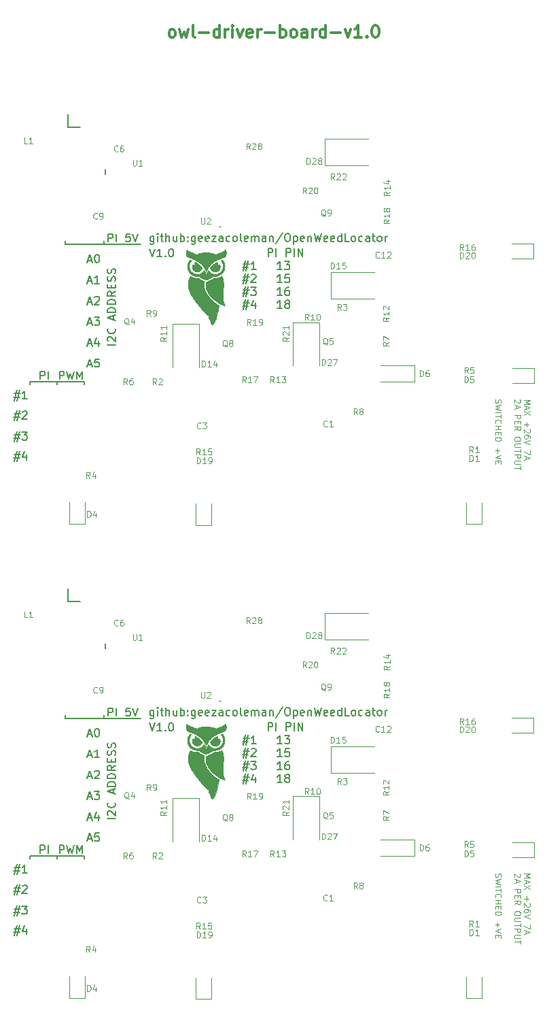
<source format=gto>
G04 #@! TF.GenerationSoftware,KiCad,Pcbnew,6.0.7+dfsg-1+b1*
G04 #@! TF.CreationDate,2022-09-08T22:48:16+01:00*
G04 #@! TF.ProjectId,panel,70616e65-6c2e-46b6-9963-61645f706362,rev?*
G04 #@! TF.SameCoordinates,Original*
G04 #@! TF.FileFunction,Legend,Top*
G04 #@! TF.FilePolarity,Positive*
%FSLAX46Y46*%
G04 Gerber Fmt 4.6, Leading zero omitted, Abs format (unit mm)*
G04 Created by KiCad (PCBNEW 6.0.7+dfsg-1+b1) date 2022-09-08 22:48:16*
%MOMM*%
%LPD*%
G01*
G04 APERTURE LIST*
%ADD10C,0.010000*%
%ADD11C,0.150000*%
%ADD12C,0.120000*%
%ADD13C,0.300000*%
G04 APERTURE END LIST*
D10*
G36*
X48978772Y-47857009D02*
G01*
X48980926Y-47858995D01*
X48986322Y-47866663D01*
X48993022Y-47878864D01*
X49000850Y-47895126D01*
X49009627Y-47914976D01*
X49019179Y-47937940D01*
X49039896Y-47991318D01*
X49061589Y-48051476D01*
X49082842Y-48114630D01*
X49102243Y-48176993D01*
X49110807Y-48206696D01*
X49118378Y-48234782D01*
X49134422Y-48300145D01*
X49148609Y-48365362D01*
X49160958Y-48431052D01*
X49171490Y-48497837D01*
X49180225Y-48566336D01*
X49187185Y-48637170D01*
X49192388Y-48710958D01*
X49195856Y-48788321D01*
X49197609Y-48869880D01*
X49197667Y-48956254D01*
X49196051Y-49048063D01*
X49192780Y-49145929D01*
X49181360Y-49362308D01*
X49163568Y-49610352D01*
X49145254Y-49852721D01*
X49134512Y-50028997D01*
X49131381Y-50104688D01*
X49129424Y-50178663D01*
X49128069Y-50341205D01*
X49129023Y-50459673D01*
X49132200Y-50567956D01*
X49137796Y-50667917D01*
X49146007Y-50761423D01*
X49157029Y-50850337D01*
X49171057Y-50936525D01*
X49188289Y-51021852D01*
X49208919Y-51108182D01*
X49220514Y-51150272D01*
X49235014Y-51197950D01*
X49251544Y-51248740D01*
X49269229Y-51300164D01*
X49287195Y-51349743D01*
X49304568Y-51395000D01*
X49320473Y-51433458D01*
X49334036Y-51462638D01*
X49337651Y-51469818D01*
X49341023Y-51476708D01*
X49344078Y-51483142D01*
X49346743Y-51488957D01*
X49348944Y-51493987D01*
X49350607Y-51498068D01*
X49351659Y-51501037D01*
X49351933Y-51502052D01*
X49352026Y-51502727D01*
X49351962Y-51503513D01*
X49351762Y-51504218D01*
X49351607Y-51504540D01*
X49351414Y-51504841D01*
X49351182Y-51505120D01*
X49350908Y-51505378D01*
X49350592Y-51505614D01*
X49350232Y-51505828D01*
X49349374Y-51506188D01*
X49348323Y-51506456D01*
X49347068Y-51506629D01*
X49345597Y-51506704D01*
X49343899Y-51506681D01*
X49341963Y-51506555D01*
X49339776Y-51506325D01*
X49337329Y-51505988D01*
X49334608Y-51505542D01*
X49331603Y-51504985D01*
X49328303Y-51504314D01*
X49324695Y-51503526D01*
X49320769Y-51502619D01*
X49311917Y-51500441D01*
X49301654Y-51497758D01*
X49289890Y-51494553D01*
X49276532Y-51490805D01*
X49261491Y-51486496D01*
X49244674Y-51481607D01*
X49225990Y-51476117D01*
X49225967Y-51476179D01*
X49156553Y-51454836D01*
X49088113Y-51432021D01*
X49020738Y-51407770D01*
X48954518Y-51382121D01*
X48889546Y-51355109D01*
X48825911Y-51326773D01*
X48763706Y-51297147D01*
X48703022Y-51266269D01*
X48580704Y-51198885D01*
X48460934Y-51126772D01*
X48343950Y-51050170D01*
X48229993Y-50969317D01*
X48119303Y-50884454D01*
X48012120Y-50795818D01*
X47908684Y-50703649D01*
X47809234Y-50608186D01*
X47714010Y-50509668D01*
X47623254Y-50408335D01*
X47537203Y-50304425D01*
X47456099Y-50198177D01*
X47380181Y-50089830D01*
X47309690Y-49979624D01*
X47244865Y-49867798D01*
X47185945Y-49754590D01*
X47161706Y-49704067D01*
X47139152Y-49654631D01*
X47118252Y-49606170D01*
X47098975Y-49558571D01*
X47081292Y-49511723D01*
X47065171Y-49465513D01*
X47050581Y-49419829D01*
X47037492Y-49374559D01*
X47025874Y-49329590D01*
X47015694Y-49284810D01*
X47006924Y-49240108D01*
X46999531Y-49195371D01*
X46993486Y-49150487D01*
X46988757Y-49105343D01*
X46985314Y-49059827D01*
X46983126Y-49013828D01*
X46981843Y-48960366D01*
X46981869Y-48911247D01*
X46983271Y-48865634D01*
X46986121Y-48822689D01*
X46990487Y-48781574D01*
X46996440Y-48741453D01*
X47004050Y-48701487D01*
X47013386Y-48660840D01*
X47028045Y-48601700D01*
X47073635Y-48585490D01*
X47117515Y-48568881D01*
X47173637Y-48546102D01*
X47238548Y-48518672D01*
X47308797Y-48488113D01*
X47451496Y-48423693D01*
X47517041Y-48392874D01*
X47574112Y-48365010D01*
X47636498Y-48333231D01*
X47694773Y-48302420D01*
X47749083Y-48272488D01*
X47799575Y-48243351D01*
X47846396Y-48214920D01*
X47889692Y-48187109D01*
X47929612Y-48159832D01*
X47966301Y-48133001D01*
X48034811Y-48081041D01*
X48096062Y-48090541D01*
X48115400Y-48093092D01*
X48136630Y-48095045D01*
X48159496Y-48096414D01*
X48183746Y-48097213D01*
X48235387Y-48097161D01*
X48289529Y-48095003D01*
X48344146Y-48090858D01*
X48397216Y-48084840D01*
X48422538Y-48081165D01*
X48446713Y-48077066D01*
X48469490Y-48072556D01*
X48490614Y-48067651D01*
X48518605Y-48060200D01*
X48547759Y-48051677D01*
X48608560Y-48031832D01*
X48671028Y-48008956D01*
X48733172Y-47983889D01*
X48793005Y-47957471D01*
X48848537Y-47930541D01*
X48897778Y-47903938D01*
X48919418Y-47891023D01*
X48938740Y-47878504D01*
X48945407Y-47874051D01*
X48951851Y-47869897D01*
X48957913Y-47866132D01*
X48963436Y-47862848D01*
X48968265Y-47860134D01*
X48972241Y-47858084D01*
X48973861Y-47857335D01*
X48975209Y-47856786D01*
X48976265Y-47856449D01*
X48977011Y-47856334D01*
X48978772Y-47857009D01*
G37*
X48978772Y-47857009D02*
X48980926Y-47858995D01*
X48986322Y-47866663D01*
X48993022Y-47878864D01*
X49000850Y-47895126D01*
X49009627Y-47914976D01*
X49019179Y-47937940D01*
X49039896Y-47991318D01*
X49061589Y-48051476D01*
X49082842Y-48114630D01*
X49102243Y-48176993D01*
X49110807Y-48206696D01*
X49118378Y-48234782D01*
X49134422Y-48300145D01*
X49148609Y-48365362D01*
X49160958Y-48431052D01*
X49171490Y-48497837D01*
X49180225Y-48566336D01*
X49187185Y-48637170D01*
X49192388Y-48710958D01*
X49195856Y-48788321D01*
X49197609Y-48869880D01*
X49197667Y-48956254D01*
X49196051Y-49048063D01*
X49192780Y-49145929D01*
X49181360Y-49362308D01*
X49163568Y-49610352D01*
X49145254Y-49852721D01*
X49134512Y-50028997D01*
X49131381Y-50104688D01*
X49129424Y-50178663D01*
X49128069Y-50341205D01*
X49129023Y-50459673D01*
X49132200Y-50567956D01*
X49137796Y-50667917D01*
X49146007Y-50761423D01*
X49157029Y-50850337D01*
X49171057Y-50936525D01*
X49188289Y-51021852D01*
X49208919Y-51108182D01*
X49220514Y-51150272D01*
X49235014Y-51197950D01*
X49251544Y-51248740D01*
X49269229Y-51300164D01*
X49287195Y-51349743D01*
X49304568Y-51395000D01*
X49320473Y-51433458D01*
X49334036Y-51462638D01*
X49337651Y-51469818D01*
X49341023Y-51476708D01*
X49344078Y-51483142D01*
X49346743Y-51488957D01*
X49348944Y-51493987D01*
X49350607Y-51498068D01*
X49351659Y-51501037D01*
X49351933Y-51502052D01*
X49352026Y-51502727D01*
X49351962Y-51503513D01*
X49351762Y-51504218D01*
X49351607Y-51504540D01*
X49351414Y-51504841D01*
X49351182Y-51505120D01*
X49350908Y-51505378D01*
X49350592Y-51505614D01*
X49350232Y-51505828D01*
X49349374Y-51506188D01*
X49348323Y-51506456D01*
X49347068Y-51506629D01*
X49345597Y-51506704D01*
X49343899Y-51506681D01*
X49341963Y-51506555D01*
X49339776Y-51506325D01*
X49337329Y-51505988D01*
X49334608Y-51505542D01*
X49331603Y-51504985D01*
X49328303Y-51504314D01*
X49324695Y-51503526D01*
X49320769Y-51502619D01*
X49311917Y-51500441D01*
X49301654Y-51497758D01*
X49289890Y-51494553D01*
X49276532Y-51490805D01*
X49261491Y-51486496D01*
X49244674Y-51481607D01*
X49225990Y-51476117D01*
X49225967Y-51476179D01*
X49156553Y-51454836D01*
X49088113Y-51432021D01*
X49020738Y-51407770D01*
X48954518Y-51382121D01*
X48889546Y-51355109D01*
X48825911Y-51326773D01*
X48763706Y-51297147D01*
X48703022Y-51266269D01*
X48580704Y-51198885D01*
X48460934Y-51126772D01*
X48343950Y-51050170D01*
X48229993Y-50969317D01*
X48119303Y-50884454D01*
X48012120Y-50795818D01*
X47908684Y-50703649D01*
X47809234Y-50608186D01*
X47714010Y-50509668D01*
X47623254Y-50408335D01*
X47537203Y-50304425D01*
X47456099Y-50198177D01*
X47380181Y-50089830D01*
X47309690Y-49979624D01*
X47244865Y-49867798D01*
X47185945Y-49754590D01*
X47161706Y-49704067D01*
X47139152Y-49654631D01*
X47118252Y-49606170D01*
X47098975Y-49558571D01*
X47081292Y-49511723D01*
X47065171Y-49465513D01*
X47050581Y-49419829D01*
X47037492Y-49374559D01*
X47025874Y-49329590D01*
X47015694Y-49284810D01*
X47006924Y-49240108D01*
X46999531Y-49195371D01*
X46993486Y-49150487D01*
X46988757Y-49105343D01*
X46985314Y-49059827D01*
X46983126Y-49013828D01*
X46981843Y-48960366D01*
X46981869Y-48911247D01*
X46983271Y-48865634D01*
X46986121Y-48822689D01*
X46990487Y-48781574D01*
X46996440Y-48741453D01*
X47004050Y-48701487D01*
X47013386Y-48660840D01*
X47028045Y-48601700D01*
X47073635Y-48585490D01*
X47117515Y-48568881D01*
X47173637Y-48546102D01*
X47238548Y-48518672D01*
X47308797Y-48488113D01*
X47451496Y-48423693D01*
X47517041Y-48392874D01*
X47574112Y-48365010D01*
X47636498Y-48333231D01*
X47694773Y-48302420D01*
X47749083Y-48272488D01*
X47799575Y-48243351D01*
X47846396Y-48214920D01*
X47889692Y-48187109D01*
X47929612Y-48159832D01*
X47966301Y-48133001D01*
X48034811Y-48081041D01*
X48096062Y-48090541D01*
X48115400Y-48093092D01*
X48136630Y-48095045D01*
X48159496Y-48096414D01*
X48183746Y-48097213D01*
X48235387Y-48097161D01*
X48289529Y-48095003D01*
X48344146Y-48090858D01*
X48397216Y-48084840D01*
X48422538Y-48081165D01*
X48446713Y-48077066D01*
X48469490Y-48072556D01*
X48490614Y-48067651D01*
X48518605Y-48060200D01*
X48547759Y-48051677D01*
X48608560Y-48031832D01*
X48671028Y-48008956D01*
X48733172Y-47983889D01*
X48793005Y-47957471D01*
X48848537Y-47930541D01*
X48897778Y-47903938D01*
X48919418Y-47891023D01*
X48938740Y-47878504D01*
X48945407Y-47874051D01*
X48951851Y-47869897D01*
X48957913Y-47866132D01*
X48963436Y-47862848D01*
X48968265Y-47860134D01*
X48972241Y-47858084D01*
X48973861Y-47857335D01*
X48975209Y-47856786D01*
X48976265Y-47856449D01*
X48977011Y-47856334D01*
X48978772Y-47857009D01*
G36*
X48978772Y-106857009D02*
G01*
X48980926Y-106858995D01*
X48986322Y-106866663D01*
X48993022Y-106878864D01*
X49000850Y-106895126D01*
X49009627Y-106914976D01*
X49019179Y-106937940D01*
X49039896Y-106991318D01*
X49061589Y-107051476D01*
X49082842Y-107114630D01*
X49102243Y-107176993D01*
X49110807Y-107206696D01*
X49118378Y-107234782D01*
X49134422Y-107300145D01*
X49148609Y-107365362D01*
X49160958Y-107431052D01*
X49171490Y-107497837D01*
X49180225Y-107566336D01*
X49187185Y-107637170D01*
X49192388Y-107710958D01*
X49195856Y-107788321D01*
X49197609Y-107869880D01*
X49197667Y-107956254D01*
X49196051Y-108048063D01*
X49192780Y-108145929D01*
X49181360Y-108362308D01*
X49163568Y-108610352D01*
X49145254Y-108852721D01*
X49134512Y-109028997D01*
X49131381Y-109104688D01*
X49129424Y-109178663D01*
X49128069Y-109341205D01*
X49129023Y-109459673D01*
X49132200Y-109567956D01*
X49137796Y-109667917D01*
X49146007Y-109761423D01*
X49157029Y-109850337D01*
X49171057Y-109936525D01*
X49188289Y-110021852D01*
X49208919Y-110108182D01*
X49220514Y-110150272D01*
X49235014Y-110197950D01*
X49251544Y-110248740D01*
X49269229Y-110300164D01*
X49287195Y-110349743D01*
X49304568Y-110395000D01*
X49320473Y-110433458D01*
X49334036Y-110462638D01*
X49337651Y-110469818D01*
X49341023Y-110476708D01*
X49344078Y-110483142D01*
X49346743Y-110488957D01*
X49348944Y-110493987D01*
X49350607Y-110498068D01*
X49351659Y-110501037D01*
X49351933Y-110502052D01*
X49352026Y-110502727D01*
X49351962Y-110503513D01*
X49351762Y-110504218D01*
X49351607Y-110504540D01*
X49351414Y-110504841D01*
X49351182Y-110505120D01*
X49350908Y-110505378D01*
X49350592Y-110505614D01*
X49350232Y-110505828D01*
X49349374Y-110506188D01*
X49348323Y-110506456D01*
X49347068Y-110506629D01*
X49345597Y-110506704D01*
X49343899Y-110506681D01*
X49341963Y-110506555D01*
X49339776Y-110506325D01*
X49337329Y-110505988D01*
X49334608Y-110505542D01*
X49331603Y-110504985D01*
X49328303Y-110504314D01*
X49324695Y-110503526D01*
X49320769Y-110502619D01*
X49311917Y-110500441D01*
X49301654Y-110497758D01*
X49289890Y-110494553D01*
X49276532Y-110490805D01*
X49261491Y-110486496D01*
X49244674Y-110481607D01*
X49225990Y-110476117D01*
X49225967Y-110476179D01*
X49156553Y-110454836D01*
X49088113Y-110432021D01*
X49020738Y-110407770D01*
X48954518Y-110382121D01*
X48889546Y-110355109D01*
X48825911Y-110326773D01*
X48763706Y-110297147D01*
X48703022Y-110266269D01*
X48580704Y-110198885D01*
X48460934Y-110126772D01*
X48343950Y-110050170D01*
X48229993Y-109969317D01*
X48119303Y-109884454D01*
X48012120Y-109795818D01*
X47908684Y-109703649D01*
X47809234Y-109608186D01*
X47714010Y-109509668D01*
X47623254Y-109408335D01*
X47537203Y-109304425D01*
X47456099Y-109198177D01*
X47380181Y-109089830D01*
X47309690Y-108979624D01*
X47244865Y-108867798D01*
X47185945Y-108754590D01*
X47161706Y-108704067D01*
X47139152Y-108654631D01*
X47118252Y-108606170D01*
X47098975Y-108558571D01*
X47081292Y-108511723D01*
X47065171Y-108465513D01*
X47050581Y-108419829D01*
X47037492Y-108374559D01*
X47025874Y-108329590D01*
X47015694Y-108284810D01*
X47006924Y-108240108D01*
X46999531Y-108195371D01*
X46993486Y-108150487D01*
X46988757Y-108105343D01*
X46985314Y-108059827D01*
X46983126Y-108013828D01*
X46981843Y-107960366D01*
X46981869Y-107911247D01*
X46983271Y-107865634D01*
X46986121Y-107822689D01*
X46990487Y-107781574D01*
X46996440Y-107741453D01*
X47004050Y-107701487D01*
X47013386Y-107660840D01*
X47028045Y-107601700D01*
X47073635Y-107585490D01*
X47117515Y-107568881D01*
X47173637Y-107546102D01*
X47238548Y-107518672D01*
X47308797Y-107488113D01*
X47451496Y-107423693D01*
X47517041Y-107392874D01*
X47574112Y-107365010D01*
X47636498Y-107333231D01*
X47694773Y-107302420D01*
X47749083Y-107272488D01*
X47799575Y-107243351D01*
X47846396Y-107214920D01*
X47889692Y-107187109D01*
X47929612Y-107159832D01*
X47966301Y-107133001D01*
X48034811Y-107081041D01*
X48096062Y-107090541D01*
X48115400Y-107093092D01*
X48136630Y-107095045D01*
X48159496Y-107096414D01*
X48183746Y-107097213D01*
X48235387Y-107097161D01*
X48289529Y-107095003D01*
X48344146Y-107090858D01*
X48397216Y-107084840D01*
X48422538Y-107081165D01*
X48446713Y-107077066D01*
X48469490Y-107072556D01*
X48490614Y-107067651D01*
X48518605Y-107060200D01*
X48547759Y-107051677D01*
X48608560Y-107031832D01*
X48671028Y-107008956D01*
X48733172Y-106983889D01*
X48793005Y-106957471D01*
X48848537Y-106930541D01*
X48897778Y-106903938D01*
X48919418Y-106891023D01*
X48938740Y-106878504D01*
X48945407Y-106874051D01*
X48951851Y-106869897D01*
X48957913Y-106866132D01*
X48963436Y-106862848D01*
X48968265Y-106860134D01*
X48972241Y-106858084D01*
X48973861Y-106857335D01*
X48975209Y-106856786D01*
X48976265Y-106856449D01*
X48977011Y-106856334D01*
X48978772Y-106857009D01*
G37*
X48978772Y-106857009D02*
X48980926Y-106858995D01*
X48986322Y-106866663D01*
X48993022Y-106878864D01*
X49000850Y-106895126D01*
X49009627Y-106914976D01*
X49019179Y-106937940D01*
X49039896Y-106991318D01*
X49061589Y-107051476D01*
X49082842Y-107114630D01*
X49102243Y-107176993D01*
X49110807Y-107206696D01*
X49118378Y-107234782D01*
X49134422Y-107300145D01*
X49148609Y-107365362D01*
X49160958Y-107431052D01*
X49171490Y-107497837D01*
X49180225Y-107566336D01*
X49187185Y-107637170D01*
X49192388Y-107710958D01*
X49195856Y-107788321D01*
X49197609Y-107869880D01*
X49197667Y-107956254D01*
X49196051Y-108048063D01*
X49192780Y-108145929D01*
X49181360Y-108362308D01*
X49163568Y-108610352D01*
X49145254Y-108852721D01*
X49134512Y-109028997D01*
X49131381Y-109104688D01*
X49129424Y-109178663D01*
X49128069Y-109341205D01*
X49129023Y-109459673D01*
X49132200Y-109567956D01*
X49137796Y-109667917D01*
X49146007Y-109761423D01*
X49157029Y-109850337D01*
X49171057Y-109936525D01*
X49188289Y-110021852D01*
X49208919Y-110108182D01*
X49220514Y-110150272D01*
X49235014Y-110197950D01*
X49251544Y-110248740D01*
X49269229Y-110300164D01*
X49287195Y-110349743D01*
X49304568Y-110395000D01*
X49320473Y-110433458D01*
X49334036Y-110462638D01*
X49337651Y-110469818D01*
X49341023Y-110476708D01*
X49344078Y-110483142D01*
X49346743Y-110488957D01*
X49348944Y-110493987D01*
X49350607Y-110498068D01*
X49351659Y-110501037D01*
X49351933Y-110502052D01*
X49352026Y-110502727D01*
X49351962Y-110503513D01*
X49351762Y-110504218D01*
X49351607Y-110504540D01*
X49351414Y-110504841D01*
X49351182Y-110505120D01*
X49350908Y-110505378D01*
X49350592Y-110505614D01*
X49350232Y-110505828D01*
X49349374Y-110506188D01*
X49348323Y-110506456D01*
X49347068Y-110506629D01*
X49345597Y-110506704D01*
X49343899Y-110506681D01*
X49341963Y-110506555D01*
X49339776Y-110506325D01*
X49337329Y-110505988D01*
X49334608Y-110505542D01*
X49331603Y-110504985D01*
X49328303Y-110504314D01*
X49324695Y-110503526D01*
X49320769Y-110502619D01*
X49311917Y-110500441D01*
X49301654Y-110497758D01*
X49289890Y-110494553D01*
X49276532Y-110490805D01*
X49261491Y-110486496D01*
X49244674Y-110481607D01*
X49225990Y-110476117D01*
X49225967Y-110476179D01*
X49156553Y-110454836D01*
X49088113Y-110432021D01*
X49020738Y-110407770D01*
X48954518Y-110382121D01*
X48889546Y-110355109D01*
X48825911Y-110326773D01*
X48763706Y-110297147D01*
X48703022Y-110266269D01*
X48580704Y-110198885D01*
X48460934Y-110126772D01*
X48343950Y-110050170D01*
X48229993Y-109969317D01*
X48119303Y-109884454D01*
X48012120Y-109795818D01*
X47908684Y-109703649D01*
X47809234Y-109608186D01*
X47714010Y-109509668D01*
X47623254Y-109408335D01*
X47537203Y-109304425D01*
X47456099Y-109198177D01*
X47380181Y-109089830D01*
X47309690Y-108979624D01*
X47244865Y-108867798D01*
X47185945Y-108754590D01*
X47161706Y-108704067D01*
X47139152Y-108654631D01*
X47118252Y-108606170D01*
X47098975Y-108558571D01*
X47081292Y-108511723D01*
X47065171Y-108465513D01*
X47050581Y-108419829D01*
X47037492Y-108374559D01*
X47025874Y-108329590D01*
X47015694Y-108284810D01*
X47006924Y-108240108D01*
X46999531Y-108195371D01*
X46993486Y-108150487D01*
X46988757Y-108105343D01*
X46985314Y-108059827D01*
X46983126Y-108013828D01*
X46981843Y-107960366D01*
X46981869Y-107911247D01*
X46983271Y-107865634D01*
X46986121Y-107822689D01*
X46990487Y-107781574D01*
X46996440Y-107741453D01*
X47004050Y-107701487D01*
X47013386Y-107660840D01*
X47028045Y-107601700D01*
X47073635Y-107585490D01*
X47117515Y-107568881D01*
X47173637Y-107546102D01*
X47238548Y-107518672D01*
X47308797Y-107488113D01*
X47451496Y-107423693D01*
X47517041Y-107392874D01*
X47574112Y-107365010D01*
X47636498Y-107333231D01*
X47694773Y-107302420D01*
X47749083Y-107272488D01*
X47799575Y-107243351D01*
X47846396Y-107214920D01*
X47889692Y-107187109D01*
X47929612Y-107159832D01*
X47966301Y-107133001D01*
X48034811Y-107081041D01*
X48096062Y-107090541D01*
X48115400Y-107093092D01*
X48136630Y-107095045D01*
X48159496Y-107096414D01*
X48183746Y-107097213D01*
X48235387Y-107097161D01*
X48289529Y-107095003D01*
X48344146Y-107090858D01*
X48397216Y-107084840D01*
X48422538Y-107081165D01*
X48446713Y-107077066D01*
X48469490Y-107072556D01*
X48490614Y-107067651D01*
X48518605Y-107060200D01*
X48547759Y-107051677D01*
X48608560Y-107031832D01*
X48671028Y-107008956D01*
X48733172Y-106983889D01*
X48793005Y-106957471D01*
X48848537Y-106930541D01*
X48897778Y-106903938D01*
X48919418Y-106891023D01*
X48938740Y-106878504D01*
X48945407Y-106874051D01*
X48951851Y-106869897D01*
X48957913Y-106866132D01*
X48963436Y-106862848D01*
X48968265Y-106860134D01*
X48972241Y-106858084D01*
X48973861Y-106857335D01*
X48975209Y-106856786D01*
X48976265Y-106856449D01*
X48977011Y-106856334D01*
X48978772Y-106857009D01*
G36*
X45082852Y-47860996D02*
G01*
X45084089Y-47861104D01*
X45085408Y-47861316D01*
X45086814Y-47861633D01*
X45088311Y-47862058D01*
X45089905Y-47862591D01*
X45091600Y-47863234D01*
X45093401Y-47863989D01*
X45095313Y-47864858D01*
X45097341Y-47865843D01*
X45099488Y-47866945D01*
X45101761Y-47868165D01*
X45104164Y-47869506D01*
X45106702Y-47870970D01*
X45112201Y-47874270D01*
X45118297Y-47878080D01*
X45125027Y-47882412D01*
X45132431Y-47887280D01*
X45145387Y-47895518D01*
X45160523Y-47904515D01*
X45196191Y-47924240D01*
X45237147Y-47945370D01*
X45281106Y-47966818D01*
X45325781Y-47987498D01*
X45368886Y-48006322D01*
X45408135Y-48022204D01*
X45425599Y-48028702D01*
X45441242Y-48034058D01*
X45477574Y-48045268D01*
X45514088Y-48055450D01*
X45550703Y-48064594D01*
X45587336Y-48072695D01*
X45623903Y-48079743D01*
X45660322Y-48085731D01*
X45696509Y-48090653D01*
X45732383Y-48094499D01*
X45767859Y-48097262D01*
X45802856Y-48098935D01*
X45837290Y-48099511D01*
X45871079Y-48098980D01*
X45904139Y-48097336D01*
X45936387Y-48094571D01*
X45967742Y-48090677D01*
X45998119Y-48085648D01*
X46003031Y-48084812D01*
X46007623Y-48084247D01*
X46009828Y-48084080D01*
X46011987Y-48083998D01*
X46014114Y-48084006D01*
X46016218Y-48084109D01*
X46018312Y-48084314D01*
X46020408Y-48084625D01*
X46022518Y-48085049D01*
X46024652Y-48085591D01*
X46026823Y-48086256D01*
X46029042Y-48087051D01*
X46031322Y-48087980D01*
X46033673Y-48089050D01*
X46036107Y-48090265D01*
X46038637Y-48091632D01*
X46041273Y-48093156D01*
X46044028Y-48094842D01*
X46049940Y-48098726D01*
X46056466Y-48103327D01*
X46063700Y-48108690D01*
X46071734Y-48114859D01*
X46080663Y-48121881D01*
X46090580Y-48129798D01*
X46113360Y-48147516D01*
X46138193Y-48165768D01*
X46164987Y-48184501D01*
X46193648Y-48203661D01*
X46256201Y-48243053D01*
X46325107Y-48283520D01*
X46399621Y-48324639D01*
X46478998Y-48365987D01*
X46562494Y-48407139D01*
X46649364Y-48447673D01*
X46722855Y-48481307D01*
X46745840Y-48492038D01*
X46755028Y-48496572D01*
X46755148Y-48496811D01*
X46755229Y-48497299D01*
X46755275Y-48498994D01*
X46755171Y-48501608D01*
X46754925Y-48505089D01*
X46754029Y-48514448D01*
X46752637Y-48526664D01*
X46750798Y-48541329D01*
X46748564Y-48558036D01*
X46745983Y-48576376D01*
X46743107Y-48595942D01*
X46734818Y-48661969D01*
X46729667Y-48729309D01*
X46727644Y-48797903D01*
X46728735Y-48867689D01*
X46732928Y-48938606D01*
X46740212Y-49010595D01*
X46750573Y-49083593D01*
X46763999Y-49157539D01*
X46780479Y-49232374D01*
X46800000Y-49308036D01*
X46822550Y-49384464D01*
X46848116Y-49461597D01*
X46876687Y-49539374D01*
X46908250Y-49617735D01*
X46942792Y-49696618D01*
X46980303Y-49775963D01*
X47030102Y-49873772D01*
X47082863Y-49970000D01*
X47138640Y-50064708D01*
X47197483Y-50157959D01*
X47259446Y-50249815D01*
X47324580Y-50340338D01*
X47392937Y-50429589D01*
X47464570Y-50517632D01*
X47539530Y-50604528D01*
X47617869Y-50690340D01*
X47699640Y-50775130D01*
X47784895Y-50858959D01*
X47873685Y-50941890D01*
X47966064Y-51023985D01*
X48062082Y-51105307D01*
X48161793Y-51185917D01*
X48200728Y-51215627D01*
X48247325Y-51249388D01*
X48300072Y-51286192D01*
X48357459Y-51325029D01*
X48417974Y-51364891D01*
X48480106Y-51404771D01*
X48542344Y-51443659D01*
X48603178Y-51480547D01*
X48607935Y-51483443D01*
X48612239Y-51486191D01*
X48616103Y-51488811D01*
X48619543Y-51491323D01*
X48622572Y-51493745D01*
X48625205Y-51496096D01*
X48627456Y-51498396D01*
X48629340Y-51500663D01*
X48630149Y-51501791D01*
X48630871Y-51502918D01*
X48631509Y-51504046D01*
X48632065Y-51505179D01*
X48632539Y-51506317D01*
X48632934Y-51507465D01*
X48633252Y-51508624D01*
X48633494Y-51509796D01*
X48633662Y-51510984D01*
X48633759Y-51512190D01*
X48633785Y-51513417D01*
X48633743Y-51514667D01*
X48633462Y-51517247D01*
X48632929Y-51519947D01*
X48627892Y-51544265D01*
X48617534Y-51596445D01*
X48586868Y-51753709D01*
X48528610Y-52036481D01*
X48461243Y-52334050D01*
X48391528Y-52617751D01*
X48357904Y-52745444D01*
X48326227Y-52858920D01*
X48256256Y-53089225D01*
X48187344Y-53293129D01*
X48153443Y-53384851D01*
X48119997Y-53469579D01*
X48087069Y-53547179D01*
X48054721Y-53617520D01*
X48023018Y-53680472D01*
X47992023Y-53735901D01*
X47961798Y-53783677D01*
X47932407Y-53823668D01*
X47903914Y-53855742D01*
X47876382Y-53879768D01*
X47849873Y-53895614D01*
X47824451Y-53903148D01*
X47818535Y-53903905D01*
X47813211Y-53904459D01*
X47808390Y-53904762D01*
X47806140Y-53904806D01*
X47803983Y-53904769D01*
X47801908Y-53904647D01*
X47799903Y-53904433D01*
X47797957Y-53904121D01*
X47796060Y-53903706D01*
X47794199Y-53903182D01*
X47792365Y-53902543D01*
X47790545Y-53901783D01*
X47788729Y-53900896D01*
X47786906Y-53899877D01*
X47785065Y-53898720D01*
X47783194Y-53897419D01*
X47781282Y-53895967D01*
X47779319Y-53894360D01*
X47777293Y-53892592D01*
X47773008Y-53888547D01*
X47768340Y-53883785D01*
X47763198Y-53878261D01*
X47757494Y-53871927D01*
X47751140Y-53864737D01*
X47751154Y-53864751D01*
X47735772Y-53845925D01*
X47719890Y-53823841D01*
X47703525Y-53798536D01*
X47686694Y-53770051D01*
X47669415Y-53738425D01*
X47651705Y-53703698D01*
X47633582Y-53665908D01*
X47615063Y-53625096D01*
X47596165Y-53581301D01*
X47576906Y-53534562D01*
X47557304Y-53484918D01*
X47537375Y-53432410D01*
X47517137Y-53377077D01*
X47496608Y-53318957D01*
X47454746Y-53194518D01*
X47401075Y-53031358D01*
X47362245Y-52915549D01*
X47333986Y-52833459D01*
X47052873Y-52544160D01*
X46860240Y-52344567D01*
X46699292Y-52174043D01*
X46542759Y-52003271D01*
X46363373Y-51802937D01*
X46268155Y-51694843D01*
X46176057Y-51587675D01*
X46069422Y-51460625D01*
X45930595Y-51292885D01*
X45883520Y-51234059D01*
X45824855Y-51158080D01*
X45688423Y-50975918D01*
X45552645Y-50788907D01*
X45494797Y-50706868D01*
X45448866Y-50639558D01*
X45379979Y-50534087D01*
X45315167Y-50431054D01*
X45254365Y-50330314D01*
X45197510Y-50231721D01*
X45144537Y-50135129D01*
X45095383Y-50040392D01*
X45049982Y-49947364D01*
X45008271Y-49855899D01*
X44970186Y-49765852D01*
X44935663Y-49677076D01*
X44904638Y-49589426D01*
X44877046Y-49502757D01*
X44852823Y-49416921D01*
X44831906Y-49331774D01*
X44814229Y-49247168D01*
X44799730Y-49162960D01*
X44795557Y-49132457D01*
X44791997Y-49099456D01*
X44786707Y-49027409D01*
X44783833Y-48949727D01*
X44783350Y-48869315D01*
X44785234Y-48789079D01*
X44789459Y-48711926D01*
X44795999Y-48640762D01*
X44800130Y-48608333D01*
X44804830Y-48578492D01*
X44815064Y-48523766D01*
X44826245Y-48471049D01*
X44838495Y-48419920D01*
X44851933Y-48369958D01*
X44866679Y-48320742D01*
X44882853Y-48271850D01*
X44900574Y-48222861D01*
X44919962Y-48173353D01*
X44935536Y-48136697D01*
X44954398Y-48095012D01*
X44975418Y-48050562D01*
X44997464Y-48005615D01*
X45019406Y-47962436D01*
X45040112Y-47923290D01*
X45058451Y-47890443D01*
X45073292Y-47866160D01*
X45073942Y-47865240D01*
X45074622Y-47864406D01*
X45075336Y-47863657D01*
X45076089Y-47862998D01*
X45076886Y-47862428D01*
X45077731Y-47861950D01*
X45078629Y-47861565D01*
X45079586Y-47861276D01*
X45080605Y-47861084D01*
X45081693Y-47860990D01*
X45082852Y-47860996D01*
G37*
X45082852Y-47860996D02*
X45084089Y-47861104D01*
X45085408Y-47861316D01*
X45086814Y-47861633D01*
X45088311Y-47862058D01*
X45089905Y-47862591D01*
X45091600Y-47863234D01*
X45093401Y-47863989D01*
X45095313Y-47864858D01*
X45097341Y-47865843D01*
X45099488Y-47866945D01*
X45101761Y-47868165D01*
X45104164Y-47869506D01*
X45106702Y-47870970D01*
X45112201Y-47874270D01*
X45118297Y-47878080D01*
X45125027Y-47882412D01*
X45132431Y-47887280D01*
X45145387Y-47895518D01*
X45160523Y-47904515D01*
X45196191Y-47924240D01*
X45237147Y-47945370D01*
X45281106Y-47966818D01*
X45325781Y-47987498D01*
X45368886Y-48006322D01*
X45408135Y-48022204D01*
X45425599Y-48028702D01*
X45441242Y-48034058D01*
X45477574Y-48045268D01*
X45514088Y-48055450D01*
X45550703Y-48064594D01*
X45587336Y-48072695D01*
X45623903Y-48079743D01*
X45660322Y-48085731D01*
X45696509Y-48090653D01*
X45732383Y-48094499D01*
X45767859Y-48097262D01*
X45802856Y-48098935D01*
X45837290Y-48099511D01*
X45871079Y-48098980D01*
X45904139Y-48097336D01*
X45936387Y-48094571D01*
X45967742Y-48090677D01*
X45998119Y-48085648D01*
X46003031Y-48084812D01*
X46007623Y-48084247D01*
X46009828Y-48084080D01*
X46011987Y-48083998D01*
X46014114Y-48084006D01*
X46016218Y-48084109D01*
X46018312Y-48084314D01*
X46020408Y-48084625D01*
X46022518Y-48085049D01*
X46024652Y-48085591D01*
X46026823Y-48086256D01*
X46029042Y-48087051D01*
X46031322Y-48087980D01*
X46033673Y-48089050D01*
X46036107Y-48090265D01*
X46038637Y-48091632D01*
X46041273Y-48093156D01*
X46044028Y-48094842D01*
X46049940Y-48098726D01*
X46056466Y-48103327D01*
X46063700Y-48108690D01*
X46071734Y-48114859D01*
X46080663Y-48121881D01*
X46090580Y-48129798D01*
X46113360Y-48147516D01*
X46138193Y-48165768D01*
X46164987Y-48184501D01*
X46193648Y-48203661D01*
X46256201Y-48243053D01*
X46325107Y-48283520D01*
X46399621Y-48324639D01*
X46478998Y-48365987D01*
X46562494Y-48407139D01*
X46649364Y-48447673D01*
X46722855Y-48481307D01*
X46745840Y-48492038D01*
X46755028Y-48496572D01*
X46755148Y-48496811D01*
X46755229Y-48497299D01*
X46755275Y-48498994D01*
X46755171Y-48501608D01*
X46754925Y-48505089D01*
X46754029Y-48514448D01*
X46752637Y-48526664D01*
X46750798Y-48541329D01*
X46748564Y-48558036D01*
X46745983Y-48576376D01*
X46743107Y-48595942D01*
X46734818Y-48661969D01*
X46729667Y-48729309D01*
X46727644Y-48797903D01*
X46728735Y-48867689D01*
X46732928Y-48938606D01*
X46740212Y-49010595D01*
X46750573Y-49083593D01*
X46763999Y-49157539D01*
X46780479Y-49232374D01*
X46800000Y-49308036D01*
X46822550Y-49384464D01*
X46848116Y-49461597D01*
X46876687Y-49539374D01*
X46908250Y-49617735D01*
X46942792Y-49696618D01*
X46980303Y-49775963D01*
X47030102Y-49873772D01*
X47082863Y-49970000D01*
X47138640Y-50064708D01*
X47197483Y-50157959D01*
X47259446Y-50249815D01*
X47324580Y-50340338D01*
X47392937Y-50429589D01*
X47464570Y-50517632D01*
X47539530Y-50604528D01*
X47617869Y-50690340D01*
X47699640Y-50775130D01*
X47784895Y-50858959D01*
X47873685Y-50941890D01*
X47966064Y-51023985D01*
X48062082Y-51105307D01*
X48161793Y-51185917D01*
X48200728Y-51215627D01*
X48247325Y-51249388D01*
X48300072Y-51286192D01*
X48357459Y-51325029D01*
X48417974Y-51364891D01*
X48480106Y-51404771D01*
X48542344Y-51443659D01*
X48603178Y-51480547D01*
X48607935Y-51483443D01*
X48612239Y-51486191D01*
X48616103Y-51488811D01*
X48619543Y-51491323D01*
X48622572Y-51493745D01*
X48625205Y-51496096D01*
X48627456Y-51498396D01*
X48629340Y-51500663D01*
X48630149Y-51501791D01*
X48630871Y-51502918D01*
X48631509Y-51504046D01*
X48632065Y-51505179D01*
X48632539Y-51506317D01*
X48632934Y-51507465D01*
X48633252Y-51508624D01*
X48633494Y-51509796D01*
X48633662Y-51510984D01*
X48633759Y-51512190D01*
X48633785Y-51513417D01*
X48633743Y-51514667D01*
X48633462Y-51517247D01*
X48632929Y-51519947D01*
X48627892Y-51544265D01*
X48617534Y-51596445D01*
X48586868Y-51753709D01*
X48528610Y-52036481D01*
X48461243Y-52334050D01*
X48391528Y-52617751D01*
X48357904Y-52745444D01*
X48326227Y-52858920D01*
X48256256Y-53089225D01*
X48187344Y-53293129D01*
X48153443Y-53384851D01*
X48119997Y-53469579D01*
X48087069Y-53547179D01*
X48054721Y-53617520D01*
X48023018Y-53680472D01*
X47992023Y-53735901D01*
X47961798Y-53783677D01*
X47932407Y-53823668D01*
X47903914Y-53855742D01*
X47876382Y-53879768D01*
X47849873Y-53895614D01*
X47824451Y-53903148D01*
X47818535Y-53903905D01*
X47813211Y-53904459D01*
X47808390Y-53904762D01*
X47806140Y-53904806D01*
X47803983Y-53904769D01*
X47801908Y-53904647D01*
X47799903Y-53904433D01*
X47797957Y-53904121D01*
X47796060Y-53903706D01*
X47794199Y-53903182D01*
X47792365Y-53902543D01*
X47790545Y-53901783D01*
X47788729Y-53900896D01*
X47786906Y-53899877D01*
X47785065Y-53898720D01*
X47783194Y-53897419D01*
X47781282Y-53895967D01*
X47779319Y-53894360D01*
X47777293Y-53892592D01*
X47773008Y-53888547D01*
X47768340Y-53883785D01*
X47763198Y-53878261D01*
X47757494Y-53871927D01*
X47751140Y-53864737D01*
X47751154Y-53864751D01*
X47735772Y-53845925D01*
X47719890Y-53823841D01*
X47703525Y-53798536D01*
X47686694Y-53770051D01*
X47669415Y-53738425D01*
X47651705Y-53703698D01*
X47633582Y-53665908D01*
X47615063Y-53625096D01*
X47596165Y-53581301D01*
X47576906Y-53534562D01*
X47557304Y-53484918D01*
X47537375Y-53432410D01*
X47517137Y-53377077D01*
X47496608Y-53318957D01*
X47454746Y-53194518D01*
X47401075Y-53031358D01*
X47362245Y-52915549D01*
X47333986Y-52833459D01*
X47052873Y-52544160D01*
X46860240Y-52344567D01*
X46699292Y-52174043D01*
X46542759Y-52003271D01*
X46363373Y-51802937D01*
X46268155Y-51694843D01*
X46176057Y-51587675D01*
X46069422Y-51460625D01*
X45930595Y-51292885D01*
X45883520Y-51234059D01*
X45824855Y-51158080D01*
X45688423Y-50975918D01*
X45552645Y-50788907D01*
X45494797Y-50706868D01*
X45448866Y-50639558D01*
X45379979Y-50534087D01*
X45315167Y-50431054D01*
X45254365Y-50330314D01*
X45197510Y-50231721D01*
X45144537Y-50135129D01*
X45095383Y-50040392D01*
X45049982Y-49947364D01*
X45008271Y-49855899D01*
X44970186Y-49765852D01*
X44935663Y-49677076D01*
X44904638Y-49589426D01*
X44877046Y-49502757D01*
X44852823Y-49416921D01*
X44831906Y-49331774D01*
X44814229Y-49247168D01*
X44799730Y-49162960D01*
X44795557Y-49132457D01*
X44791997Y-49099456D01*
X44786707Y-49027409D01*
X44783833Y-48949727D01*
X44783350Y-48869315D01*
X44785234Y-48789079D01*
X44789459Y-48711926D01*
X44795999Y-48640762D01*
X44800130Y-48608333D01*
X44804830Y-48578492D01*
X44815064Y-48523766D01*
X44826245Y-48471049D01*
X44838495Y-48419920D01*
X44851933Y-48369958D01*
X44866679Y-48320742D01*
X44882853Y-48271850D01*
X44900574Y-48222861D01*
X44919962Y-48173353D01*
X44935536Y-48136697D01*
X44954398Y-48095012D01*
X44975418Y-48050562D01*
X44997464Y-48005615D01*
X45019406Y-47962436D01*
X45040112Y-47923290D01*
X45058451Y-47890443D01*
X45073292Y-47866160D01*
X45073942Y-47865240D01*
X45074622Y-47864406D01*
X45075336Y-47863657D01*
X45076089Y-47862998D01*
X45076886Y-47862428D01*
X45077731Y-47861950D01*
X45078629Y-47861565D01*
X45079586Y-47861276D01*
X45080605Y-47861084D01*
X45081693Y-47860990D01*
X45082852Y-47860996D01*
G36*
X45082852Y-106860996D02*
G01*
X45084089Y-106861104D01*
X45085408Y-106861316D01*
X45086814Y-106861633D01*
X45088311Y-106862058D01*
X45089905Y-106862591D01*
X45091600Y-106863234D01*
X45093401Y-106863989D01*
X45095313Y-106864858D01*
X45097341Y-106865843D01*
X45099488Y-106866945D01*
X45101761Y-106868165D01*
X45104164Y-106869506D01*
X45106702Y-106870970D01*
X45112201Y-106874270D01*
X45118297Y-106878080D01*
X45125027Y-106882412D01*
X45132431Y-106887280D01*
X45145387Y-106895518D01*
X45160523Y-106904515D01*
X45196191Y-106924240D01*
X45237147Y-106945370D01*
X45281106Y-106966818D01*
X45325781Y-106987498D01*
X45368886Y-107006322D01*
X45408135Y-107022204D01*
X45425599Y-107028702D01*
X45441242Y-107034058D01*
X45477574Y-107045268D01*
X45514088Y-107055450D01*
X45550703Y-107064594D01*
X45587336Y-107072695D01*
X45623903Y-107079743D01*
X45660322Y-107085731D01*
X45696509Y-107090653D01*
X45732383Y-107094499D01*
X45767859Y-107097262D01*
X45802856Y-107098935D01*
X45837290Y-107099511D01*
X45871079Y-107098980D01*
X45904139Y-107097336D01*
X45936387Y-107094571D01*
X45967742Y-107090677D01*
X45998119Y-107085648D01*
X46003031Y-107084812D01*
X46007623Y-107084247D01*
X46009828Y-107084080D01*
X46011987Y-107083998D01*
X46014114Y-107084006D01*
X46016218Y-107084109D01*
X46018312Y-107084314D01*
X46020408Y-107084625D01*
X46022518Y-107085049D01*
X46024652Y-107085591D01*
X46026823Y-107086256D01*
X46029042Y-107087051D01*
X46031322Y-107087980D01*
X46033673Y-107089050D01*
X46036107Y-107090265D01*
X46038637Y-107091632D01*
X46041273Y-107093156D01*
X46044028Y-107094842D01*
X46049940Y-107098726D01*
X46056466Y-107103327D01*
X46063700Y-107108690D01*
X46071734Y-107114859D01*
X46080663Y-107121881D01*
X46090580Y-107129798D01*
X46113360Y-107147516D01*
X46138193Y-107165768D01*
X46164987Y-107184501D01*
X46193648Y-107203661D01*
X46256201Y-107243053D01*
X46325107Y-107283520D01*
X46399621Y-107324639D01*
X46478998Y-107365987D01*
X46562494Y-107407139D01*
X46649364Y-107447673D01*
X46722855Y-107481307D01*
X46745840Y-107492038D01*
X46755028Y-107496572D01*
X46755148Y-107496811D01*
X46755229Y-107497299D01*
X46755275Y-107498994D01*
X46755171Y-107501608D01*
X46754925Y-107505089D01*
X46754029Y-107514448D01*
X46752637Y-107526664D01*
X46750798Y-107541329D01*
X46748564Y-107558036D01*
X46745983Y-107576376D01*
X46743107Y-107595942D01*
X46734818Y-107661969D01*
X46729667Y-107729309D01*
X46727644Y-107797903D01*
X46728735Y-107867689D01*
X46732928Y-107938606D01*
X46740212Y-108010595D01*
X46750573Y-108083593D01*
X46763999Y-108157539D01*
X46780479Y-108232374D01*
X46800000Y-108308036D01*
X46822550Y-108384464D01*
X46848116Y-108461597D01*
X46876687Y-108539374D01*
X46908250Y-108617735D01*
X46942792Y-108696618D01*
X46980303Y-108775963D01*
X47030102Y-108873772D01*
X47082863Y-108970000D01*
X47138640Y-109064708D01*
X47197483Y-109157959D01*
X47259446Y-109249815D01*
X47324580Y-109340338D01*
X47392937Y-109429589D01*
X47464570Y-109517632D01*
X47539530Y-109604528D01*
X47617869Y-109690340D01*
X47699640Y-109775130D01*
X47784895Y-109858959D01*
X47873685Y-109941890D01*
X47966064Y-110023985D01*
X48062082Y-110105307D01*
X48161793Y-110185917D01*
X48200728Y-110215627D01*
X48247325Y-110249388D01*
X48300072Y-110286192D01*
X48357459Y-110325029D01*
X48417974Y-110364891D01*
X48480106Y-110404771D01*
X48542344Y-110443659D01*
X48603178Y-110480547D01*
X48607935Y-110483443D01*
X48612239Y-110486191D01*
X48616103Y-110488811D01*
X48619543Y-110491323D01*
X48622572Y-110493745D01*
X48625205Y-110496096D01*
X48627456Y-110498396D01*
X48629340Y-110500663D01*
X48630149Y-110501791D01*
X48630871Y-110502918D01*
X48631509Y-110504046D01*
X48632065Y-110505179D01*
X48632539Y-110506317D01*
X48632934Y-110507465D01*
X48633252Y-110508624D01*
X48633494Y-110509796D01*
X48633662Y-110510984D01*
X48633759Y-110512190D01*
X48633785Y-110513417D01*
X48633743Y-110514667D01*
X48633462Y-110517247D01*
X48632929Y-110519947D01*
X48627892Y-110544265D01*
X48617534Y-110596445D01*
X48586868Y-110753709D01*
X48528610Y-111036481D01*
X48461243Y-111334050D01*
X48391528Y-111617751D01*
X48357904Y-111745444D01*
X48326227Y-111858920D01*
X48256256Y-112089225D01*
X48187344Y-112293129D01*
X48153443Y-112384851D01*
X48119997Y-112469579D01*
X48087069Y-112547179D01*
X48054721Y-112617520D01*
X48023018Y-112680472D01*
X47992023Y-112735901D01*
X47961798Y-112783677D01*
X47932407Y-112823668D01*
X47903914Y-112855742D01*
X47876382Y-112879768D01*
X47849873Y-112895614D01*
X47824451Y-112903148D01*
X47818535Y-112903905D01*
X47813211Y-112904459D01*
X47808390Y-112904762D01*
X47806140Y-112904806D01*
X47803983Y-112904769D01*
X47801908Y-112904647D01*
X47799903Y-112904433D01*
X47797957Y-112904121D01*
X47796060Y-112903706D01*
X47794199Y-112903182D01*
X47792365Y-112902543D01*
X47790545Y-112901783D01*
X47788729Y-112900896D01*
X47786906Y-112899877D01*
X47785065Y-112898720D01*
X47783194Y-112897419D01*
X47781282Y-112895967D01*
X47779319Y-112894360D01*
X47777293Y-112892592D01*
X47773008Y-112888547D01*
X47768340Y-112883785D01*
X47763198Y-112878261D01*
X47757494Y-112871927D01*
X47751140Y-112864737D01*
X47751154Y-112864751D01*
X47735772Y-112845925D01*
X47719890Y-112823841D01*
X47703525Y-112798536D01*
X47686694Y-112770051D01*
X47669415Y-112738425D01*
X47651705Y-112703698D01*
X47633582Y-112665908D01*
X47615063Y-112625096D01*
X47596165Y-112581301D01*
X47576906Y-112534562D01*
X47557304Y-112484918D01*
X47537375Y-112432410D01*
X47517137Y-112377077D01*
X47496608Y-112318957D01*
X47454746Y-112194518D01*
X47401075Y-112031358D01*
X47362245Y-111915549D01*
X47333986Y-111833459D01*
X47052873Y-111544160D01*
X46860240Y-111344567D01*
X46699292Y-111174043D01*
X46542759Y-111003271D01*
X46363373Y-110802937D01*
X46268155Y-110694843D01*
X46176057Y-110587675D01*
X46069422Y-110460625D01*
X45930595Y-110292885D01*
X45883520Y-110234059D01*
X45824855Y-110158080D01*
X45688423Y-109975918D01*
X45552645Y-109788907D01*
X45494797Y-109706868D01*
X45448866Y-109639558D01*
X45379979Y-109534087D01*
X45315167Y-109431054D01*
X45254365Y-109330314D01*
X45197510Y-109231721D01*
X45144537Y-109135129D01*
X45095383Y-109040392D01*
X45049982Y-108947364D01*
X45008271Y-108855899D01*
X44970186Y-108765852D01*
X44935663Y-108677076D01*
X44904638Y-108589426D01*
X44877046Y-108502757D01*
X44852823Y-108416921D01*
X44831906Y-108331774D01*
X44814229Y-108247168D01*
X44799730Y-108162960D01*
X44795557Y-108132457D01*
X44791997Y-108099456D01*
X44786707Y-108027409D01*
X44783833Y-107949727D01*
X44783350Y-107869315D01*
X44785234Y-107789079D01*
X44789459Y-107711926D01*
X44795999Y-107640762D01*
X44800130Y-107608333D01*
X44804830Y-107578492D01*
X44815064Y-107523766D01*
X44826245Y-107471049D01*
X44838495Y-107419920D01*
X44851933Y-107369958D01*
X44866679Y-107320742D01*
X44882853Y-107271850D01*
X44900574Y-107222861D01*
X44919962Y-107173353D01*
X44935536Y-107136697D01*
X44954398Y-107095012D01*
X44975418Y-107050562D01*
X44997464Y-107005615D01*
X45019406Y-106962436D01*
X45040112Y-106923290D01*
X45058451Y-106890443D01*
X45073292Y-106866160D01*
X45073942Y-106865240D01*
X45074622Y-106864406D01*
X45075336Y-106863657D01*
X45076089Y-106862998D01*
X45076886Y-106862428D01*
X45077731Y-106861950D01*
X45078629Y-106861565D01*
X45079586Y-106861276D01*
X45080605Y-106861084D01*
X45081693Y-106860990D01*
X45082852Y-106860996D01*
G37*
X45082852Y-106860996D02*
X45084089Y-106861104D01*
X45085408Y-106861316D01*
X45086814Y-106861633D01*
X45088311Y-106862058D01*
X45089905Y-106862591D01*
X45091600Y-106863234D01*
X45093401Y-106863989D01*
X45095313Y-106864858D01*
X45097341Y-106865843D01*
X45099488Y-106866945D01*
X45101761Y-106868165D01*
X45104164Y-106869506D01*
X45106702Y-106870970D01*
X45112201Y-106874270D01*
X45118297Y-106878080D01*
X45125027Y-106882412D01*
X45132431Y-106887280D01*
X45145387Y-106895518D01*
X45160523Y-106904515D01*
X45196191Y-106924240D01*
X45237147Y-106945370D01*
X45281106Y-106966818D01*
X45325781Y-106987498D01*
X45368886Y-107006322D01*
X45408135Y-107022204D01*
X45425599Y-107028702D01*
X45441242Y-107034058D01*
X45477574Y-107045268D01*
X45514088Y-107055450D01*
X45550703Y-107064594D01*
X45587336Y-107072695D01*
X45623903Y-107079743D01*
X45660322Y-107085731D01*
X45696509Y-107090653D01*
X45732383Y-107094499D01*
X45767859Y-107097262D01*
X45802856Y-107098935D01*
X45837290Y-107099511D01*
X45871079Y-107098980D01*
X45904139Y-107097336D01*
X45936387Y-107094571D01*
X45967742Y-107090677D01*
X45998119Y-107085648D01*
X46003031Y-107084812D01*
X46007623Y-107084247D01*
X46009828Y-107084080D01*
X46011987Y-107083998D01*
X46014114Y-107084006D01*
X46016218Y-107084109D01*
X46018312Y-107084314D01*
X46020408Y-107084625D01*
X46022518Y-107085049D01*
X46024652Y-107085591D01*
X46026823Y-107086256D01*
X46029042Y-107087051D01*
X46031322Y-107087980D01*
X46033673Y-107089050D01*
X46036107Y-107090265D01*
X46038637Y-107091632D01*
X46041273Y-107093156D01*
X46044028Y-107094842D01*
X46049940Y-107098726D01*
X46056466Y-107103327D01*
X46063700Y-107108690D01*
X46071734Y-107114859D01*
X46080663Y-107121881D01*
X46090580Y-107129798D01*
X46113360Y-107147516D01*
X46138193Y-107165768D01*
X46164987Y-107184501D01*
X46193648Y-107203661D01*
X46256201Y-107243053D01*
X46325107Y-107283520D01*
X46399621Y-107324639D01*
X46478998Y-107365987D01*
X46562494Y-107407139D01*
X46649364Y-107447673D01*
X46722855Y-107481307D01*
X46745840Y-107492038D01*
X46755028Y-107496572D01*
X46755148Y-107496811D01*
X46755229Y-107497299D01*
X46755275Y-107498994D01*
X46755171Y-107501608D01*
X46754925Y-107505089D01*
X46754029Y-107514448D01*
X46752637Y-107526664D01*
X46750798Y-107541329D01*
X46748564Y-107558036D01*
X46745983Y-107576376D01*
X46743107Y-107595942D01*
X46734818Y-107661969D01*
X46729667Y-107729309D01*
X46727644Y-107797903D01*
X46728735Y-107867689D01*
X46732928Y-107938606D01*
X46740212Y-108010595D01*
X46750573Y-108083593D01*
X46763999Y-108157539D01*
X46780479Y-108232374D01*
X46800000Y-108308036D01*
X46822550Y-108384464D01*
X46848116Y-108461597D01*
X46876687Y-108539374D01*
X46908250Y-108617735D01*
X46942792Y-108696618D01*
X46980303Y-108775963D01*
X47030102Y-108873772D01*
X47082863Y-108970000D01*
X47138640Y-109064708D01*
X47197483Y-109157959D01*
X47259446Y-109249815D01*
X47324580Y-109340338D01*
X47392937Y-109429589D01*
X47464570Y-109517632D01*
X47539530Y-109604528D01*
X47617869Y-109690340D01*
X47699640Y-109775130D01*
X47784895Y-109858959D01*
X47873685Y-109941890D01*
X47966064Y-110023985D01*
X48062082Y-110105307D01*
X48161793Y-110185917D01*
X48200728Y-110215627D01*
X48247325Y-110249388D01*
X48300072Y-110286192D01*
X48357459Y-110325029D01*
X48417974Y-110364891D01*
X48480106Y-110404771D01*
X48542344Y-110443659D01*
X48603178Y-110480547D01*
X48607935Y-110483443D01*
X48612239Y-110486191D01*
X48616103Y-110488811D01*
X48619543Y-110491323D01*
X48622572Y-110493745D01*
X48625205Y-110496096D01*
X48627456Y-110498396D01*
X48629340Y-110500663D01*
X48630149Y-110501791D01*
X48630871Y-110502918D01*
X48631509Y-110504046D01*
X48632065Y-110505179D01*
X48632539Y-110506317D01*
X48632934Y-110507465D01*
X48633252Y-110508624D01*
X48633494Y-110509796D01*
X48633662Y-110510984D01*
X48633759Y-110512190D01*
X48633785Y-110513417D01*
X48633743Y-110514667D01*
X48633462Y-110517247D01*
X48632929Y-110519947D01*
X48627892Y-110544265D01*
X48617534Y-110596445D01*
X48586868Y-110753709D01*
X48528610Y-111036481D01*
X48461243Y-111334050D01*
X48391528Y-111617751D01*
X48357904Y-111745444D01*
X48326227Y-111858920D01*
X48256256Y-112089225D01*
X48187344Y-112293129D01*
X48153443Y-112384851D01*
X48119997Y-112469579D01*
X48087069Y-112547179D01*
X48054721Y-112617520D01*
X48023018Y-112680472D01*
X47992023Y-112735901D01*
X47961798Y-112783677D01*
X47932407Y-112823668D01*
X47903914Y-112855742D01*
X47876382Y-112879768D01*
X47849873Y-112895614D01*
X47824451Y-112903148D01*
X47818535Y-112903905D01*
X47813211Y-112904459D01*
X47808390Y-112904762D01*
X47806140Y-112904806D01*
X47803983Y-112904769D01*
X47801908Y-112904647D01*
X47799903Y-112904433D01*
X47797957Y-112904121D01*
X47796060Y-112903706D01*
X47794199Y-112903182D01*
X47792365Y-112902543D01*
X47790545Y-112901783D01*
X47788729Y-112900896D01*
X47786906Y-112899877D01*
X47785065Y-112898720D01*
X47783194Y-112897419D01*
X47781282Y-112895967D01*
X47779319Y-112894360D01*
X47777293Y-112892592D01*
X47773008Y-112888547D01*
X47768340Y-112883785D01*
X47763198Y-112878261D01*
X47757494Y-112871927D01*
X47751140Y-112864737D01*
X47751154Y-112864751D01*
X47735772Y-112845925D01*
X47719890Y-112823841D01*
X47703525Y-112798536D01*
X47686694Y-112770051D01*
X47669415Y-112738425D01*
X47651705Y-112703698D01*
X47633582Y-112665908D01*
X47615063Y-112625096D01*
X47596165Y-112581301D01*
X47576906Y-112534562D01*
X47557304Y-112484918D01*
X47537375Y-112432410D01*
X47517137Y-112377077D01*
X47496608Y-112318957D01*
X47454746Y-112194518D01*
X47401075Y-112031358D01*
X47362245Y-111915549D01*
X47333986Y-111833459D01*
X47052873Y-111544160D01*
X46860240Y-111344567D01*
X46699292Y-111174043D01*
X46542759Y-111003271D01*
X46363373Y-110802937D01*
X46268155Y-110694843D01*
X46176057Y-110587675D01*
X46069422Y-110460625D01*
X45930595Y-110292885D01*
X45883520Y-110234059D01*
X45824855Y-110158080D01*
X45688423Y-109975918D01*
X45552645Y-109788907D01*
X45494797Y-109706868D01*
X45448866Y-109639558D01*
X45379979Y-109534087D01*
X45315167Y-109431054D01*
X45254365Y-109330314D01*
X45197510Y-109231721D01*
X45144537Y-109135129D01*
X45095383Y-109040392D01*
X45049982Y-108947364D01*
X45008271Y-108855899D01*
X44970186Y-108765852D01*
X44935663Y-108677076D01*
X44904638Y-108589426D01*
X44877046Y-108502757D01*
X44852823Y-108416921D01*
X44831906Y-108331774D01*
X44814229Y-108247168D01*
X44799730Y-108162960D01*
X44795557Y-108132457D01*
X44791997Y-108099456D01*
X44786707Y-108027409D01*
X44783833Y-107949727D01*
X44783350Y-107869315D01*
X44785234Y-107789079D01*
X44789459Y-107711926D01*
X44795999Y-107640762D01*
X44800130Y-107608333D01*
X44804830Y-107578492D01*
X44815064Y-107523766D01*
X44826245Y-107471049D01*
X44838495Y-107419920D01*
X44851933Y-107369958D01*
X44866679Y-107320742D01*
X44882853Y-107271850D01*
X44900574Y-107222861D01*
X44919962Y-107173353D01*
X44935536Y-107136697D01*
X44954398Y-107095012D01*
X44975418Y-107050562D01*
X44997464Y-107005615D01*
X45019406Y-106962436D01*
X45040112Y-106923290D01*
X45058451Y-106890443D01*
X45073292Y-106866160D01*
X45073942Y-106865240D01*
X45074622Y-106864406D01*
X45075336Y-106863657D01*
X45076089Y-106862998D01*
X45076886Y-106862428D01*
X45077731Y-106861950D01*
X45078629Y-106861565D01*
X45079586Y-106861276D01*
X45080605Y-106861084D01*
X45081693Y-106860990D01*
X45082852Y-106860996D01*
D11*
X29500000Y-43500000D02*
X29500000Y-43900000D01*
X29500000Y-102500000D02*
X29500000Y-102900000D01*
D10*
G36*
X44654581Y-44627700D02*
G01*
X44683089Y-44650832D01*
X44711157Y-44672638D01*
X44739006Y-44693235D01*
X44766857Y-44712738D01*
X44794932Y-44731262D01*
X44823451Y-44748924D01*
X44852636Y-44765839D01*
X44882708Y-44782123D01*
X44913887Y-44797892D01*
X44946396Y-44813260D01*
X44980455Y-44828345D01*
X45016286Y-44843262D01*
X45054109Y-44858125D01*
X45094145Y-44873052D01*
X45136616Y-44888158D01*
X45181743Y-44903559D01*
X45253442Y-44928225D01*
X45326272Y-44954389D01*
X45391719Y-44978927D01*
X45441267Y-44998716D01*
X45482429Y-45016892D01*
X45530196Y-45039249D01*
X45581508Y-45064225D01*
X45633306Y-45090260D01*
X45682530Y-45115791D01*
X45726121Y-45139257D01*
X45761019Y-45159095D01*
X45784164Y-45173744D01*
X45809364Y-45191635D01*
X45905174Y-45146694D01*
X45995911Y-45106677D01*
X46089564Y-45070319D01*
X46185881Y-45037650D01*
X46284613Y-45008696D01*
X46385509Y-44983487D01*
X46488320Y-44962049D01*
X46592794Y-44944411D01*
X46698683Y-44930600D01*
X46805735Y-44920645D01*
X46913701Y-44914573D01*
X47022330Y-44912413D01*
X47131371Y-44914192D01*
X47240576Y-44919938D01*
X47349694Y-44929680D01*
X47458473Y-44943444D01*
X47566665Y-44961260D01*
X47642339Y-44976206D01*
X47715994Y-44992858D01*
X47788251Y-45011406D01*
X47859731Y-45032038D01*
X47931056Y-45054944D01*
X48002846Y-45080314D01*
X48075724Y-45108336D01*
X48150310Y-45139201D01*
X48268602Y-45189786D01*
X48369564Y-45131529D01*
X48419875Y-45103461D01*
X48472341Y-45076073D01*
X48526932Y-45049377D01*
X48583616Y-45023389D01*
X48642363Y-44998121D01*
X48703141Y-44973587D01*
X48765921Y-44949801D01*
X48830671Y-44926777D01*
X48937397Y-44889123D01*
X49028448Y-44854805D01*
X49106511Y-44822475D01*
X49141511Y-44806635D01*
X49174273Y-44790787D01*
X49205131Y-44774764D01*
X49234422Y-44758396D01*
X49262482Y-44741515D01*
X49289646Y-44723954D01*
X49316251Y-44705543D01*
X49342632Y-44686115D01*
X49396066Y-44643534D01*
X49416162Y-44626803D01*
X49424277Y-44620342D01*
X49427916Y-44617620D01*
X49431301Y-44615249D01*
X49434451Y-44613240D01*
X49437384Y-44611602D01*
X49440119Y-44610344D01*
X49442675Y-44609475D01*
X49445071Y-44609006D01*
X49447324Y-44608944D01*
X49449454Y-44609301D01*
X49451479Y-44610084D01*
X49453418Y-44611305D01*
X49455290Y-44612971D01*
X49457113Y-44615093D01*
X49458906Y-44617680D01*
X49460687Y-44620742D01*
X49462475Y-44624287D01*
X49464290Y-44628325D01*
X49466149Y-44632866D01*
X49470074Y-44643494D01*
X49474401Y-44656245D01*
X49484857Y-44688421D01*
X49501601Y-44744647D01*
X49515034Y-44799998D01*
X49525179Y-44854334D01*
X49532058Y-44907515D01*
X49535695Y-44959402D01*
X49536111Y-45009857D01*
X49533330Y-45058740D01*
X49527375Y-45105911D01*
X49518267Y-45151231D01*
X49506030Y-45194561D01*
X49490686Y-45235762D01*
X49472258Y-45274694D01*
X49450769Y-45311218D01*
X49426241Y-45345195D01*
X49398697Y-45376485D01*
X49368160Y-45404950D01*
X49355113Y-45415721D01*
X49342157Y-45425934D01*
X49329201Y-45435640D01*
X49316148Y-45444888D01*
X49302906Y-45453729D01*
X49289380Y-45462212D01*
X49275477Y-45470389D01*
X49261102Y-45478308D01*
X49246162Y-45486021D01*
X49230562Y-45493577D01*
X49214208Y-45501026D01*
X49197007Y-45508418D01*
X49178865Y-45515804D01*
X49159687Y-45523233D01*
X49139380Y-45530757D01*
X49117849Y-45538424D01*
X48951684Y-45599325D01*
X48790283Y-45664063D01*
X48634318Y-45732303D01*
X48484458Y-45803712D01*
X48341374Y-45877956D01*
X48205737Y-45954703D01*
X48078217Y-46033619D01*
X47959484Y-46114369D01*
X47875891Y-46176011D01*
X47796044Y-46238778D01*
X47719928Y-46302689D01*
X47647526Y-46367766D01*
X47578821Y-46434030D01*
X47513798Y-46501501D01*
X47452439Y-46570199D01*
X47394730Y-46640146D01*
X47340652Y-46711361D01*
X47290191Y-46783866D01*
X47243330Y-46857681D01*
X47200052Y-46932827D01*
X47160341Y-47009323D01*
X47124180Y-47087192D01*
X47091554Y-47166453D01*
X47062446Y-47247128D01*
X47029497Y-47345158D01*
X46994970Y-47238638D01*
X46962514Y-47147581D01*
X46924612Y-47057638D01*
X46881331Y-46968882D01*
X46832735Y-46881387D01*
X46778888Y-46795226D01*
X46719857Y-46710472D01*
X46655704Y-46627199D01*
X46586496Y-46545478D01*
X46512297Y-46465385D01*
X46433173Y-46386991D01*
X46349187Y-46310371D01*
X46260405Y-46235597D01*
X46166891Y-46162743D01*
X46068712Y-46091881D01*
X45965930Y-46023086D01*
X45858612Y-45956429D01*
X45757922Y-45898265D01*
X45652676Y-45841521D01*
X45543148Y-45786323D01*
X45429612Y-45732796D01*
X45312340Y-45681063D01*
X45191607Y-45631251D01*
X45067687Y-45583483D01*
X44940853Y-45537886D01*
X44889960Y-45518813D01*
X44842709Y-45498135D01*
X44799050Y-45475788D01*
X44778553Y-45463968D01*
X44758936Y-45451707D01*
X44740193Y-45438996D01*
X44722318Y-45425828D01*
X44705305Y-45412195D01*
X44689147Y-45398088D01*
X44673839Y-45383500D01*
X44659375Y-45368422D01*
X44645748Y-45352846D01*
X44632952Y-45336766D01*
X44620982Y-45320171D01*
X44609831Y-45303055D01*
X44599493Y-45285409D01*
X44589962Y-45267226D01*
X44581232Y-45248496D01*
X44573297Y-45229214D01*
X44566151Y-45209369D01*
X44559788Y-45188955D01*
X44554201Y-45167963D01*
X44549385Y-45146385D01*
X44545334Y-45124214D01*
X44542041Y-45101440D01*
X44537705Y-45054056D01*
X44536331Y-45004168D01*
X44536917Y-44961502D01*
X44537638Y-44941793D01*
X44538687Y-44922923D01*
X44540093Y-44904706D01*
X44541886Y-44886958D01*
X44544099Y-44869496D01*
X44546761Y-44852136D01*
X44549903Y-44834693D01*
X44553556Y-44816983D01*
X44557750Y-44798822D01*
X44562516Y-44780027D01*
X44573886Y-44739797D01*
X44587911Y-44694818D01*
X44619051Y-44598299D01*
X44654581Y-44627700D01*
G37*
X44654581Y-44627700D02*
X44683089Y-44650832D01*
X44711157Y-44672638D01*
X44739006Y-44693235D01*
X44766857Y-44712738D01*
X44794932Y-44731262D01*
X44823451Y-44748924D01*
X44852636Y-44765839D01*
X44882708Y-44782123D01*
X44913887Y-44797892D01*
X44946396Y-44813260D01*
X44980455Y-44828345D01*
X45016286Y-44843262D01*
X45054109Y-44858125D01*
X45094145Y-44873052D01*
X45136616Y-44888158D01*
X45181743Y-44903559D01*
X45253442Y-44928225D01*
X45326272Y-44954389D01*
X45391719Y-44978927D01*
X45441267Y-44998716D01*
X45482429Y-45016892D01*
X45530196Y-45039249D01*
X45581508Y-45064225D01*
X45633306Y-45090260D01*
X45682530Y-45115791D01*
X45726121Y-45139257D01*
X45761019Y-45159095D01*
X45784164Y-45173744D01*
X45809364Y-45191635D01*
X45905174Y-45146694D01*
X45995911Y-45106677D01*
X46089564Y-45070319D01*
X46185881Y-45037650D01*
X46284613Y-45008696D01*
X46385509Y-44983487D01*
X46488320Y-44962049D01*
X46592794Y-44944411D01*
X46698683Y-44930600D01*
X46805735Y-44920645D01*
X46913701Y-44914573D01*
X47022330Y-44912413D01*
X47131371Y-44914192D01*
X47240576Y-44919938D01*
X47349694Y-44929680D01*
X47458473Y-44943444D01*
X47566665Y-44961260D01*
X47642339Y-44976206D01*
X47715994Y-44992858D01*
X47788251Y-45011406D01*
X47859731Y-45032038D01*
X47931056Y-45054944D01*
X48002846Y-45080314D01*
X48075724Y-45108336D01*
X48150310Y-45139201D01*
X48268602Y-45189786D01*
X48369564Y-45131529D01*
X48419875Y-45103461D01*
X48472341Y-45076073D01*
X48526932Y-45049377D01*
X48583616Y-45023389D01*
X48642363Y-44998121D01*
X48703141Y-44973587D01*
X48765921Y-44949801D01*
X48830671Y-44926777D01*
X48937397Y-44889123D01*
X49028448Y-44854805D01*
X49106511Y-44822475D01*
X49141511Y-44806635D01*
X49174273Y-44790787D01*
X49205131Y-44774764D01*
X49234422Y-44758396D01*
X49262482Y-44741515D01*
X49289646Y-44723954D01*
X49316251Y-44705543D01*
X49342632Y-44686115D01*
X49396066Y-44643534D01*
X49416162Y-44626803D01*
X49424277Y-44620342D01*
X49427916Y-44617620D01*
X49431301Y-44615249D01*
X49434451Y-44613240D01*
X49437384Y-44611602D01*
X49440119Y-44610344D01*
X49442675Y-44609475D01*
X49445071Y-44609006D01*
X49447324Y-44608944D01*
X49449454Y-44609301D01*
X49451479Y-44610084D01*
X49453418Y-44611305D01*
X49455290Y-44612971D01*
X49457113Y-44615093D01*
X49458906Y-44617680D01*
X49460687Y-44620742D01*
X49462475Y-44624287D01*
X49464290Y-44628325D01*
X49466149Y-44632866D01*
X49470074Y-44643494D01*
X49474401Y-44656245D01*
X49484857Y-44688421D01*
X49501601Y-44744647D01*
X49515034Y-44799998D01*
X49525179Y-44854334D01*
X49532058Y-44907515D01*
X49535695Y-44959402D01*
X49536111Y-45009857D01*
X49533330Y-45058740D01*
X49527375Y-45105911D01*
X49518267Y-45151231D01*
X49506030Y-45194561D01*
X49490686Y-45235762D01*
X49472258Y-45274694D01*
X49450769Y-45311218D01*
X49426241Y-45345195D01*
X49398697Y-45376485D01*
X49368160Y-45404950D01*
X49355113Y-45415721D01*
X49342157Y-45425934D01*
X49329201Y-45435640D01*
X49316148Y-45444888D01*
X49302906Y-45453729D01*
X49289380Y-45462212D01*
X49275477Y-45470389D01*
X49261102Y-45478308D01*
X49246162Y-45486021D01*
X49230562Y-45493577D01*
X49214208Y-45501026D01*
X49197007Y-45508418D01*
X49178865Y-45515804D01*
X49159687Y-45523233D01*
X49139380Y-45530757D01*
X49117849Y-45538424D01*
X48951684Y-45599325D01*
X48790283Y-45664063D01*
X48634318Y-45732303D01*
X48484458Y-45803712D01*
X48341374Y-45877956D01*
X48205737Y-45954703D01*
X48078217Y-46033619D01*
X47959484Y-46114369D01*
X47875891Y-46176011D01*
X47796044Y-46238778D01*
X47719928Y-46302689D01*
X47647526Y-46367766D01*
X47578821Y-46434030D01*
X47513798Y-46501501D01*
X47452439Y-46570199D01*
X47394730Y-46640146D01*
X47340652Y-46711361D01*
X47290191Y-46783866D01*
X47243330Y-46857681D01*
X47200052Y-46932827D01*
X47160341Y-47009323D01*
X47124180Y-47087192D01*
X47091554Y-47166453D01*
X47062446Y-47247128D01*
X47029497Y-47345158D01*
X46994970Y-47238638D01*
X46962514Y-47147581D01*
X46924612Y-47057638D01*
X46881331Y-46968882D01*
X46832735Y-46881387D01*
X46778888Y-46795226D01*
X46719857Y-46710472D01*
X46655704Y-46627199D01*
X46586496Y-46545478D01*
X46512297Y-46465385D01*
X46433173Y-46386991D01*
X46349187Y-46310371D01*
X46260405Y-46235597D01*
X46166891Y-46162743D01*
X46068712Y-46091881D01*
X45965930Y-46023086D01*
X45858612Y-45956429D01*
X45757922Y-45898265D01*
X45652676Y-45841521D01*
X45543148Y-45786323D01*
X45429612Y-45732796D01*
X45312340Y-45681063D01*
X45191607Y-45631251D01*
X45067687Y-45583483D01*
X44940853Y-45537886D01*
X44889960Y-45518813D01*
X44842709Y-45498135D01*
X44799050Y-45475788D01*
X44778553Y-45463968D01*
X44758936Y-45451707D01*
X44740193Y-45438996D01*
X44722318Y-45425828D01*
X44705305Y-45412195D01*
X44689147Y-45398088D01*
X44673839Y-45383500D01*
X44659375Y-45368422D01*
X44645748Y-45352846D01*
X44632952Y-45336766D01*
X44620982Y-45320171D01*
X44609831Y-45303055D01*
X44599493Y-45285409D01*
X44589962Y-45267226D01*
X44581232Y-45248496D01*
X44573297Y-45229214D01*
X44566151Y-45209369D01*
X44559788Y-45188955D01*
X44554201Y-45167963D01*
X44549385Y-45146385D01*
X44545334Y-45124214D01*
X44542041Y-45101440D01*
X44537705Y-45054056D01*
X44536331Y-45004168D01*
X44536917Y-44961502D01*
X44537638Y-44941793D01*
X44538687Y-44922923D01*
X44540093Y-44904706D01*
X44541886Y-44886958D01*
X44544099Y-44869496D01*
X44546761Y-44852136D01*
X44549903Y-44834693D01*
X44553556Y-44816983D01*
X44557750Y-44798822D01*
X44562516Y-44780027D01*
X44573886Y-44739797D01*
X44587911Y-44694818D01*
X44619051Y-44598299D01*
X44654581Y-44627700D01*
G36*
X44654581Y-103627700D02*
G01*
X44683089Y-103650832D01*
X44711157Y-103672638D01*
X44739006Y-103693235D01*
X44766857Y-103712738D01*
X44794932Y-103731262D01*
X44823451Y-103748924D01*
X44852636Y-103765839D01*
X44882708Y-103782123D01*
X44913887Y-103797892D01*
X44946396Y-103813260D01*
X44980455Y-103828345D01*
X45016286Y-103843262D01*
X45054109Y-103858125D01*
X45094145Y-103873052D01*
X45136616Y-103888158D01*
X45181743Y-103903559D01*
X45253442Y-103928225D01*
X45326272Y-103954389D01*
X45391719Y-103978927D01*
X45441267Y-103998716D01*
X45482429Y-104016892D01*
X45530196Y-104039249D01*
X45581508Y-104064225D01*
X45633306Y-104090260D01*
X45682530Y-104115791D01*
X45726121Y-104139257D01*
X45761019Y-104159095D01*
X45784164Y-104173744D01*
X45809364Y-104191635D01*
X45905174Y-104146694D01*
X45995911Y-104106677D01*
X46089564Y-104070319D01*
X46185881Y-104037650D01*
X46284613Y-104008696D01*
X46385509Y-103983487D01*
X46488320Y-103962049D01*
X46592794Y-103944411D01*
X46698683Y-103930600D01*
X46805735Y-103920645D01*
X46913701Y-103914573D01*
X47022330Y-103912413D01*
X47131371Y-103914192D01*
X47240576Y-103919938D01*
X47349694Y-103929680D01*
X47458473Y-103943444D01*
X47566665Y-103961260D01*
X47642339Y-103976206D01*
X47715994Y-103992858D01*
X47788251Y-104011406D01*
X47859731Y-104032038D01*
X47931056Y-104054944D01*
X48002846Y-104080314D01*
X48075724Y-104108336D01*
X48150310Y-104139201D01*
X48268602Y-104189786D01*
X48369564Y-104131529D01*
X48419875Y-104103461D01*
X48472341Y-104076073D01*
X48526932Y-104049377D01*
X48583616Y-104023389D01*
X48642363Y-103998121D01*
X48703141Y-103973587D01*
X48765921Y-103949801D01*
X48830671Y-103926777D01*
X48937397Y-103889123D01*
X49028448Y-103854805D01*
X49106511Y-103822475D01*
X49141511Y-103806635D01*
X49174273Y-103790787D01*
X49205131Y-103774764D01*
X49234422Y-103758396D01*
X49262482Y-103741515D01*
X49289646Y-103723954D01*
X49316251Y-103705543D01*
X49342632Y-103686115D01*
X49396066Y-103643534D01*
X49416162Y-103626803D01*
X49424277Y-103620342D01*
X49427916Y-103617620D01*
X49431301Y-103615249D01*
X49434451Y-103613240D01*
X49437384Y-103611602D01*
X49440119Y-103610344D01*
X49442675Y-103609475D01*
X49445071Y-103609006D01*
X49447324Y-103608944D01*
X49449454Y-103609301D01*
X49451479Y-103610084D01*
X49453418Y-103611305D01*
X49455290Y-103612971D01*
X49457113Y-103615093D01*
X49458906Y-103617680D01*
X49460687Y-103620742D01*
X49462475Y-103624287D01*
X49464290Y-103628325D01*
X49466149Y-103632866D01*
X49470074Y-103643494D01*
X49474401Y-103656245D01*
X49484857Y-103688421D01*
X49501601Y-103744647D01*
X49515034Y-103799998D01*
X49525179Y-103854334D01*
X49532058Y-103907515D01*
X49535695Y-103959402D01*
X49536111Y-104009857D01*
X49533330Y-104058740D01*
X49527375Y-104105911D01*
X49518267Y-104151231D01*
X49506030Y-104194561D01*
X49490686Y-104235762D01*
X49472258Y-104274694D01*
X49450769Y-104311218D01*
X49426241Y-104345195D01*
X49398697Y-104376485D01*
X49368160Y-104404950D01*
X49355113Y-104415721D01*
X49342157Y-104425934D01*
X49329201Y-104435640D01*
X49316148Y-104444888D01*
X49302906Y-104453729D01*
X49289380Y-104462212D01*
X49275477Y-104470389D01*
X49261102Y-104478308D01*
X49246162Y-104486021D01*
X49230562Y-104493577D01*
X49214208Y-104501026D01*
X49197007Y-104508418D01*
X49178865Y-104515804D01*
X49159687Y-104523233D01*
X49139380Y-104530757D01*
X49117849Y-104538424D01*
X48951684Y-104599325D01*
X48790283Y-104664063D01*
X48634318Y-104732303D01*
X48484458Y-104803712D01*
X48341374Y-104877956D01*
X48205737Y-104954703D01*
X48078217Y-105033619D01*
X47959484Y-105114369D01*
X47875891Y-105176011D01*
X47796044Y-105238778D01*
X47719928Y-105302689D01*
X47647526Y-105367766D01*
X47578821Y-105434030D01*
X47513798Y-105501501D01*
X47452439Y-105570199D01*
X47394730Y-105640146D01*
X47340652Y-105711361D01*
X47290191Y-105783866D01*
X47243330Y-105857681D01*
X47200052Y-105932827D01*
X47160341Y-106009323D01*
X47124180Y-106087192D01*
X47091554Y-106166453D01*
X47062446Y-106247128D01*
X47029497Y-106345158D01*
X46994970Y-106238638D01*
X46962514Y-106147581D01*
X46924612Y-106057638D01*
X46881331Y-105968882D01*
X46832735Y-105881387D01*
X46778888Y-105795226D01*
X46719857Y-105710472D01*
X46655704Y-105627199D01*
X46586496Y-105545478D01*
X46512297Y-105465385D01*
X46433173Y-105386991D01*
X46349187Y-105310371D01*
X46260405Y-105235597D01*
X46166891Y-105162743D01*
X46068712Y-105091881D01*
X45965930Y-105023086D01*
X45858612Y-104956429D01*
X45757922Y-104898265D01*
X45652676Y-104841521D01*
X45543148Y-104786323D01*
X45429612Y-104732796D01*
X45312340Y-104681063D01*
X45191607Y-104631251D01*
X45067687Y-104583483D01*
X44940853Y-104537886D01*
X44889960Y-104518813D01*
X44842709Y-104498135D01*
X44799050Y-104475788D01*
X44778553Y-104463968D01*
X44758936Y-104451707D01*
X44740193Y-104438996D01*
X44722318Y-104425828D01*
X44705305Y-104412195D01*
X44689147Y-104398088D01*
X44673839Y-104383500D01*
X44659375Y-104368422D01*
X44645748Y-104352846D01*
X44632952Y-104336766D01*
X44620982Y-104320171D01*
X44609831Y-104303055D01*
X44599493Y-104285409D01*
X44589962Y-104267226D01*
X44581232Y-104248496D01*
X44573297Y-104229214D01*
X44566151Y-104209369D01*
X44559788Y-104188955D01*
X44554201Y-104167963D01*
X44549385Y-104146385D01*
X44545334Y-104124214D01*
X44542041Y-104101440D01*
X44537705Y-104054056D01*
X44536331Y-104004168D01*
X44536917Y-103961502D01*
X44537638Y-103941793D01*
X44538687Y-103922923D01*
X44540093Y-103904706D01*
X44541886Y-103886958D01*
X44544099Y-103869496D01*
X44546761Y-103852136D01*
X44549903Y-103834693D01*
X44553556Y-103816983D01*
X44557750Y-103798822D01*
X44562516Y-103780027D01*
X44573886Y-103739797D01*
X44587911Y-103694818D01*
X44619051Y-103598299D01*
X44654581Y-103627700D01*
G37*
X44654581Y-103627700D02*
X44683089Y-103650832D01*
X44711157Y-103672638D01*
X44739006Y-103693235D01*
X44766857Y-103712738D01*
X44794932Y-103731262D01*
X44823451Y-103748924D01*
X44852636Y-103765839D01*
X44882708Y-103782123D01*
X44913887Y-103797892D01*
X44946396Y-103813260D01*
X44980455Y-103828345D01*
X45016286Y-103843262D01*
X45054109Y-103858125D01*
X45094145Y-103873052D01*
X45136616Y-103888158D01*
X45181743Y-103903559D01*
X45253442Y-103928225D01*
X45326272Y-103954389D01*
X45391719Y-103978927D01*
X45441267Y-103998716D01*
X45482429Y-104016892D01*
X45530196Y-104039249D01*
X45581508Y-104064225D01*
X45633306Y-104090260D01*
X45682530Y-104115791D01*
X45726121Y-104139257D01*
X45761019Y-104159095D01*
X45784164Y-104173744D01*
X45809364Y-104191635D01*
X45905174Y-104146694D01*
X45995911Y-104106677D01*
X46089564Y-104070319D01*
X46185881Y-104037650D01*
X46284613Y-104008696D01*
X46385509Y-103983487D01*
X46488320Y-103962049D01*
X46592794Y-103944411D01*
X46698683Y-103930600D01*
X46805735Y-103920645D01*
X46913701Y-103914573D01*
X47022330Y-103912413D01*
X47131371Y-103914192D01*
X47240576Y-103919938D01*
X47349694Y-103929680D01*
X47458473Y-103943444D01*
X47566665Y-103961260D01*
X47642339Y-103976206D01*
X47715994Y-103992858D01*
X47788251Y-104011406D01*
X47859731Y-104032038D01*
X47931056Y-104054944D01*
X48002846Y-104080314D01*
X48075724Y-104108336D01*
X48150310Y-104139201D01*
X48268602Y-104189786D01*
X48369564Y-104131529D01*
X48419875Y-104103461D01*
X48472341Y-104076073D01*
X48526932Y-104049377D01*
X48583616Y-104023389D01*
X48642363Y-103998121D01*
X48703141Y-103973587D01*
X48765921Y-103949801D01*
X48830671Y-103926777D01*
X48937397Y-103889123D01*
X49028448Y-103854805D01*
X49106511Y-103822475D01*
X49141511Y-103806635D01*
X49174273Y-103790787D01*
X49205131Y-103774764D01*
X49234422Y-103758396D01*
X49262482Y-103741515D01*
X49289646Y-103723954D01*
X49316251Y-103705543D01*
X49342632Y-103686115D01*
X49396066Y-103643534D01*
X49416162Y-103626803D01*
X49424277Y-103620342D01*
X49427916Y-103617620D01*
X49431301Y-103615249D01*
X49434451Y-103613240D01*
X49437384Y-103611602D01*
X49440119Y-103610344D01*
X49442675Y-103609475D01*
X49445071Y-103609006D01*
X49447324Y-103608944D01*
X49449454Y-103609301D01*
X49451479Y-103610084D01*
X49453418Y-103611305D01*
X49455290Y-103612971D01*
X49457113Y-103615093D01*
X49458906Y-103617680D01*
X49460687Y-103620742D01*
X49462475Y-103624287D01*
X49464290Y-103628325D01*
X49466149Y-103632866D01*
X49470074Y-103643494D01*
X49474401Y-103656245D01*
X49484857Y-103688421D01*
X49501601Y-103744647D01*
X49515034Y-103799998D01*
X49525179Y-103854334D01*
X49532058Y-103907515D01*
X49535695Y-103959402D01*
X49536111Y-104009857D01*
X49533330Y-104058740D01*
X49527375Y-104105911D01*
X49518267Y-104151231D01*
X49506030Y-104194561D01*
X49490686Y-104235762D01*
X49472258Y-104274694D01*
X49450769Y-104311218D01*
X49426241Y-104345195D01*
X49398697Y-104376485D01*
X49368160Y-104404950D01*
X49355113Y-104415721D01*
X49342157Y-104425934D01*
X49329201Y-104435640D01*
X49316148Y-104444888D01*
X49302906Y-104453729D01*
X49289380Y-104462212D01*
X49275477Y-104470389D01*
X49261102Y-104478308D01*
X49246162Y-104486021D01*
X49230562Y-104493577D01*
X49214208Y-104501026D01*
X49197007Y-104508418D01*
X49178865Y-104515804D01*
X49159687Y-104523233D01*
X49139380Y-104530757D01*
X49117849Y-104538424D01*
X48951684Y-104599325D01*
X48790283Y-104664063D01*
X48634318Y-104732303D01*
X48484458Y-104803712D01*
X48341374Y-104877956D01*
X48205737Y-104954703D01*
X48078217Y-105033619D01*
X47959484Y-105114369D01*
X47875891Y-105176011D01*
X47796044Y-105238778D01*
X47719928Y-105302689D01*
X47647526Y-105367766D01*
X47578821Y-105434030D01*
X47513798Y-105501501D01*
X47452439Y-105570199D01*
X47394730Y-105640146D01*
X47340652Y-105711361D01*
X47290191Y-105783866D01*
X47243330Y-105857681D01*
X47200052Y-105932827D01*
X47160341Y-106009323D01*
X47124180Y-106087192D01*
X47091554Y-106166453D01*
X47062446Y-106247128D01*
X47029497Y-106345158D01*
X46994970Y-106238638D01*
X46962514Y-106147581D01*
X46924612Y-106057638D01*
X46881331Y-105968882D01*
X46832735Y-105881387D01*
X46778888Y-105795226D01*
X46719857Y-105710472D01*
X46655704Y-105627199D01*
X46586496Y-105545478D01*
X46512297Y-105465385D01*
X46433173Y-105386991D01*
X46349187Y-105310371D01*
X46260405Y-105235597D01*
X46166891Y-105162743D01*
X46068712Y-105091881D01*
X45965930Y-105023086D01*
X45858612Y-104956429D01*
X45757922Y-104898265D01*
X45652676Y-104841521D01*
X45543148Y-104786323D01*
X45429612Y-104732796D01*
X45312340Y-104681063D01*
X45191607Y-104631251D01*
X45067687Y-104583483D01*
X44940853Y-104537886D01*
X44889960Y-104518813D01*
X44842709Y-104498135D01*
X44799050Y-104475788D01*
X44778553Y-104463968D01*
X44758936Y-104451707D01*
X44740193Y-104438996D01*
X44722318Y-104425828D01*
X44705305Y-104412195D01*
X44689147Y-104398088D01*
X44673839Y-104383500D01*
X44659375Y-104368422D01*
X44645748Y-104352846D01*
X44632952Y-104336766D01*
X44620982Y-104320171D01*
X44609831Y-104303055D01*
X44599493Y-104285409D01*
X44589962Y-104267226D01*
X44581232Y-104248496D01*
X44573297Y-104229214D01*
X44566151Y-104209369D01*
X44559788Y-104188955D01*
X44554201Y-104167963D01*
X44549385Y-104146385D01*
X44545334Y-104124214D01*
X44542041Y-104101440D01*
X44537705Y-104054056D01*
X44536331Y-104004168D01*
X44536917Y-103961502D01*
X44537638Y-103941793D01*
X44538687Y-103922923D01*
X44540093Y-103904706D01*
X44541886Y-103886958D01*
X44544099Y-103869496D01*
X44546761Y-103852136D01*
X44549903Y-103834693D01*
X44553556Y-103816983D01*
X44557750Y-103798822D01*
X44562516Y-103780027D01*
X44573886Y-103739797D01*
X44587911Y-103694818D01*
X44619051Y-103598299D01*
X44654581Y-103627700D01*
D11*
X25097469Y-61000000D02*
X25100000Y-61347641D01*
X25097469Y-120000000D02*
X25100000Y-120347641D01*
X31897469Y-61000000D02*
X31900000Y-61347641D01*
X31897469Y-120000000D02*
X31900000Y-120347641D01*
D10*
G36*
X48441561Y-46148108D02*
G01*
X48463499Y-46159213D01*
X48481969Y-46168765D01*
X48495030Y-46175745D01*
X48498925Y-46177953D01*
X48500740Y-46179135D01*
X48500873Y-46179320D01*
X48500938Y-46179560D01*
X48500934Y-46179853D01*
X48500863Y-46180198D01*
X48500728Y-46180594D01*
X48500529Y-46181038D01*
X48500267Y-46181529D01*
X48499945Y-46182065D01*
X48499124Y-46183268D01*
X48498078Y-46184633D01*
X48496817Y-46186147D01*
X48495354Y-46187798D01*
X48493700Y-46189572D01*
X48491867Y-46191456D01*
X48489866Y-46193438D01*
X48487709Y-46195504D01*
X48485407Y-46197642D01*
X48482973Y-46199838D01*
X48480416Y-46202080D01*
X48477751Y-46204354D01*
X48472859Y-46208740D01*
X48468234Y-46213432D01*
X48463878Y-46218412D01*
X48459790Y-46223665D01*
X48455973Y-46229174D01*
X48452428Y-46234922D01*
X48449157Y-46240892D01*
X48446160Y-46247069D01*
X48443440Y-46253434D01*
X48440998Y-46259972D01*
X48438834Y-46266665D01*
X48436951Y-46273498D01*
X48435349Y-46280453D01*
X48434031Y-46287515D01*
X48432997Y-46294665D01*
X48432249Y-46301888D01*
X48431617Y-46316486D01*
X48431735Y-46323827D01*
X48432145Y-46331174D01*
X48432847Y-46338510D01*
X48433844Y-46345819D01*
X48435136Y-46353084D01*
X48436726Y-46360289D01*
X48438614Y-46367416D01*
X48440801Y-46374449D01*
X48443290Y-46381372D01*
X48446082Y-46388168D01*
X48449177Y-46394820D01*
X48452578Y-46401311D01*
X48456285Y-46407625D01*
X48460300Y-46413746D01*
X48466440Y-46422198D01*
X48472730Y-46430037D01*
X48479190Y-46437274D01*
X48485842Y-46443920D01*
X48489245Y-46447025D01*
X48492703Y-46449985D01*
X48496219Y-46452804D01*
X48499796Y-46455481D01*
X48503435Y-46458018D01*
X48507139Y-46460417D01*
X48510911Y-46462679D01*
X48514753Y-46464805D01*
X48518667Y-46466796D01*
X48522658Y-46468654D01*
X48526725Y-46470381D01*
X48530873Y-46471977D01*
X48535104Y-46473444D01*
X48539420Y-46474783D01*
X48543824Y-46475995D01*
X48548318Y-46477082D01*
X48557587Y-46478887D01*
X48567247Y-46480207D01*
X48577319Y-46481054D01*
X48587822Y-46481437D01*
X48594960Y-46481480D01*
X48601580Y-46481382D01*
X48607746Y-46481123D01*
X48613520Y-46480683D01*
X48618965Y-46480042D01*
X48624144Y-46479182D01*
X48629120Y-46478082D01*
X48633956Y-46476723D01*
X48638714Y-46475085D01*
X48643457Y-46473149D01*
X48648249Y-46470894D01*
X48653152Y-46468302D01*
X48658229Y-46465352D01*
X48663543Y-46462025D01*
X48669156Y-46458301D01*
X48675133Y-46454161D01*
X48714804Y-46426197D01*
X48739054Y-46499200D01*
X48744920Y-46518115D01*
X48750182Y-46537663D01*
X48754834Y-46557740D01*
X48758869Y-46578244D01*
X48762282Y-46599072D01*
X48765068Y-46620122D01*
X48767220Y-46641292D01*
X48768734Y-46662478D01*
X48769602Y-46683580D01*
X48769819Y-46704493D01*
X48769380Y-46725115D01*
X48768278Y-46745345D01*
X48766508Y-46765079D01*
X48764065Y-46784215D01*
X48760942Y-46802651D01*
X48757133Y-46820284D01*
X48747779Y-46855095D01*
X48736779Y-46888945D01*
X48724162Y-46921797D01*
X48709956Y-46953615D01*
X48694188Y-46984364D01*
X48676888Y-47014007D01*
X48658083Y-47042509D01*
X48637802Y-47069833D01*
X48616072Y-47095945D01*
X48592922Y-47120807D01*
X48568381Y-47144385D01*
X48542476Y-47166642D01*
X48515235Y-47187543D01*
X48486687Y-47207051D01*
X48456861Y-47225130D01*
X48425783Y-47241746D01*
X48403705Y-47252259D01*
X48381288Y-47261866D01*
X48358575Y-47270562D01*
X48335609Y-47278339D01*
X48312435Y-47285191D01*
X48289096Y-47291112D01*
X48265635Y-47296094D01*
X48242096Y-47300131D01*
X48218522Y-47303216D01*
X48194958Y-47305344D01*
X48171447Y-47306507D01*
X48148032Y-47306698D01*
X48124757Y-47305911D01*
X48101666Y-47304139D01*
X48078802Y-47301377D01*
X48056209Y-47297616D01*
X48056225Y-47297617D01*
X48031233Y-47292424D01*
X48006883Y-47286449D01*
X47983149Y-47279679D01*
X47960002Y-47272097D01*
X47937415Y-47263689D01*
X47915362Y-47254441D01*
X47893815Y-47244337D01*
X47872747Y-47233362D01*
X47852131Y-47221501D01*
X47831940Y-47208741D01*
X47812146Y-47195064D01*
X47792722Y-47180458D01*
X47773641Y-47164907D01*
X47754876Y-47148395D01*
X47736400Y-47130909D01*
X47718185Y-47112433D01*
X47706743Y-47100100D01*
X47695575Y-47087396D01*
X47684705Y-47074360D01*
X47674155Y-47061029D01*
X47663949Y-47047438D01*
X47654110Y-47033625D01*
X47644659Y-47019627D01*
X47635621Y-47005481D01*
X47627017Y-46991223D01*
X47618872Y-46976890D01*
X47611207Y-46962519D01*
X47604045Y-46948148D01*
X47597410Y-46933811D01*
X47591324Y-46919548D01*
X47585811Y-46905394D01*
X47580892Y-46891386D01*
X47569286Y-46856723D01*
X47564877Y-46842686D01*
X47561579Y-46830338D01*
X47560389Y-46824679D01*
X47559527Y-46819299D01*
X47559011Y-46814152D01*
X47558858Y-46809190D01*
X47559085Y-46804366D01*
X47559709Y-46799631D01*
X47560746Y-46794938D01*
X47562214Y-46790241D01*
X47564130Y-46785491D01*
X47566510Y-46780640D01*
X47569373Y-46775643D01*
X47572734Y-46770450D01*
X47576612Y-46765014D01*
X47581022Y-46759289D01*
X47591508Y-46746778D01*
X47604331Y-46732536D01*
X47619625Y-46716185D01*
X47658172Y-46675631D01*
X47691959Y-46640610D01*
X47726308Y-46606234D01*
X47761232Y-46572494D01*
X47796745Y-46539378D01*
X47832860Y-46506876D01*
X47869590Y-46474978D01*
X47906949Y-46443673D01*
X47944951Y-46412950D01*
X47983608Y-46382799D01*
X48022934Y-46353208D01*
X48062943Y-46324168D01*
X48103647Y-46295668D01*
X48145061Y-46267697D01*
X48187196Y-46240245D01*
X48230068Y-46213300D01*
X48273689Y-46186852D01*
X48385740Y-46120126D01*
X48441561Y-46148108D01*
G37*
X48441561Y-46148108D02*
X48463499Y-46159213D01*
X48481969Y-46168765D01*
X48495030Y-46175745D01*
X48498925Y-46177953D01*
X48500740Y-46179135D01*
X48500873Y-46179320D01*
X48500938Y-46179560D01*
X48500934Y-46179853D01*
X48500863Y-46180198D01*
X48500728Y-46180594D01*
X48500529Y-46181038D01*
X48500267Y-46181529D01*
X48499945Y-46182065D01*
X48499124Y-46183268D01*
X48498078Y-46184633D01*
X48496817Y-46186147D01*
X48495354Y-46187798D01*
X48493700Y-46189572D01*
X48491867Y-46191456D01*
X48489866Y-46193438D01*
X48487709Y-46195504D01*
X48485407Y-46197642D01*
X48482973Y-46199838D01*
X48480416Y-46202080D01*
X48477751Y-46204354D01*
X48472859Y-46208740D01*
X48468234Y-46213432D01*
X48463878Y-46218412D01*
X48459790Y-46223665D01*
X48455973Y-46229174D01*
X48452428Y-46234922D01*
X48449157Y-46240892D01*
X48446160Y-46247069D01*
X48443440Y-46253434D01*
X48440998Y-46259972D01*
X48438834Y-46266665D01*
X48436951Y-46273498D01*
X48435349Y-46280453D01*
X48434031Y-46287515D01*
X48432997Y-46294665D01*
X48432249Y-46301888D01*
X48431617Y-46316486D01*
X48431735Y-46323827D01*
X48432145Y-46331174D01*
X48432847Y-46338510D01*
X48433844Y-46345819D01*
X48435136Y-46353084D01*
X48436726Y-46360289D01*
X48438614Y-46367416D01*
X48440801Y-46374449D01*
X48443290Y-46381372D01*
X48446082Y-46388168D01*
X48449177Y-46394820D01*
X48452578Y-46401311D01*
X48456285Y-46407625D01*
X48460300Y-46413746D01*
X48466440Y-46422198D01*
X48472730Y-46430037D01*
X48479190Y-46437274D01*
X48485842Y-46443920D01*
X48489245Y-46447025D01*
X48492703Y-46449985D01*
X48496219Y-46452804D01*
X48499796Y-46455481D01*
X48503435Y-46458018D01*
X48507139Y-46460417D01*
X48510911Y-46462679D01*
X48514753Y-46464805D01*
X48518667Y-46466796D01*
X48522658Y-46468654D01*
X48526725Y-46470381D01*
X48530873Y-46471977D01*
X48535104Y-46473444D01*
X48539420Y-46474783D01*
X48543824Y-46475995D01*
X48548318Y-46477082D01*
X48557587Y-46478887D01*
X48567247Y-46480207D01*
X48577319Y-46481054D01*
X48587822Y-46481437D01*
X48594960Y-46481480D01*
X48601580Y-46481382D01*
X48607746Y-46481123D01*
X48613520Y-46480683D01*
X48618965Y-46480042D01*
X48624144Y-46479182D01*
X48629120Y-46478082D01*
X48633956Y-46476723D01*
X48638714Y-46475085D01*
X48643457Y-46473149D01*
X48648249Y-46470894D01*
X48653152Y-46468302D01*
X48658229Y-46465352D01*
X48663543Y-46462025D01*
X48669156Y-46458301D01*
X48675133Y-46454161D01*
X48714804Y-46426197D01*
X48739054Y-46499200D01*
X48744920Y-46518115D01*
X48750182Y-46537663D01*
X48754834Y-46557740D01*
X48758869Y-46578244D01*
X48762282Y-46599072D01*
X48765068Y-46620122D01*
X48767220Y-46641292D01*
X48768734Y-46662478D01*
X48769602Y-46683580D01*
X48769819Y-46704493D01*
X48769380Y-46725115D01*
X48768278Y-46745345D01*
X48766508Y-46765079D01*
X48764065Y-46784215D01*
X48760942Y-46802651D01*
X48757133Y-46820284D01*
X48747779Y-46855095D01*
X48736779Y-46888945D01*
X48724162Y-46921797D01*
X48709956Y-46953615D01*
X48694188Y-46984364D01*
X48676888Y-47014007D01*
X48658083Y-47042509D01*
X48637802Y-47069833D01*
X48616072Y-47095945D01*
X48592922Y-47120807D01*
X48568381Y-47144385D01*
X48542476Y-47166642D01*
X48515235Y-47187543D01*
X48486687Y-47207051D01*
X48456861Y-47225130D01*
X48425783Y-47241746D01*
X48403705Y-47252259D01*
X48381288Y-47261866D01*
X48358575Y-47270562D01*
X48335609Y-47278339D01*
X48312435Y-47285191D01*
X48289096Y-47291112D01*
X48265635Y-47296094D01*
X48242096Y-47300131D01*
X48218522Y-47303216D01*
X48194958Y-47305344D01*
X48171447Y-47306507D01*
X48148032Y-47306698D01*
X48124757Y-47305911D01*
X48101666Y-47304139D01*
X48078802Y-47301377D01*
X48056209Y-47297616D01*
X48056225Y-47297617D01*
X48031233Y-47292424D01*
X48006883Y-47286449D01*
X47983149Y-47279679D01*
X47960002Y-47272097D01*
X47937415Y-47263689D01*
X47915362Y-47254441D01*
X47893815Y-47244337D01*
X47872747Y-47233362D01*
X47852131Y-47221501D01*
X47831940Y-47208741D01*
X47812146Y-47195064D01*
X47792722Y-47180458D01*
X47773641Y-47164907D01*
X47754876Y-47148395D01*
X47736400Y-47130909D01*
X47718185Y-47112433D01*
X47706743Y-47100100D01*
X47695575Y-47087396D01*
X47684705Y-47074360D01*
X47674155Y-47061029D01*
X47663949Y-47047438D01*
X47654110Y-47033625D01*
X47644659Y-47019627D01*
X47635621Y-47005481D01*
X47627017Y-46991223D01*
X47618872Y-46976890D01*
X47611207Y-46962519D01*
X47604045Y-46948148D01*
X47597410Y-46933811D01*
X47591324Y-46919548D01*
X47585811Y-46905394D01*
X47580892Y-46891386D01*
X47569286Y-46856723D01*
X47564877Y-46842686D01*
X47561579Y-46830338D01*
X47560389Y-46824679D01*
X47559527Y-46819299D01*
X47559011Y-46814152D01*
X47558858Y-46809190D01*
X47559085Y-46804366D01*
X47559709Y-46799631D01*
X47560746Y-46794938D01*
X47562214Y-46790241D01*
X47564130Y-46785491D01*
X47566510Y-46780640D01*
X47569373Y-46775643D01*
X47572734Y-46770450D01*
X47576612Y-46765014D01*
X47581022Y-46759289D01*
X47591508Y-46746778D01*
X47604331Y-46732536D01*
X47619625Y-46716185D01*
X47658172Y-46675631D01*
X47691959Y-46640610D01*
X47726308Y-46606234D01*
X47761232Y-46572494D01*
X47796745Y-46539378D01*
X47832860Y-46506876D01*
X47869590Y-46474978D01*
X47906949Y-46443673D01*
X47944951Y-46412950D01*
X47983608Y-46382799D01*
X48022934Y-46353208D01*
X48062943Y-46324168D01*
X48103647Y-46295668D01*
X48145061Y-46267697D01*
X48187196Y-46240245D01*
X48230068Y-46213300D01*
X48273689Y-46186852D01*
X48385740Y-46120126D01*
X48441561Y-46148108D01*
G36*
X48441561Y-105148108D02*
G01*
X48463499Y-105159213D01*
X48481969Y-105168765D01*
X48495030Y-105175745D01*
X48498925Y-105177953D01*
X48500740Y-105179135D01*
X48500873Y-105179320D01*
X48500938Y-105179560D01*
X48500934Y-105179853D01*
X48500863Y-105180198D01*
X48500728Y-105180594D01*
X48500529Y-105181038D01*
X48500267Y-105181529D01*
X48499945Y-105182065D01*
X48499124Y-105183268D01*
X48498078Y-105184633D01*
X48496817Y-105186147D01*
X48495354Y-105187798D01*
X48493700Y-105189572D01*
X48491867Y-105191456D01*
X48489866Y-105193438D01*
X48487709Y-105195504D01*
X48485407Y-105197642D01*
X48482973Y-105199838D01*
X48480416Y-105202080D01*
X48477751Y-105204354D01*
X48472859Y-105208740D01*
X48468234Y-105213432D01*
X48463878Y-105218412D01*
X48459790Y-105223665D01*
X48455973Y-105229174D01*
X48452428Y-105234922D01*
X48449157Y-105240892D01*
X48446160Y-105247069D01*
X48443440Y-105253434D01*
X48440998Y-105259972D01*
X48438834Y-105266665D01*
X48436951Y-105273498D01*
X48435349Y-105280453D01*
X48434031Y-105287515D01*
X48432997Y-105294665D01*
X48432249Y-105301888D01*
X48431617Y-105316486D01*
X48431735Y-105323827D01*
X48432145Y-105331174D01*
X48432847Y-105338510D01*
X48433844Y-105345819D01*
X48435136Y-105353084D01*
X48436726Y-105360289D01*
X48438614Y-105367416D01*
X48440801Y-105374449D01*
X48443290Y-105381372D01*
X48446082Y-105388168D01*
X48449177Y-105394820D01*
X48452578Y-105401311D01*
X48456285Y-105407625D01*
X48460300Y-105413746D01*
X48466440Y-105422198D01*
X48472730Y-105430037D01*
X48479190Y-105437274D01*
X48485842Y-105443920D01*
X48489245Y-105447025D01*
X48492703Y-105449985D01*
X48496219Y-105452804D01*
X48499796Y-105455481D01*
X48503435Y-105458018D01*
X48507139Y-105460417D01*
X48510911Y-105462679D01*
X48514753Y-105464805D01*
X48518667Y-105466796D01*
X48522658Y-105468654D01*
X48526725Y-105470381D01*
X48530873Y-105471977D01*
X48535104Y-105473444D01*
X48539420Y-105474783D01*
X48543824Y-105475995D01*
X48548318Y-105477082D01*
X48557587Y-105478887D01*
X48567247Y-105480207D01*
X48577319Y-105481054D01*
X48587822Y-105481437D01*
X48594960Y-105481480D01*
X48601580Y-105481382D01*
X48607746Y-105481123D01*
X48613520Y-105480683D01*
X48618965Y-105480042D01*
X48624144Y-105479182D01*
X48629120Y-105478082D01*
X48633956Y-105476723D01*
X48638714Y-105475085D01*
X48643457Y-105473149D01*
X48648249Y-105470894D01*
X48653152Y-105468302D01*
X48658229Y-105465352D01*
X48663543Y-105462025D01*
X48669156Y-105458301D01*
X48675133Y-105454161D01*
X48714804Y-105426197D01*
X48739054Y-105499200D01*
X48744920Y-105518115D01*
X48750182Y-105537663D01*
X48754834Y-105557740D01*
X48758869Y-105578244D01*
X48762282Y-105599072D01*
X48765068Y-105620122D01*
X48767220Y-105641292D01*
X48768734Y-105662478D01*
X48769602Y-105683580D01*
X48769819Y-105704493D01*
X48769380Y-105725115D01*
X48768278Y-105745345D01*
X48766508Y-105765079D01*
X48764065Y-105784215D01*
X48760942Y-105802651D01*
X48757133Y-105820284D01*
X48747779Y-105855095D01*
X48736779Y-105888945D01*
X48724162Y-105921797D01*
X48709956Y-105953615D01*
X48694188Y-105984364D01*
X48676888Y-106014007D01*
X48658083Y-106042509D01*
X48637802Y-106069833D01*
X48616072Y-106095945D01*
X48592922Y-106120807D01*
X48568381Y-106144385D01*
X48542476Y-106166642D01*
X48515235Y-106187543D01*
X48486687Y-106207051D01*
X48456861Y-106225130D01*
X48425783Y-106241746D01*
X48403705Y-106252259D01*
X48381288Y-106261866D01*
X48358575Y-106270562D01*
X48335609Y-106278339D01*
X48312435Y-106285191D01*
X48289096Y-106291112D01*
X48265635Y-106296094D01*
X48242096Y-106300131D01*
X48218522Y-106303216D01*
X48194958Y-106305344D01*
X48171447Y-106306507D01*
X48148032Y-106306698D01*
X48124757Y-106305911D01*
X48101666Y-106304139D01*
X48078802Y-106301377D01*
X48056209Y-106297616D01*
X48056225Y-106297617D01*
X48031233Y-106292424D01*
X48006883Y-106286449D01*
X47983149Y-106279679D01*
X47960002Y-106272097D01*
X47937415Y-106263689D01*
X47915362Y-106254441D01*
X47893815Y-106244337D01*
X47872747Y-106233362D01*
X47852131Y-106221501D01*
X47831940Y-106208741D01*
X47812146Y-106195064D01*
X47792722Y-106180458D01*
X47773641Y-106164907D01*
X47754876Y-106148395D01*
X47736400Y-106130909D01*
X47718185Y-106112433D01*
X47706743Y-106100100D01*
X47695575Y-106087396D01*
X47684705Y-106074360D01*
X47674155Y-106061029D01*
X47663949Y-106047438D01*
X47654110Y-106033625D01*
X47644659Y-106019627D01*
X47635621Y-106005481D01*
X47627017Y-105991223D01*
X47618872Y-105976890D01*
X47611207Y-105962519D01*
X47604045Y-105948148D01*
X47597410Y-105933811D01*
X47591324Y-105919548D01*
X47585811Y-105905394D01*
X47580892Y-105891386D01*
X47569286Y-105856723D01*
X47564877Y-105842686D01*
X47561579Y-105830338D01*
X47560389Y-105824679D01*
X47559527Y-105819299D01*
X47559011Y-105814152D01*
X47558858Y-105809190D01*
X47559085Y-105804366D01*
X47559709Y-105799631D01*
X47560746Y-105794938D01*
X47562214Y-105790241D01*
X47564130Y-105785491D01*
X47566510Y-105780640D01*
X47569373Y-105775643D01*
X47572734Y-105770450D01*
X47576612Y-105765014D01*
X47581022Y-105759289D01*
X47591508Y-105746778D01*
X47604331Y-105732536D01*
X47619625Y-105716185D01*
X47658172Y-105675631D01*
X47691959Y-105640610D01*
X47726308Y-105606234D01*
X47761232Y-105572494D01*
X47796745Y-105539378D01*
X47832860Y-105506876D01*
X47869590Y-105474978D01*
X47906949Y-105443673D01*
X47944951Y-105412950D01*
X47983608Y-105382799D01*
X48022934Y-105353208D01*
X48062943Y-105324168D01*
X48103647Y-105295668D01*
X48145061Y-105267697D01*
X48187196Y-105240245D01*
X48230068Y-105213300D01*
X48273689Y-105186852D01*
X48385740Y-105120126D01*
X48441561Y-105148108D01*
G37*
X48441561Y-105148108D02*
X48463499Y-105159213D01*
X48481969Y-105168765D01*
X48495030Y-105175745D01*
X48498925Y-105177953D01*
X48500740Y-105179135D01*
X48500873Y-105179320D01*
X48500938Y-105179560D01*
X48500934Y-105179853D01*
X48500863Y-105180198D01*
X48500728Y-105180594D01*
X48500529Y-105181038D01*
X48500267Y-105181529D01*
X48499945Y-105182065D01*
X48499124Y-105183268D01*
X48498078Y-105184633D01*
X48496817Y-105186147D01*
X48495354Y-105187798D01*
X48493700Y-105189572D01*
X48491867Y-105191456D01*
X48489866Y-105193438D01*
X48487709Y-105195504D01*
X48485407Y-105197642D01*
X48482973Y-105199838D01*
X48480416Y-105202080D01*
X48477751Y-105204354D01*
X48472859Y-105208740D01*
X48468234Y-105213432D01*
X48463878Y-105218412D01*
X48459790Y-105223665D01*
X48455973Y-105229174D01*
X48452428Y-105234922D01*
X48449157Y-105240892D01*
X48446160Y-105247069D01*
X48443440Y-105253434D01*
X48440998Y-105259972D01*
X48438834Y-105266665D01*
X48436951Y-105273498D01*
X48435349Y-105280453D01*
X48434031Y-105287515D01*
X48432997Y-105294665D01*
X48432249Y-105301888D01*
X48431617Y-105316486D01*
X48431735Y-105323827D01*
X48432145Y-105331174D01*
X48432847Y-105338510D01*
X48433844Y-105345819D01*
X48435136Y-105353084D01*
X48436726Y-105360289D01*
X48438614Y-105367416D01*
X48440801Y-105374449D01*
X48443290Y-105381372D01*
X48446082Y-105388168D01*
X48449177Y-105394820D01*
X48452578Y-105401311D01*
X48456285Y-105407625D01*
X48460300Y-105413746D01*
X48466440Y-105422198D01*
X48472730Y-105430037D01*
X48479190Y-105437274D01*
X48485842Y-105443920D01*
X48489245Y-105447025D01*
X48492703Y-105449985D01*
X48496219Y-105452804D01*
X48499796Y-105455481D01*
X48503435Y-105458018D01*
X48507139Y-105460417D01*
X48510911Y-105462679D01*
X48514753Y-105464805D01*
X48518667Y-105466796D01*
X48522658Y-105468654D01*
X48526725Y-105470381D01*
X48530873Y-105471977D01*
X48535104Y-105473444D01*
X48539420Y-105474783D01*
X48543824Y-105475995D01*
X48548318Y-105477082D01*
X48557587Y-105478887D01*
X48567247Y-105480207D01*
X48577319Y-105481054D01*
X48587822Y-105481437D01*
X48594960Y-105481480D01*
X48601580Y-105481382D01*
X48607746Y-105481123D01*
X48613520Y-105480683D01*
X48618965Y-105480042D01*
X48624144Y-105479182D01*
X48629120Y-105478082D01*
X48633956Y-105476723D01*
X48638714Y-105475085D01*
X48643457Y-105473149D01*
X48648249Y-105470894D01*
X48653152Y-105468302D01*
X48658229Y-105465352D01*
X48663543Y-105462025D01*
X48669156Y-105458301D01*
X48675133Y-105454161D01*
X48714804Y-105426197D01*
X48739054Y-105499200D01*
X48744920Y-105518115D01*
X48750182Y-105537663D01*
X48754834Y-105557740D01*
X48758869Y-105578244D01*
X48762282Y-105599072D01*
X48765068Y-105620122D01*
X48767220Y-105641292D01*
X48768734Y-105662478D01*
X48769602Y-105683580D01*
X48769819Y-105704493D01*
X48769380Y-105725115D01*
X48768278Y-105745345D01*
X48766508Y-105765079D01*
X48764065Y-105784215D01*
X48760942Y-105802651D01*
X48757133Y-105820284D01*
X48747779Y-105855095D01*
X48736779Y-105888945D01*
X48724162Y-105921797D01*
X48709956Y-105953615D01*
X48694188Y-105984364D01*
X48676888Y-106014007D01*
X48658083Y-106042509D01*
X48637802Y-106069833D01*
X48616072Y-106095945D01*
X48592922Y-106120807D01*
X48568381Y-106144385D01*
X48542476Y-106166642D01*
X48515235Y-106187543D01*
X48486687Y-106207051D01*
X48456861Y-106225130D01*
X48425783Y-106241746D01*
X48403705Y-106252259D01*
X48381288Y-106261866D01*
X48358575Y-106270562D01*
X48335609Y-106278339D01*
X48312435Y-106285191D01*
X48289096Y-106291112D01*
X48265635Y-106296094D01*
X48242096Y-106300131D01*
X48218522Y-106303216D01*
X48194958Y-106305344D01*
X48171447Y-106306507D01*
X48148032Y-106306698D01*
X48124757Y-106305911D01*
X48101666Y-106304139D01*
X48078802Y-106301377D01*
X48056209Y-106297616D01*
X48056225Y-106297617D01*
X48031233Y-106292424D01*
X48006883Y-106286449D01*
X47983149Y-106279679D01*
X47960002Y-106272097D01*
X47937415Y-106263689D01*
X47915362Y-106254441D01*
X47893815Y-106244337D01*
X47872747Y-106233362D01*
X47852131Y-106221501D01*
X47831940Y-106208741D01*
X47812146Y-106195064D01*
X47792722Y-106180458D01*
X47773641Y-106164907D01*
X47754876Y-106148395D01*
X47736400Y-106130909D01*
X47718185Y-106112433D01*
X47706743Y-106100100D01*
X47695575Y-106087396D01*
X47684705Y-106074360D01*
X47674155Y-106061029D01*
X47663949Y-106047438D01*
X47654110Y-106033625D01*
X47644659Y-106019627D01*
X47635621Y-106005481D01*
X47627017Y-105991223D01*
X47618872Y-105976890D01*
X47611207Y-105962519D01*
X47604045Y-105948148D01*
X47597410Y-105933811D01*
X47591324Y-105919548D01*
X47585811Y-105905394D01*
X47580892Y-105891386D01*
X47569286Y-105856723D01*
X47564877Y-105842686D01*
X47561579Y-105830338D01*
X47560389Y-105824679D01*
X47559527Y-105819299D01*
X47559011Y-105814152D01*
X47558858Y-105809190D01*
X47559085Y-105804366D01*
X47559709Y-105799631D01*
X47560746Y-105794938D01*
X47562214Y-105790241D01*
X47564130Y-105785491D01*
X47566510Y-105780640D01*
X47569373Y-105775643D01*
X47572734Y-105770450D01*
X47576612Y-105765014D01*
X47581022Y-105759289D01*
X47591508Y-105746778D01*
X47604331Y-105732536D01*
X47619625Y-105716185D01*
X47658172Y-105675631D01*
X47691959Y-105640610D01*
X47726308Y-105606234D01*
X47761232Y-105572494D01*
X47796745Y-105539378D01*
X47832860Y-105506876D01*
X47869590Y-105474978D01*
X47906949Y-105443673D01*
X47944951Y-105412950D01*
X47983608Y-105382799D01*
X48022934Y-105353208D01*
X48062943Y-105324168D01*
X48103647Y-105295668D01*
X48145061Y-105267697D01*
X48187196Y-105240245D01*
X48230068Y-105213300D01*
X48273689Y-105186852D01*
X48385740Y-105120126D01*
X48441561Y-105148108D01*
D11*
X28497469Y-61000000D02*
X28500000Y-61347641D01*
X28497469Y-120000000D02*
X28500000Y-120347641D01*
X34300000Y-43500000D02*
X34300000Y-43900000D01*
X34300000Y-102500000D02*
X34300000Y-102900000D01*
D10*
G36*
X45821428Y-46194602D02*
G01*
X45910248Y-46250238D01*
X45995127Y-46307036D01*
X46076254Y-46365145D01*
X46153817Y-46424715D01*
X46228003Y-46485895D01*
X46299002Y-46548836D01*
X46367001Y-46613686D01*
X46432188Y-46680596D01*
X46531017Y-46785838D01*
X46513567Y-46848808D01*
X46501369Y-46887921D01*
X46486822Y-46925861D01*
X46470015Y-46962537D01*
X46451039Y-46997857D01*
X46429983Y-47031731D01*
X46406937Y-47064066D01*
X46381990Y-47094772D01*
X46355233Y-47123757D01*
X46326755Y-47150931D01*
X46296647Y-47176200D01*
X46264997Y-47199476D01*
X46231897Y-47220664D01*
X46197435Y-47239676D01*
X46161701Y-47256419D01*
X46124786Y-47270802D01*
X46086778Y-47282733D01*
X46069970Y-47287131D01*
X46052962Y-47291069D01*
X46035793Y-47294546D01*
X46018500Y-47297559D01*
X46001121Y-47300106D01*
X45983691Y-47302185D01*
X45966250Y-47303795D01*
X45948834Y-47304933D01*
X45931480Y-47305598D01*
X45914225Y-47305787D01*
X45897108Y-47305500D01*
X45880165Y-47304733D01*
X45863434Y-47303484D01*
X45846952Y-47301753D01*
X45830756Y-47299536D01*
X45814884Y-47296833D01*
X45814873Y-47296828D01*
X45781323Y-47289547D01*
X45748619Y-47280498D01*
X45716798Y-47269742D01*
X45685897Y-47257344D01*
X45655953Y-47243365D01*
X45627002Y-47227867D01*
X45599082Y-47210914D01*
X45572229Y-47192568D01*
X45546480Y-47172892D01*
X45521872Y-47151947D01*
X45498442Y-47129798D01*
X45476227Y-47106505D01*
X45455263Y-47082133D01*
X45435587Y-47056742D01*
X45417237Y-47030397D01*
X45400249Y-47003159D01*
X45384660Y-46975092D01*
X45370506Y-46946257D01*
X45357825Y-46916717D01*
X45346654Y-46886535D01*
X45337029Y-46855773D01*
X45328987Y-46824495D01*
X45322566Y-46792761D01*
X45317801Y-46760636D01*
X45314730Y-46728182D01*
X45313389Y-46695460D01*
X45313816Y-46662535D01*
X45316048Y-46629468D01*
X45320120Y-46596321D01*
X45326071Y-46563158D01*
X45333936Y-46530041D01*
X45343754Y-46497033D01*
X45352187Y-46471369D01*
X45355646Y-46461149D01*
X45358719Y-46452558D01*
X45361493Y-46445515D01*
X45364055Y-46439935D01*
X45366496Y-46435735D01*
X45367697Y-46434127D01*
X45368901Y-46432833D01*
X45370119Y-46431842D01*
X45371361Y-46431145D01*
X45372638Y-46430730D01*
X45373962Y-46430588D01*
X45375343Y-46430708D01*
X45376793Y-46431079D01*
X45378322Y-46431691D01*
X45379942Y-46432534D01*
X45383498Y-46434871D01*
X45387548Y-46438006D01*
X45397484Y-46446338D01*
X45402206Y-46450044D01*
X45407531Y-46453747D01*
X45413376Y-46457413D01*
X45419662Y-46461012D01*
X45426306Y-46464510D01*
X45433228Y-46467875D01*
X45440347Y-46471075D01*
X45447583Y-46474078D01*
X45454853Y-46476852D01*
X45462078Y-46479364D01*
X45469176Y-46481582D01*
X45476066Y-46483474D01*
X45482667Y-46485007D01*
X45488899Y-46486150D01*
X45494680Y-46486869D01*
X45499929Y-46487134D01*
X45501128Y-46487021D01*
X45502756Y-46486681D01*
X45504785Y-46486124D01*
X45507187Y-46485363D01*
X45509934Y-46484409D01*
X45512998Y-46483274D01*
X45519964Y-46480506D01*
X45527860Y-46477152D01*
X45536461Y-46473305D01*
X45545542Y-46469057D01*
X45554880Y-46464501D01*
X45564235Y-46459507D01*
X45573239Y-46454034D01*
X45581872Y-46448105D01*
X45590116Y-46441743D01*
X45597953Y-46434974D01*
X45605365Y-46427819D01*
X45612333Y-46420302D01*
X45618839Y-46412448D01*
X45624864Y-46404278D01*
X45630390Y-46395818D01*
X45635399Y-46387090D01*
X45639872Y-46378119D01*
X45643792Y-46368926D01*
X45647138Y-46359537D01*
X45649894Y-46349974D01*
X45652040Y-46340261D01*
X45653178Y-46332032D01*
X45653612Y-46323429D01*
X45653369Y-46314529D01*
X45652478Y-46305405D01*
X45650966Y-46296134D01*
X45648863Y-46286790D01*
X45646195Y-46277448D01*
X45642993Y-46268185D01*
X45639282Y-46259075D01*
X45635093Y-46250193D01*
X45630452Y-46241614D01*
X45625389Y-46233414D01*
X45619931Y-46225668D01*
X45614107Y-46218451D01*
X45607944Y-46211838D01*
X45601471Y-46205905D01*
X45575010Y-46183640D01*
X45604351Y-46167929D01*
X45618382Y-46160608D01*
X45634891Y-46152288D01*
X45651820Y-46143993D01*
X45667110Y-46136745D01*
X45700531Y-46121273D01*
X45821428Y-46194602D01*
G37*
X45821428Y-46194602D02*
X45910248Y-46250238D01*
X45995127Y-46307036D01*
X46076254Y-46365145D01*
X46153817Y-46424715D01*
X46228003Y-46485895D01*
X46299002Y-46548836D01*
X46367001Y-46613686D01*
X46432188Y-46680596D01*
X46531017Y-46785838D01*
X46513567Y-46848808D01*
X46501369Y-46887921D01*
X46486822Y-46925861D01*
X46470015Y-46962537D01*
X46451039Y-46997857D01*
X46429983Y-47031731D01*
X46406937Y-47064066D01*
X46381990Y-47094772D01*
X46355233Y-47123757D01*
X46326755Y-47150931D01*
X46296647Y-47176200D01*
X46264997Y-47199476D01*
X46231897Y-47220664D01*
X46197435Y-47239676D01*
X46161701Y-47256419D01*
X46124786Y-47270802D01*
X46086778Y-47282733D01*
X46069970Y-47287131D01*
X46052962Y-47291069D01*
X46035793Y-47294546D01*
X46018500Y-47297559D01*
X46001121Y-47300106D01*
X45983691Y-47302185D01*
X45966250Y-47303795D01*
X45948834Y-47304933D01*
X45931480Y-47305598D01*
X45914225Y-47305787D01*
X45897108Y-47305500D01*
X45880165Y-47304733D01*
X45863434Y-47303484D01*
X45846952Y-47301753D01*
X45830756Y-47299536D01*
X45814884Y-47296833D01*
X45814873Y-47296828D01*
X45781323Y-47289547D01*
X45748619Y-47280498D01*
X45716798Y-47269742D01*
X45685897Y-47257344D01*
X45655953Y-47243365D01*
X45627002Y-47227867D01*
X45599082Y-47210914D01*
X45572229Y-47192568D01*
X45546480Y-47172892D01*
X45521872Y-47151947D01*
X45498442Y-47129798D01*
X45476227Y-47106505D01*
X45455263Y-47082133D01*
X45435587Y-47056742D01*
X45417237Y-47030397D01*
X45400249Y-47003159D01*
X45384660Y-46975092D01*
X45370506Y-46946257D01*
X45357825Y-46916717D01*
X45346654Y-46886535D01*
X45337029Y-46855773D01*
X45328987Y-46824495D01*
X45322566Y-46792761D01*
X45317801Y-46760636D01*
X45314730Y-46728182D01*
X45313389Y-46695460D01*
X45313816Y-46662535D01*
X45316048Y-46629468D01*
X45320120Y-46596321D01*
X45326071Y-46563158D01*
X45333936Y-46530041D01*
X45343754Y-46497033D01*
X45352187Y-46471369D01*
X45355646Y-46461149D01*
X45358719Y-46452558D01*
X45361493Y-46445515D01*
X45364055Y-46439935D01*
X45366496Y-46435735D01*
X45367697Y-46434127D01*
X45368901Y-46432833D01*
X45370119Y-46431842D01*
X45371361Y-46431145D01*
X45372638Y-46430730D01*
X45373962Y-46430588D01*
X45375343Y-46430708D01*
X45376793Y-46431079D01*
X45378322Y-46431691D01*
X45379942Y-46432534D01*
X45383498Y-46434871D01*
X45387548Y-46438006D01*
X45397484Y-46446338D01*
X45402206Y-46450044D01*
X45407531Y-46453747D01*
X45413376Y-46457413D01*
X45419662Y-46461012D01*
X45426306Y-46464510D01*
X45433228Y-46467875D01*
X45440347Y-46471075D01*
X45447583Y-46474078D01*
X45454853Y-46476852D01*
X45462078Y-46479364D01*
X45469176Y-46481582D01*
X45476066Y-46483474D01*
X45482667Y-46485007D01*
X45488899Y-46486150D01*
X45494680Y-46486869D01*
X45499929Y-46487134D01*
X45501128Y-46487021D01*
X45502756Y-46486681D01*
X45504785Y-46486124D01*
X45507187Y-46485363D01*
X45509934Y-46484409D01*
X45512998Y-46483274D01*
X45519964Y-46480506D01*
X45527860Y-46477152D01*
X45536461Y-46473305D01*
X45545542Y-46469057D01*
X45554880Y-46464501D01*
X45564235Y-46459507D01*
X45573239Y-46454034D01*
X45581872Y-46448105D01*
X45590116Y-46441743D01*
X45597953Y-46434974D01*
X45605365Y-46427819D01*
X45612333Y-46420302D01*
X45618839Y-46412448D01*
X45624864Y-46404278D01*
X45630390Y-46395818D01*
X45635399Y-46387090D01*
X45639872Y-46378119D01*
X45643792Y-46368926D01*
X45647138Y-46359537D01*
X45649894Y-46349974D01*
X45652040Y-46340261D01*
X45653178Y-46332032D01*
X45653612Y-46323429D01*
X45653369Y-46314529D01*
X45652478Y-46305405D01*
X45650966Y-46296134D01*
X45648863Y-46286790D01*
X45646195Y-46277448D01*
X45642993Y-46268185D01*
X45639282Y-46259075D01*
X45635093Y-46250193D01*
X45630452Y-46241614D01*
X45625389Y-46233414D01*
X45619931Y-46225668D01*
X45614107Y-46218451D01*
X45607944Y-46211838D01*
X45601471Y-46205905D01*
X45575010Y-46183640D01*
X45604351Y-46167929D01*
X45618382Y-46160608D01*
X45634891Y-46152288D01*
X45651820Y-46143993D01*
X45667110Y-46136745D01*
X45700531Y-46121273D01*
X45821428Y-46194602D01*
G36*
X45821428Y-105194602D02*
G01*
X45910248Y-105250238D01*
X45995127Y-105307036D01*
X46076254Y-105365145D01*
X46153817Y-105424715D01*
X46228003Y-105485895D01*
X46299002Y-105548836D01*
X46367001Y-105613686D01*
X46432188Y-105680596D01*
X46531017Y-105785838D01*
X46513567Y-105848808D01*
X46501369Y-105887921D01*
X46486822Y-105925861D01*
X46470015Y-105962537D01*
X46451039Y-105997857D01*
X46429983Y-106031731D01*
X46406937Y-106064066D01*
X46381990Y-106094772D01*
X46355233Y-106123757D01*
X46326755Y-106150931D01*
X46296647Y-106176200D01*
X46264997Y-106199476D01*
X46231897Y-106220664D01*
X46197435Y-106239676D01*
X46161701Y-106256419D01*
X46124786Y-106270802D01*
X46086778Y-106282733D01*
X46069970Y-106287131D01*
X46052962Y-106291069D01*
X46035793Y-106294546D01*
X46018500Y-106297559D01*
X46001121Y-106300106D01*
X45983691Y-106302185D01*
X45966250Y-106303795D01*
X45948834Y-106304933D01*
X45931480Y-106305598D01*
X45914225Y-106305787D01*
X45897108Y-106305500D01*
X45880165Y-106304733D01*
X45863434Y-106303484D01*
X45846952Y-106301753D01*
X45830756Y-106299536D01*
X45814884Y-106296833D01*
X45814873Y-106296828D01*
X45781323Y-106289547D01*
X45748619Y-106280498D01*
X45716798Y-106269742D01*
X45685897Y-106257344D01*
X45655953Y-106243365D01*
X45627002Y-106227867D01*
X45599082Y-106210914D01*
X45572229Y-106192568D01*
X45546480Y-106172892D01*
X45521872Y-106151947D01*
X45498442Y-106129798D01*
X45476227Y-106106505D01*
X45455263Y-106082133D01*
X45435587Y-106056742D01*
X45417237Y-106030397D01*
X45400249Y-106003159D01*
X45384660Y-105975092D01*
X45370506Y-105946257D01*
X45357825Y-105916717D01*
X45346654Y-105886535D01*
X45337029Y-105855773D01*
X45328987Y-105824495D01*
X45322566Y-105792761D01*
X45317801Y-105760636D01*
X45314730Y-105728182D01*
X45313389Y-105695460D01*
X45313816Y-105662535D01*
X45316048Y-105629468D01*
X45320120Y-105596321D01*
X45326071Y-105563158D01*
X45333936Y-105530041D01*
X45343754Y-105497033D01*
X45352187Y-105471369D01*
X45355646Y-105461149D01*
X45358719Y-105452558D01*
X45361493Y-105445515D01*
X45364055Y-105439935D01*
X45366496Y-105435735D01*
X45367697Y-105434127D01*
X45368901Y-105432833D01*
X45370119Y-105431842D01*
X45371361Y-105431145D01*
X45372638Y-105430730D01*
X45373962Y-105430588D01*
X45375343Y-105430708D01*
X45376793Y-105431079D01*
X45378322Y-105431691D01*
X45379942Y-105432534D01*
X45383498Y-105434871D01*
X45387548Y-105438006D01*
X45397484Y-105446338D01*
X45402206Y-105450044D01*
X45407531Y-105453747D01*
X45413376Y-105457413D01*
X45419662Y-105461012D01*
X45426306Y-105464510D01*
X45433228Y-105467875D01*
X45440347Y-105471075D01*
X45447583Y-105474078D01*
X45454853Y-105476852D01*
X45462078Y-105479364D01*
X45469176Y-105481582D01*
X45476066Y-105483474D01*
X45482667Y-105485007D01*
X45488899Y-105486150D01*
X45494680Y-105486869D01*
X45499929Y-105487134D01*
X45501128Y-105487021D01*
X45502756Y-105486681D01*
X45504785Y-105486124D01*
X45507187Y-105485363D01*
X45509934Y-105484409D01*
X45512998Y-105483274D01*
X45519964Y-105480506D01*
X45527860Y-105477152D01*
X45536461Y-105473305D01*
X45545542Y-105469057D01*
X45554880Y-105464501D01*
X45564235Y-105459507D01*
X45573239Y-105454034D01*
X45581872Y-105448105D01*
X45590116Y-105441743D01*
X45597953Y-105434974D01*
X45605365Y-105427819D01*
X45612333Y-105420302D01*
X45618839Y-105412448D01*
X45624864Y-105404278D01*
X45630390Y-105395818D01*
X45635399Y-105387090D01*
X45639872Y-105378119D01*
X45643792Y-105368926D01*
X45647138Y-105359537D01*
X45649894Y-105349974D01*
X45652040Y-105340261D01*
X45653178Y-105332032D01*
X45653612Y-105323429D01*
X45653369Y-105314529D01*
X45652478Y-105305405D01*
X45650966Y-105296134D01*
X45648863Y-105286790D01*
X45646195Y-105277448D01*
X45642993Y-105268185D01*
X45639282Y-105259075D01*
X45635093Y-105250193D01*
X45630452Y-105241614D01*
X45625389Y-105233414D01*
X45619931Y-105225668D01*
X45614107Y-105218451D01*
X45607944Y-105211838D01*
X45601471Y-105205905D01*
X45575010Y-105183640D01*
X45604351Y-105167929D01*
X45618382Y-105160608D01*
X45634891Y-105152288D01*
X45651820Y-105143993D01*
X45667110Y-105136745D01*
X45700531Y-105121273D01*
X45821428Y-105194602D01*
G37*
X45821428Y-105194602D02*
X45910248Y-105250238D01*
X45995127Y-105307036D01*
X46076254Y-105365145D01*
X46153817Y-105424715D01*
X46228003Y-105485895D01*
X46299002Y-105548836D01*
X46367001Y-105613686D01*
X46432188Y-105680596D01*
X46531017Y-105785838D01*
X46513567Y-105848808D01*
X46501369Y-105887921D01*
X46486822Y-105925861D01*
X46470015Y-105962537D01*
X46451039Y-105997857D01*
X46429983Y-106031731D01*
X46406937Y-106064066D01*
X46381990Y-106094772D01*
X46355233Y-106123757D01*
X46326755Y-106150931D01*
X46296647Y-106176200D01*
X46264997Y-106199476D01*
X46231897Y-106220664D01*
X46197435Y-106239676D01*
X46161701Y-106256419D01*
X46124786Y-106270802D01*
X46086778Y-106282733D01*
X46069970Y-106287131D01*
X46052962Y-106291069D01*
X46035793Y-106294546D01*
X46018500Y-106297559D01*
X46001121Y-106300106D01*
X45983691Y-106302185D01*
X45966250Y-106303795D01*
X45948834Y-106304933D01*
X45931480Y-106305598D01*
X45914225Y-106305787D01*
X45897108Y-106305500D01*
X45880165Y-106304733D01*
X45863434Y-106303484D01*
X45846952Y-106301753D01*
X45830756Y-106299536D01*
X45814884Y-106296833D01*
X45814873Y-106296828D01*
X45781323Y-106289547D01*
X45748619Y-106280498D01*
X45716798Y-106269742D01*
X45685897Y-106257344D01*
X45655953Y-106243365D01*
X45627002Y-106227867D01*
X45599082Y-106210914D01*
X45572229Y-106192568D01*
X45546480Y-106172892D01*
X45521872Y-106151947D01*
X45498442Y-106129798D01*
X45476227Y-106106505D01*
X45455263Y-106082133D01*
X45435587Y-106056742D01*
X45417237Y-106030397D01*
X45400249Y-106003159D01*
X45384660Y-105975092D01*
X45370506Y-105946257D01*
X45357825Y-105916717D01*
X45346654Y-105886535D01*
X45337029Y-105855773D01*
X45328987Y-105824495D01*
X45322566Y-105792761D01*
X45317801Y-105760636D01*
X45314730Y-105728182D01*
X45313389Y-105695460D01*
X45313816Y-105662535D01*
X45316048Y-105629468D01*
X45320120Y-105596321D01*
X45326071Y-105563158D01*
X45333936Y-105530041D01*
X45343754Y-105497033D01*
X45352187Y-105471369D01*
X45355646Y-105461149D01*
X45358719Y-105452558D01*
X45361493Y-105445515D01*
X45364055Y-105439935D01*
X45366496Y-105435735D01*
X45367697Y-105434127D01*
X45368901Y-105432833D01*
X45370119Y-105431842D01*
X45371361Y-105431145D01*
X45372638Y-105430730D01*
X45373962Y-105430588D01*
X45375343Y-105430708D01*
X45376793Y-105431079D01*
X45378322Y-105431691D01*
X45379942Y-105432534D01*
X45383498Y-105434871D01*
X45387548Y-105438006D01*
X45397484Y-105446338D01*
X45402206Y-105450044D01*
X45407531Y-105453747D01*
X45413376Y-105457413D01*
X45419662Y-105461012D01*
X45426306Y-105464510D01*
X45433228Y-105467875D01*
X45440347Y-105471075D01*
X45447583Y-105474078D01*
X45454853Y-105476852D01*
X45462078Y-105479364D01*
X45469176Y-105481582D01*
X45476066Y-105483474D01*
X45482667Y-105485007D01*
X45488899Y-105486150D01*
X45494680Y-105486869D01*
X45499929Y-105487134D01*
X45501128Y-105487021D01*
X45502756Y-105486681D01*
X45504785Y-105486124D01*
X45507187Y-105485363D01*
X45509934Y-105484409D01*
X45512998Y-105483274D01*
X45519964Y-105480506D01*
X45527860Y-105477152D01*
X45536461Y-105473305D01*
X45545542Y-105469057D01*
X45554880Y-105464501D01*
X45564235Y-105459507D01*
X45573239Y-105454034D01*
X45581872Y-105448105D01*
X45590116Y-105441743D01*
X45597953Y-105434974D01*
X45605365Y-105427819D01*
X45612333Y-105420302D01*
X45618839Y-105412448D01*
X45624864Y-105404278D01*
X45630390Y-105395818D01*
X45635399Y-105387090D01*
X45639872Y-105378119D01*
X45643792Y-105368926D01*
X45647138Y-105359537D01*
X45649894Y-105349974D01*
X45652040Y-105340261D01*
X45653178Y-105332032D01*
X45653612Y-105323429D01*
X45653369Y-105314529D01*
X45652478Y-105305405D01*
X45650966Y-105296134D01*
X45648863Y-105286790D01*
X45646195Y-105277448D01*
X45642993Y-105268185D01*
X45639282Y-105259075D01*
X45635093Y-105250193D01*
X45630452Y-105241614D01*
X45625389Y-105233414D01*
X45619931Y-105225668D01*
X45614107Y-105218451D01*
X45607944Y-105211838D01*
X45601471Y-105205905D01*
X45575010Y-105183640D01*
X45604351Y-105167929D01*
X45618382Y-105160608D01*
X45634891Y-105152288D01*
X45651820Y-105143993D01*
X45667110Y-105136745D01*
X45700531Y-105121273D01*
X45821428Y-105194602D01*
D11*
X29500000Y-43900000D02*
X38900000Y-43900000D01*
X29500000Y-102900000D02*
X38900000Y-102900000D01*
X25122469Y-61000000D02*
X31872469Y-61000000D01*
X25122469Y-120000000D02*
X31872469Y-120000000D01*
D10*
G36*
X49055591Y-45843401D02*
G01*
X49057883Y-45844796D01*
X49063869Y-45850158D01*
X49071541Y-45858675D01*
X49080685Y-45870018D01*
X49091084Y-45883859D01*
X49102524Y-45899868D01*
X49114789Y-45917715D01*
X49127664Y-45937074D01*
X49154379Y-45979006D01*
X49180946Y-46023034D01*
X49193635Y-46045011D01*
X49205641Y-46066525D01*
X49216748Y-46087247D01*
X49226740Y-46106849D01*
X49242414Y-46139581D01*
X49256978Y-46172169D01*
X49270445Y-46204672D01*
X49282829Y-46237150D01*
X49294145Y-46269663D01*
X49304405Y-46302269D01*
X49313624Y-46335028D01*
X49321816Y-46368000D01*
X49328993Y-46401243D01*
X49335170Y-46434818D01*
X49340362Y-46468784D01*
X49344580Y-46503200D01*
X49347840Y-46538125D01*
X49350155Y-46573620D01*
X49351539Y-46609743D01*
X49352005Y-46646554D01*
X49351575Y-46682813D01*
X49350246Y-46718321D01*
X49348001Y-46753162D01*
X49344820Y-46787414D01*
X49340683Y-46821162D01*
X49335573Y-46854484D01*
X49329469Y-46887464D01*
X49322353Y-46920182D01*
X49314206Y-46952720D01*
X49305009Y-46985160D01*
X49294742Y-47017581D01*
X49283387Y-47050067D01*
X49270925Y-47082698D01*
X49257336Y-47115556D01*
X49242602Y-47148721D01*
X49226703Y-47182277D01*
X49199104Y-47235457D01*
X49169077Y-47286936D01*
X49136695Y-47336651D01*
X49102026Y-47384539D01*
X49065141Y-47430540D01*
X49026110Y-47474590D01*
X48985004Y-47516628D01*
X48941892Y-47556593D01*
X48896846Y-47594421D01*
X48849935Y-47630051D01*
X48801230Y-47663422D01*
X48750800Y-47694470D01*
X48698717Y-47723134D01*
X48645049Y-47749353D01*
X48589869Y-47773063D01*
X48533245Y-47794204D01*
X48486184Y-47809860D01*
X48464467Y-47816494D01*
X48443527Y-47822399D01*
X48423041Y-47827621D01*
X48402685Y-47832209D01*
X48382135Y-47836212D01*
X48361068Y-47839679D01*
X48339161Y-47842658D01*
X48316089Y-47845197D01*
X48291530Y-47847345D01*
X48265159Y-47849152D01*
X48205690Y-47851931D01*
X48135092Y-47853924D01*
X47942810Y-47858224D01*
X47911360Y-47882724D01*
X47890230Y-47898702D01*
X47867011Y-47915355D01*
X47814916Y-47950340D01*
X47756298Y-47986977D01*
X47692378Y-48024569D01*
X47624381Y-48062415D01*
X47553528Y-48099818D01*
X47481042Y-48136077D01*
X47408146Y-48170494D01*
X47297308Y-48219588D01*
X47174042Y-48272019D01*
X47072348Y-48313582D01*
X47040215Y-48325849D01*
X47026226Y-48330072D01*
X47025578Y-48329967D01*
X47024766Y-48329784D01*
X47023803Y-48329528D01*
X47022700Y-48329202D01*
X47020124Y-48328360D01*
X47017131Y-48327293D01*
X47013818Y-48326036D01*
X47010280Y-48324624D01*
X47006611Y-48323091D01*
X47002907Y-48321472D01*
X47002870Y-48321462D01*
X46942930Y-48295690D01*
X46823889Y-48244982D01*
X46723528Y-48201282D01*
X46628521Y-48157779D01*
X46539156Y-48114622D01*
X46455719Y-48071965D01*
X46378497Y-48029957D01*
X46307778Y-47988750D01*
X46243848Y-47948495D01*
X46186994Y-47909344D01*
X46113895Y-47856394D01*
X45951254Y-47856394D01*
X45888968Y-47855741D01*
X45832993Y-47853626D01*
X45781679Y-47849810D01*
X45757254Y-47847191D01*
X45733375Y-47844058D01*
X45709836Y-47840381D01*
X45686431Y-47836132D01*
X45662953Y-47831280D01*
X45639196Y-47825795D01*
X45590021Y-47812812D01*
X45537254Y-47796944D01*
X45484467Y-47778550D01*
X45431944Y-47756840D01*
X45379897Y-47731995D01*
X45328537Y-47704195D01*
X45278076Y-47673620D01*
X45228726Y-47640450D01*
X45180698Y-47604866D01*
X45134205Y-47567047D01*
X45089457Y-47527174D01*
X45046666Y-47485428D01*
X45006044Y-47441987D01*
X44967802Y-47397033D01*
X44932152Y-47350746D01*
X44899306Y-47303306D01*
X44869476Y-47254892D01*
X44842872Y-47205687D01*
X44817075Y-47151234D01*
X44793960Y-47095859D01*
X44773541Y-47039687D01*
X44755828Y-46982846D01*
X44740835Y-46925462D01*
X44728571Y-46867663D01*
X44719050Y-46809576D01*
X44712283Y-46751328D01*
X44708281Y-46693045D01*
X44707057Y-46634855D01*
X44708621Y-46576886D01*
X44712987Y-46519263D01*
X44720165Y-46462114D01*
X44730167Y-46405566D01*
X44743005Y-46349746D01*
X44758692Y-46294781D01*
X44767422Y-46268424D01*
X44777180Y-46241613D01*
X44787896Y-46214475D01*
X44799500Y-46187133D01*
X44811924Y-46159716D01*
X44825097Y-46132347D01*
X44838951Y-46105153D01*
X44853415Y-46078259D01*
X44868421Y-46051791D01*
X44883900Y-46025875D01*
X44899781Y-46000637D01*
X44915995Y-45976202D01*
X44932473Y-45952695D01*
X44949146Y-45930243D01*
X44965944Y-45908971D01*
X44982797Y-45889006D01*
X45016798Y-45850142D01*
X45101507Y-45879307D01*
X45134700Y-45890873D01*
X45162456Y-45900808D01*
X45181870Y-45908053D01*
X45187541Y-45910337D01*
X45190037Y-45911550D01*
X45190202Y-45911740D01*
X45190307Y-45911991D01*
X45190351Y-45912301D01*
X45190335Y-45912668D01*
X45190262Y-45913092D01*
X45190133Y-45913569D01*
X45189948Y-45914099D01*
X45189708Y-45914679D01*
X45189072Y-45915984D01*
X45188232Y-45917470D01*
X45187200Y-45919122D01*
X45185985Y-45920926D01*
X45184596Y-45922869D01*
X45183044Y-45924936D01*
X45181337Y-45927113D01*
X45179485Y-45929385D01*
X45177499Y-45931739D01*
X45175387Y-45934160D01*
X45173159Y-45936634D01*
X45170826Y-45939148D01*
X45163015Y-45947998D01*
X45154278Y-45958856D01*
X45144760Y-45971486D01*
X45134605Y-45985653D01*
X45112967Y-46017663D01*
X45090523Y-46053008D01*
X45068431Y-46089809D01*
X45047851Y-46126188D01*
X45029942Y-46160269D01*
X45022351Y-46175861D01*
X45015863Y-46190173D01*
X44995209Y-46241309D01*
X44977252Y-46293047D01*
X44961993Y-46345271D01*
X44949434Y-46397862D01*
X44939574Y-46450706D01*
X44932415Y-46503684D01*
X44927958Y-46556680D01*
X44926204Y-46609577D01*
X44927153Y-46662259D01*
X44930806Y-46714608D01*
X44937164Y-46766508D01*
X44946229Y-46817842D01*
X44958000Y-46868493D01*
X44972479Y-46918344D01*
X44989666Y-46967279D01*
X45009563Y-47015181D01*
X45040096Y-47077701D01*
X45074223Y-47137398D01*
X45111793Y-47194161D01*
X45152656Y-47247884D01*
X45196662Y-47298458D01*
X45243659Y-47345774D01*
X45293498Y-47389724D01*
X45346027Y-47430201D01*
X45401096Y-47467095D01*
X45458555Y-47500299D01*
X45518252Y-47529705D01*
X45580039Y-47555203D01*
X45643763Y-47576686D01*
X45709274Y-47594046D01*
X45776422Y-47607174D01*
X45810563Y-47612117D01*
X45845056Y-47615962D01*
X45875663Y-47618312D01*
X45906714Y-47619609D01*
X45938119Y-47619866D01*
X45969791Y-47619098D01*
X46001641Y-47617319D01*
X46033581Y-47614545D01*
X46065522Y-47610789D01*
X46097376Y-47606066D01*
X46129055Y-47600390D01*
X46160469Y-47593776D01*
X46191531Y-47586239D01*
X46222152Y-47577792D01*
X46252244Y-47568451D01*
X46281719Y-47558229D01*
X46310487Y-47547141D01*
X46338461Y-47535202D01*
X46365493Y-47522261D01*
X46393505Y-47507313D01*
X46422257Y-47490556D01*
X46451507Y-47472184D01*
X46481015Y-47452394D01*
X46510539Y-47431383D01*
X46539838Y-47409347D01*
X46568671Y-47386481D01*
X46596797Y-47362982D01*
X46623976Y-47339046D01*
X46649966Y-47314869D01*
X46674526Y-47290649D01*
X46697415Y-47266579D01*
X46718392Y-47242858D01*
X46737216Y-47219681D01*
X46753647Y-47197244D01*
X46760753Y-47186923D01*
X46767015Y-47178053D01*
X46769880Y-47174197D01*
X46772594Y-47170748D01*
X46775176Y-47167718D01*
X46777647Y-47165122D01*
X46780027Y-47162975D01*
X46782336Y-47161290D01*
X46784593Y-47160083D01*
X46786818Y-47159367D01*
X46787925Y-47159197D01*
X46789032Y-47159156D01*
X46790141Y-47159245D01*
X46791254Y-47159465D01*
X46792374Y-47159820D01*
X46793504Y-47160309D01*
X46795802Y-47161701D01*
X46798168Y-47163656D01*
X46800622Y-47166188D01*
X46803184Y-47169311D01*
X46805873Y-47173040D01*
X46808710Y-47177389D01*
X46811715Y-47182373D01*
X46814907Y-47188004D01*
X46818307Y-47194299D01*
X46825807Y-47208934D01*
X46834377Y-47226392D01*
X46855358Y-47270234D01*
X46869206Y-47300421D01*
X46883132Y-47333003D01*
X46910819Y-47404023D01*
X46937623Y-47480634D01*
X46962745Y-47560176D01*
X46985389Y-47639989D01*
X47004758Y-47717414D01*
X47020053Y-47789791D01*
X47025924Y-47823255D01*
X47030477Y-47854460D01*
X47031766Y-47863904D01*
X47033059Y-47872616D01*
X47034324Y-47880411D01*
X47035528Y-47887105D01*
X47036638Y-47892514D01*
X47037621Y-47896456D01*
X47038055Y-47897819D01*
X47038446Y-47898745D01*
X47038788Y-47899213D01*
X47038939Y-47899268D01*
X47039078Y-47899199D01*
X47039395Y-47898499D01*
X47039854Y-47896954D01*
X47041158Y-47891505D01*
X47042922Y-47883212D01*
X47045072Y-47872435D01*
X47047539Y-47859531D01*
X47050251Y-47844859D01*
X47056127Y-47811649D01*
X47063596Y-47770151D01*
X47071619Y-47729495D01*
X47080213Y-47689616D01*
X47089394Y-47650448D01*
X47099177Y-47611927D01*
X47109578Y-47573985D01*
X47120613Y-47536559D01*
X47132297Y-47499582D01*
X47145249Y-47462907D01*
X47162365Y-47418700D01*
X47182255Y-47370143D01*
X47203533Y-47320415D01*
X47224807Y-47272699D01*
X47244688Y-47230174D01*
X47261789Y-47196023D01*
X47268862Y-47183081D01*
X47274719Y-47173425D01*
X47291328Y-47148214D01*
X47331728Y-47204744D01*
X47342111Y-47218630D01*
X47354170Y-47233627D01*
X47367706Y-47249544D01*
X47382520Y-47266190D01*
X47398416Y-47283372D01*
X47415195Y-47300899D01*
X47450610Y-47336221D01*
X47487182Y-47370621D01*
X47505406Y-47386996D01*
X47523325Y-47402565D01*
X47540742Y-47417137D01*
X47557457Y-47430520D01*
X47573274Y-47442521D01*
X47587993Y-47452950D01*
X47629390Y-47479553D01*
X47671709Y-47503810D01*
X47714865Y-47525736D01*
X47758777Y-47545346D01*
X47803359Y-47562654D01*
X47848530Y-47577675D01*
X47894204Y-47590423D01*
X47940300Y-47600914D01*
X47986733Y-47609161D01*
X48033420Y-47615180D01*
X48080277Y-47618986D01*
X48127222Y-47620591D01*
X48174170Y-47620012D01*
X48221038Y-47617263D01*
X48267742Y-47612358D01*
X48314200Y-47605313D01*
X48360328Y-47596141D01*
X48406041Y-47584858D01*
X48451258Y-47571478D01*
X48495894Y-47556015D01*
X48539865Y-47538485D01*
X48583089Y-47518901D01*
X48625482Y-47497279D01*
X48666960Y-47473633D01*
X48707441Y-47447978D01*
X48746839Y-47420328D01*
X48785073Y-47390698D01*
X48822059Y-47359102D01*
X48857712Y-47325556D01*
X48891950Y-47290074D01*
X48924690Y-47252670D01*
X48955847Y-47213359D01*
X48966715Y-47198494D01*
X48977730Y-47182577D01*
X48988823Y-47165739D01*
X48999924Y-47148113D01*
X49021874Y-47111022D01*
X49043026Y-47072358D01*
X49062824Y-47033174D01*
X49080714Y-46994526D01*
X49088771Y-46975732D01*
X49096142Y-46957467D01*
X49102759Y-46939862D01*
X49108553Y-46923051D01*
X49118247Y-46890974D01*
X49126809Y-46857541D01*
X49134234Y-46822931D01*
X49140517Y-46787327D01*
X49145653Y-46750910D01*
X49149636Y-46713861D01*
X49152462Y-46676360D01*
X49154125Y-46638590D01*
X49154620Y-46600732D01*
X49153942Y-46562966D01*
X49152086Y-46525475D01*
X49149047Y-46488439D01*
X49144819Y-46452040D01*
X49139397Y-46416458D01*
X49132777Y-46381876D01*
X49124952Y-46348474D01*
X49119047Y-46327117D01*
X49112128Y-46304905D01*
X49104266Y-46281986D01*
X49095534Y-46258509D01*
X49086004Y-46234622D01*
X49075749Y-46210473D01*
X49064841Y-46186212D01*
X49053352Y-46161986D01*
X49041354Y-46137944D01*
X49028919Y-46114235D01*
X49016120Y-46091007D01*
X49003029Y-46068408D01*
X48989718Y-46046587D01*
X48976260Y-46025693D01*
X48962727Y-46005874D01*
X48949190Y-45987278D01*
X48928399Y-45959346D01*
X48911371Y-45935827D01*
X48904818Y-45926495D01*
X48899865Y-45919193D01*
X48896732Y-45914231D01*
X48895917Y-45912723D01*
X48895639Y-45911917D01*
X48896061Y-45911282D01*
X48897293Y-45910323D01*
X48901979Y-45907524D01*
X48918787Y-45899029D01*
X48942748Y-45887879D01*
X48970546Y-45875519D01*
X48998866Y-45863397D01*
X49024393Y-45852959D01*
X49043809Y-45845650D01*
X49050190Y-45843621D01*
X49053800Y-45842917D01*
X49055591Y-45843401D01*
G37*
X49055591Y-45843401D02*
X49057883Y-45844796D01*
X49063869Y-45850158D01*
X49071541Y-45858675D01*
X49080685Y-45870018D01*
X49091084Y-45883859D01*
X49102524Y-45899868D01*
X49114789Y-45917715D01*
X49127664Y-45937074D01*
X49154379Y-45979006D01*
X49180946Y-46023034D01*
X49193635Y-46045011D01*
X49205641Y-46066525D01*
X49216748Y-46087247D01*
X49226740Y-46106849D01*
X49242414Y-46139581D01*
X49256978Y-46172169D01*
X49270445Y-46204672D01*
X49282829Y-46237150D01*
X49294145Y-46269663D01*
X49304405Y-46302269D01*
X49313624Y-46335028D01*
X49321816Y-46368000D01*
X49328993Y-46401243D01*
X49335170Y-46434818D01*
X49340362Y-46468784D01*
X49344580Y-46503200D01*
X49347840Y-46538125D01*
X49350155Y-46573620D01*
X49351539Y-46609743D01*
X49352005Y-46646554D01*
X49351575Y-46682813D01*
X49350246Y-46718321D01*
X49348001Y-46753162D01*
X49344820Y-46787414D01*
X49340683Y-46821162D01*
X49335573Y-46854484D01*
X49329469Y-46887464D01*
X49322353Y-46920182D01*
X49314206Y-46952720D01*
X49305009Y-46985160D01*
X49294742Y-47017581D01*
X49283387Y-47050067D01*
X49270925Y-47082698D01*
X49257336Y-47115556D01*
X49242602Y-47148721D01*
X49226703Y-47182277D01*
X49199104Y-47235457D01*
X49169077Y-47286936D01*
X49136695Y-47336651D01*
X49102026Y-47384539D01*
X49065141Y-47430540D01*
X49026110Y-47474590D01*
X48985004Y-47516628D01*
X48941892Y-47556593D01*
X48896846Y-47594421D01*
X48849935Y-47630051D01*
X48801230Y-47663422D01*
X48750800Y-47694470D01*
X48698717Y-47723134D01*
X48645049Y-47749353D01*
X48589869Y-47773063D01*
X48533245Y-47794204D01*
X48486184Y-47809860D01*
X48464467Y-47816494D01*
X48443527Y-47822399D01*
X48423041Y-47827621D01*
X48402685Y-47832209D01*
X48382135Y-47836212D01*
X48361068Y-47839679D01*
X48339161Y-47842658D01*
X48316089Y-47845197D01*
X48291530Y-47847345D01*
X48265159Y-47849152D01*
X48205690Y-47851931D01*
X48135092Y-47853924D01*
X47942810Y-47858224D01*
X47911360Y-47882724D01*
X47890230Y-47898702D01*
X47867011Y-47915355D01*
X47814916Y-47950340D01*
X47756298Y-47986977D01*
X47692378Y-48024569D01*
X47624381Y-48062415D01*
X47553528Y-48099818D01*
X47481042Y-48136077D01*
X47408146Y-48170494D01*
X47297308Y-48219588D01*
X47174042Y-48272019D01*
X47072348Y-48313582D01*
X47040215Y-48325849D01*
X47026226Y-48330072D01*
X47025578Y-48329967D01*
X47024766Y-48329784D01*
X47023803Y-48329528D01*
X47022700Y-48329202D01*
X47020124Y-48328360D01*
X47017131Y-48327293D01*
X47013818Y-48326036D01*
X47010280Y-48324624D01*
X47006611Y-48323091D01*
X47002907Y-48321472D01*
X47002870Y-48321462D01*
X46942930Y-48295690D01*
X46823889Y-48244982D01*
X46723528Y-48201282D01*
X46628521Y-48157779D01*
X46539156Y-48114622D01*
X46455719Y-48071965D01*
X46378497Y-48029957D01*
X46307778Y-47988750D01*
X46243848Y-47948495D01*
X46186994Y-47909344D01*
X46113895Y-47856394D01*
X45951254Y-47856394D01*
X45888968Y-47855741D01*
X45832993Y-47853626D01*
X45781679Y-47849810D01*
X45757254Y-47847191D01*
X45733375Y-47844058D01*
X45709836Y-47840381D01*
X45686431Y-47836132D01*
X45662953Y-47831280D01*
X45639196Y-47825795D01*
X45590021Y-47812812D01*
X45537254Y-47796944D01*
X45484467Y-47778550D01*
X45431944Y-47756840D01*
X45379897Y-47731995D01*
X45328537Y-47704195D01*
X45278076Y-47673620D01*
X45228726Y-47640450D01*
X45180698Y-47604866D01*
X45134205Y-47567047D01*
X45089457Y-47527174D01*
X45046666Y-47485428D01*
X45006044Y-47441987D01*
X44967802Y-47397033D01*
X44932152Y-47350746D01*
X44899306Y-47303306D01*
X44869476Y-47254892D01*
X44842872Y-47205687D01*
X44817075Y-47151234D01*
X44793960Y-47095859D01*
X44773541Y-47039687D01*
X44755828Y-46982846D01*
X44740835Y-46925462D01*
X44728571Y-46867663D01*
X44719050Y-46809576D01*
X44712283Y-46751328D01*
X44708281Y-46693045D01*
X44707057Y-46634855D01*
X44708621Y-46576886D01*
X44712987Y-46519263D01*
X44720165Y-46462114D01*
X44730167Y-46405566D01*
X44743005Y-46349746D01*
X44758692Y-46294781D01*
X44767422Y-46268424D01*
X44777180Y-46241613D01*
X44787896Y-46214475D01*
X44799500Y-46187133D01*
X44811924Y-46159716D01*
X44825097Y-46132347D01*
X44838951Y-46105153D01*
X44853415Y-46078259D01*
X44868421Y-46051791D01*
X44883900Y-46025875D01*
X44899781Y-46000637D01*
X44915995Y-45976202D01*
X44932473Y-45952695D01*
X44949146Y-45930243D01*
X44965944Y-45908971D01*
X44982797Y-45889006D01*
X45016798Y-45850142D01*
X45101507Y-45879307D01*
X45134700Y-45890873D01*
X45162456Y-45900808D01*
X45181870Y-45908053D01*
X45187541Y-45910337D01*
X45190037Y-45911550D01*
X45190202Y-45911740D01*
X45190307Y-45911991D01*
X45190351Y-45912301D01*
X45190335Y-45912668D01*
X45190262Y-45913092D01*
X45190133Y-45913569D01*
X45189948Y-45914099D01*
X45189708Y-45914679D01*
X45189072Y-45915984D01*
X45188232Y-45917470D01*
X45187200Y-45919122D01*
X45185985Y-45920926D01*
X45184596Y-45922869D01*
X45183044Y-45924936D01*
X45181337Y-45927113D01*
X45179485Y-45929385D01*
X45177499Y-45931739D01*
X45175387Y-45934160D01*
X45173159Y-45936634D01*
X45170826Y-45939148D01*
X45163015Y-45947998D01*
X45154278Y-45958856D01*
X45144760Y-45971486D01*
X45134605Y-45985653D01*
X45112967Y-46017663D01*
X45090523Y-46053008D01*
X45068431Y-46089809D01*
X45047851Y-46126188D01*
X45029942Y-46160269D01*
X45022351Y-46175861D01*
X45015863Y-46190173D01*
X44995209Y-46241309D01*
X44977252Y-46293047D01*
X44961993Y-46345271D01*
X44949434Y-46397862D01*
X44939574Y-46450706D01*
X44932415Y-46503684D01*
X44927958Y-46556680D01*
X44926204Y-46609577D01*
X44927153Y-46662259D01*
X44930806Y-46714608D01*
X44937164Y-46766508D01*
X44946229Y-46817842D01*
X44958000Y-46868493D01*
X44972479Y-46918344D01*
X44989666Y-46967279D01*
X45009563Y-47015181D01*
X45040096Y-47077701D01*
X45074223Y-47137398D01*
X45111793Y-47194161D01*
X45152656Y-47247884D01*
X45196662Y-47298458D01*
X45243659Y-47345774D01*
X45293498Y-47389724D01*
X45346027Y-47430201D01*
X45401096Y-47467095D01*
X45458555Y-47500299D01*
X45518252Y-47529705D01*
X45580039Y-47555203D01*
X45643763Y-47576686D01*
X45709274Y-47594046D01*
X45776422Y-47607174D01*
X45810563Y-47612117D01*
X45845056Y-47615962D01*
X45875663Y-47618312D01*
X45906714Y-47619609D01*
X45938119Y-47619866D01*
X45969791Y-47619098D01*
X46001641Y-47617319D01*
X46033581Y-47614545D01*
X46065522Y-47610789D01*
X46097376Y-47606066D01*
X46129055Y-47600390D01*
X46160469Y-47593776D01*
X46191531Y-47586239D01*
X46222152Y-47577792D01*
X46252244Y-47568451D01*
X46281719Y-47558229D01*
X46310487Y-47547141D01*
X46338461Y-47535202D01*
X46365493Y-47522261D01*
X46393505Y-47507313D01*
X46422257Y-47490556D01*
X46451507Y-47472184D01*
X46481015Y-47452394D01*
X46510539Y-47431383D01*
X46539838Y-47409347D01*
X46568671Y-47386481D01*
X46596797Y-47362982D01*
X46623976Y-47339046D01*
X46649966Y-47314869D01*
X46674526Y-47290649D01*
X46697415Y-47266579D01*
X46718392Y-47242858D01*
X46737216Y-47219681D01*
X46753647Y-47197244D01*
X46760753Y-47186923D01*
X46767015Y-47178053D01*
X46769880Y-47174197D01*
X46772594Y-47170748D01*
X46775176Y-47167718D01*
X46777647Y-47165122D01*
X46780027Y-47162975D01*
X46782336Y-47161290D01*
X46784593Y-47160083D01*
X46786818Y-47159367D01*
X46787925Y-47159197D01*
X46789032Y-47159156D01*
X46790141Y-47159245D01*
X46791254Y-47159465D01*
X46792374Y-47159820D01*
X46793504Y-47160309D01*
X46795802Y-47161701D01*
X46798168Y-47163656D01*
X46800622Y-47166188D01*
X46803184Y-47169311D01*
X46805873Y-47173040D01*
X46808710Y-47177389D01*
X46811715Y-47182373D01*
X46814907Y-47188004D01*
X46818307Y-47194299D01*
X46825807Y-47208934D01*
X46834377Y-47226392D01*
X46855358Y-47270234D01*
X46869206Y-47300421D01*
X46883132Y-47333003D01*
X46910819Y-47404023D01*
X46937623Y-47480634D01*
X46962745Y-47560176D01*
X46985389Y-47639989D01*
X47004758Y-47717414D01*
X47020053Y-47789791D01*
X47025924Y-47823255D01*
X47030477Y-47854460D01*
X47031766Y-47863904D01*
X47033059Y-47872616D01*
X47034324Y-47880411D01*
X47035528Y-47887105D01*
X47036638Y-47892514D01*
X47037621Y-47896456D01*
X47038055Y-47897819D01*
X47038446Y-47898745D01*
X47038788Y-47899213D01*
X47038939Y-47899268D01*
X47039078Y-47899199D01*
X47039395Y-47898499D01*
X47039854Y-47896954D01*
X47041158Y-47891505D01*
X47042922Y-47883212D01*
X47045072Y-47872435D01*
X47047539Y-47859531D01*
X47050251Y-47844859D01*
X47056127Y-47811649D01*
X47063596Y-47770151D01*
X47071619Y-47729495D01*
X47080213Y-47689616D01*
X47089394Y-47650448D01*
X47099177Y-47611927D01*
X47109578Y-47573985D01*
X47120613Y-47536559D01*
X47132297Y-47499582D01*
X47145249Y-47462907D01*
X47162365Y-47418700D01*
X47182255Y-47370143D01*
X47203533Y-47320415D01*
X47224807Y-47272699D01*
X47244688Y-47230174D01*
X47261789Y-47196023D01*
X47268862Y-47183081D01*
X47274719Y-47173425D01*
X47291328Y-47148214D01*
X47331728Y-47204744D01*
X47342111Y-47218630D01*
X47354170Y-47233627D01*
X47367706Y-47249544D01*
X47382520Y-47266190D01*
X47398416Y-47283372D01*
X47415195Y-47300899D01*
X47450610Y-47336221D01*
X47487182Y-47370621D01*
X47505406Y-47386996D01*
X47523325Y-47402565D01*
X47540742Y-47417137D01*
X47557457Y-47430520D01*
X47573274Y-47442521D01*
X47587993Y-47452950D01*
X47629390Y-47479553D01*
X47671709Y-47503810D01*
X47714865Y-47525736D01*
X47758777Y-47545346D01*
X47803359Y-47562654D01*
X47848530Y-47577675D01*
X47894204Y-47590423D01*
X47940300Y-47600914D01*
X47986733Y-47609161D01*
X48033420Y-47615180D01*
X48080277Y-47618986D01*
X48127222Y-47620591D01*
X48174170Y-47620012D01*
X48221038Y-47617263D01*
X48267742Y-47612358D01*
X48314200Y-47605313D01*
X48360328Y-47596141D01*
X48406041Y-47584858D01*
X48451258Y-47571478D01*
X48495894Y-47556015D01*
X48539865Y-47538485D01*
X48583089Y-47518901D01*
X48625482Y-47497279D01*
X48666960Y-47473633D01*
X48707441Y-47447978D01*
X48746839Y-47420328D01*
X48785073Y-47390698D01*
X48822059Y-47359102D01*
X48857712Y-47325556D01*
X48891950Y-47290074D01*
X48924690Y-47252670D01*
X48955847Y-47213359D01*
X48966715Y-47198494D01*
X48977730Y-47182577D01*
X48988823Y-47165739D01*
X48999924Y-47148113D01*
X49021874Y-47111022D01*
X49043026Y-47072358D01*
X49062824Y-47033174D01*
X49080714Y-46994526D01*
X49088771Y-46975732D01*
X49096142Y-46957467D01*
X49102759Y-46939862D01*
X49108553Y-46923051D01*
X49118247Y-46890974D01*
X49126809Y-46857541D01*
X49134234Y-46822931D01*
X49140517Y-46787327D01*
X49145653Y-46750910D01*
X49149636Y-46713861D01*
X49152462Y-46676360D01*
X49154125Y-46638590D01*
X49154620Y-46600732D01*
X49153942Y-46562966D01*
X49152086Y-46525475D01*
X49149047Y-46488439D01*
X49144819Y-46452040D01*
X49139397Y-46416458D01*
X49132777Y-46381876D01*
X49124952Y-46348474D01*
X49119047Y-46327117D01*
X49112128Y-46304905D01*
X49104266Y-46281986D01*
X49095534Y-46258509D01*
X49086004Y-46234622D01*
X49075749Y-46210473D01*
X49064841Y-46186212D01*
X49053352Y-46161986D01*
X49041354Y-46137944D01*
X49028919Y-46114235D01*
X49016120Y-46091007D01*
X49003029Y-46068408D01*
X48989718Y-46046587D01*
X48976260Y-46025693D01*
X48962727Y-46005874D01*
X48949190Y-45987278D01*
X48928399Y-45959346D01*
X48911371Y-45935827D01*
X48904818Y-45926495D01*
X48899865Y-45919193D01*
X48896732Y-45914231D01*
X48895917Y-45912723D01*
X48895639Y-45911917D01*
X48896061Y-45911282D01*
X48897293Y-45910323D01*
X48901979Y-45907524D01*
X48918787Y-45899029D01*
X48942748Y-45887879D01*
X48970546Y-45875519D01*
X48998866Y-45863397D01*
X49024393Y-45852959D01*
X49043809Y-45845650D01*
X49050190Y-45843621D01*
X49053800Y-45842917D01*
X49055591Y-45843401D01*
G36*
X49055591Y-104843401D02*
G01*
X49057883Y-104844796D01*
X49063869Y-104850158D01*
X49071541Y-104858675D01*
X49080685Y-104870018D01*
X49091084Y-104883859D01*
X49102524Y-104899868D01*
X49114789Y-104917715D01*
X49127664Y-104937074D01*
X49154379Y-104979006D01*
X49180946Y-105023034D01*
X49193635Y-105045011D01*
X49205641Y-105066525D01*
X49216748Y-105087247D01*
X49226740Y-105106849D01*
X49242414Y-105139581D01*
X49256978Y-105172169D01*
X49270445Y-105204672D01*
X49282829Y-105237150D01*
X49294145Y-105269663D01*
X49304405Y-105302269D01*
X49313624Y-105335028D01*
X49321816Y-105368000D01*
X49328993Y-105401243D01*
X49335170Y-105434818D01*
X49340362Y-105468784D01*
X49344580Y-105503200D01*
X49347840Y-105538125D01*
X49350155Y-105573620D01*
X49351539Y-105609743D01*
X49352005Y-105646554D01*
X49351575Y-105682813D01*
X49350246Y-105718321D01*
X49348001Y-105753162D01*
X49344820Y-105787414D01*
X49340683Y-105821162D01*
X49335573Y-105854484D01*
X49329469Y-105887464D01*
X49322353Y-105920182D01*
X49314206Y-105952720D01*
X49305009Y-105985160D01*
X49294742Y-106017581D01*
X49283387Y-106050067D01*
X49270925Y-106082698D01*
X49257336Y-106115556D01*
X49242602Y-106148721D01*
X49226703Y-106182277D01*
X49199104Y-106235457D01*
X49169077Y-106286936D01*
X49136695Y-106336651D01*
X49102026Y-106384539D01*
X49065141Y-106430540D01*
X49026110Y-106474590D01*
X48985004Y-106516628D01*
X48941892Y-106556593D01*
X48896846Y-106594421D01*
X48849935Y-106630051D01*
X48801230Y-106663422D01*
X48750800Y-106694470D01*
X48698717Y-106723134D01*
X48645049Y-106749353D01*
X48589869Y-106773063D01*
X48533245Y-106794204D01*
X48486184Y-106809860D01*
X48464467Y-106816494D01*
X48443527Y-106822399D01*
X48423041Y-106827621D01*
X48402685Y-106832209D01*
X48382135Y-106836212D01*
X48361068Y-106839679D01*
X48339161Y-106842658D01*
X48316089Y-106845197D01*
X48291530Y-106847345D01*
X48265159Y-106849152D01*
X48205690Y-106851931D01*
X48135092Y-106853924D01*
X47942810Y-106858224D01*
X47911360Y-106882724D01*
X47890230Y-106898702D01*
X47867011Y-106915355D01*
X47814916Y-106950340D01*
X47756298Y-106986977D01*
X47692378Y-107024569D01*
X47624381Y-107062415D01*
X47553528Y-107099818D01*
X47481042Y-107136077D01*
X47408146Y-107170494D01*
X47297308Y-107219588D01*
X47174042Y-107272019D01*
X47072348Y-107313582D01*
X47040215Y-107325849D01*
X47026226Y-107330072D01*
X47025578Y-107329967D01*
X47024766Y-107329784D01*
X47023803Y-107329528D01*
X47022700Y-107329202D01*
X47020124Y-107328360D01*
X47017131Y-107327293D01*
X47013818Y-107326036D01*
X47010280Y-107324624D01*
X47006611Y-107323091D01*
X47002907Y-107321472D01*
X47002870Y-107321462D01*
X46942930Y-107295690D01*
X46823889Y-107244982D01*
X46723528Y-107201282D01*
X46628521Y-107157779D01*
X46539156Y-107114622D01*
X46455719Y-107071965D01*
X46378497Y-107029957D01*
X46307778Y-106988750D01*
X46243848Y-106948495D01*
X46186994Y-106909344D01*
X46113895Y-106856394D01*
X45951254Y-106856394D01*
X45888968Y-106855741D01*
X45832993Y-106853626D01*
X45781679Y-106849810D01*
X45757254Y-106847191D01*
X45733375Y-106844058D01*
X45709836Y-106840381D01*
X45686431Y-106836132D01*
X45662953Y-106831280D01*
X45639196Y-106825795D01*
X45590021Y-106812812D01*
X45537254Y-106796944D01*
X45484467Y-106778550D01*
X45431944Y-106756840D01*
X45379897Y-106731995D01*
X45328537Y-106704195D01*
X45278076Y-106673620D01*
X45228726Y-106640450D01*
X45180698Y-106604866D01*
X45134205Y-106567047D01*
X45089457Y-106527174D01*
X45046666Y-106485428D01*
X45006044Y-106441987D01*
X44967802Y-106397033D01*
X44932152Y-106350746D01*
X44899306Y-106303306D01*
X44869476Y-106254892D01*
X44842872Y-106205687D01*
X44817075Y-106151234D01*
X44793960Y-106095859D01*
X44773541Y-106039687D01*
X44755828Y-105982846D01*
X44740835Y-105925462D01*
X44728571Y-105867663D01*
X44719050Y-105809576D01*
X44712283Y-105751328D01*
X44708281Y-105693045D01*
X44707057Y-105634855D01*
X44708621Y-105576886D01*
X44712987Y-105519263D01*
X44720165Y-105462114D01*
X44730167Y-105405566D01*
X44743005Y-105349746D01*
X44758692Y-105294781D01*
X44767422Y-105268424D01*
X44777180Y-105241613D01*
X44787896Y-105214475D01*
X44799500Y-105187133D01*
X44811924Y-105159716D01*
X44825097Y-105132347D01*
X44838951Y-105105153D01*
X44853415Y-105078259D01*
X44868421Y-105051791D01*
X44883900Y-105025875D01*
X44899781Y-105000637D01*
X44915995Y-104976202D01*
X44932473Y-104952695D01*
X44949146Y-104930243D01*
X44965944Y-104908971D01*
X44982797Y-104889006D01*
X45016798Y-104850142D01*
X45101507Y-104879307D01*
X45134700Y-104890873D01*
X45162456Y-104900808D01*
X45181870Y-104908053D01*
X45187541Y-104910337D01*
X45190037Y-104911550D01*
X45190202Y-104911740D01*
X45190307Y-104911991D01*
X45190351Y-104912301D01*
X45190335Y-104912668D01*
X45190262Y-104913092D01*
X45190133Y-104913569D01*
X45189948Y-104914099D01*
X45189708Y-104914679D01*
X45189072Y-104915984D01*
X45188232Y-104917470D01*
X45187200Y-104919122D01*
X45185985Y-104920926D01*
X45184596Y-104922869D01*
X45183044Y-104924936D01*
X45181337Y-104927113D01*
X45179485Y-104929385D01*
X45177499Y-104931739D01*
X45175387Y-104934160D01*
X45173159Y-104936634D01*
X45170826Y-104939148D01*
X45163015Y-104947998D01*
X45154278Y-104958856D01*
X45144760Y-104971486D01*
X45134605Y-104985653D01*
X45112967Y-105017663D01*
X45090523Y-105053008D01*
X45068431Y-105089809D01*
X45047851Y-105126188D01*
X45029942Y-105160269D01*
X45022351Y-105175861D01*
X45015863Y-105190173D01*
X44995209Y-105241309D01*
X44977252Y-105293047D01*
X44961993Y-105345271D01*
X44949434Y-105397862D01*
X44939574Y-105450706D01*
X44932415Y-105503684D01*
X44927958Y-105556680D01*
X44926204Y-105609577D01*
X44927153Y-105662259D01*
X44930806Y-105714608D01*
X44937164Y-105766508D01*
X44946229Y-105817842D01*
X44958000Y-105868493D01*
X44972479Y-105918344D01*
X44989666Y-105967279D01*
X45009563Y-106015181D01*
X45040096Y-106077701D01*
X45074223Y-106137398D01*
X45111793Y-106194161D01*
X45152656Y-106247884D01*
X45196662Y-106298458D01*
X45243659Y-106345774D01*
X45293498Y-106389724D01*
X45346027Y-106430201D01*
X45401096Y-106467095D01*
X45458555Y-106500299D01*
X45518252Y-106529705D01*
X45580039Y-106555203D01*
X45643763Y-106576686D01*
X45709274Y-106594046D01*
X45776422Y-106607174D01*
X45810563Y-106612117D01*
X45845056Y-106615962D01*
X45875663Y-106618312D01*
X45906714Y-106619609D01*
X45938119Y-106619866D01*
X45969791Y-106619098D01*
X46001641Y-106617319D01*
X46033581Y-106614545D01*
X46065522Y-106610789D01*
X46097376Y-106606066D01*
X46129055Y-106600390D01*
X46160469Y-106593776D01*
X46191531Y-106586239D01*
X46222152Y-106577792D01*
X46252244Y-106568451D01*
X46281719Y-106558229D01*
X46310487Y-106547141D01*
X46338461Y-106535202D01*
X46365493Y-106522261D01*
X46393505Y-106507313D01*
X46422257Y-106490556D01*
X46451507Y-106472184D01*
X46481015Y-106452394D01*
X46510539Y-106431383D01*
X46539838Y-106409347D01*
X46568671Y-106386481D01*
X46596797Y-106362982D01*
X46623976Y-106339046D01*
X46649966Y-106314869D01*
X46674526Y-106290649D01*
X46697415Y-106266579D01*
X46718392Y-106242858D01*
X46737216Y-106219681D01*
X46753647Y-106197244D01*
X46760753Y-106186923D01*
X46767015Y-106178053D01*
X46769880Y-106174197D01*
X46772594Y-106170748D01*
X46775176Y-106167718D01*
X46777647Y-106165122D01*
X46780027Y-106162975D01*
X46782336Y-106161290D01*
X46784593Y-106160083D01*
X46786818Y-106159367D01*
X46787925Y-106159197D01*
X46789032Y-106159156D01*
X46790141Y-106159245D01*
X46791254Y-106159465D01*
X46792374Y-106159820D01*
X46793504Y-106160309D01*
X46795802Y-106161701D01*
X46798168Y-106163656D01*
X46800622Y-106166188D01*
X46803184Y-106169311D01*
X46805873Y-106173040D01*
X46808710Y-106177389D01*
X46811715Y-106182373D01*
X46814907Y-106188004D01*
X46818307Y-106194299D01*
X46825807Y-106208934D01*
X46834377Y-106226392D01*
X46855358Y-106270234D01*
X46869206Y-106300421D01*
X46883132Y-106333003D01*
X46910819Y-106404023D01*
X46937623Y-106480634D01*
X46962745Y-106560176D01*
X46985389Y-106639989D01*
X47004758Y-106717414D01*
X47020053Y-106789791D01*
X47025924Y-106823255D01*
X47030477Y-106854460D01*
X47031766Y-106863904D01*
X47033059Y-106872616D01*
X47034324Y-106880411D01*
X47035528Y-106887105D01*
X47036638Y-106892514D01*
X47037621Y-106896456D01*
X47038055Y-106897819D01*
X47038446Y-106898745D01*
X47038788Y-106899213D01*
X47038939Y-106899268D01*
X47039078Y-106899199D01*
X47039395Y-106898499D01*
X47039854Y-106896954D01*
X47041158Y-106891505D01*
X47042922Y-106883212D01*
X47045072Y-106872435D01*
X47047539Y-106859531D01*
X47050251Y-106844859D01*
X47056127Y-106811649D01*
X47063596Y-106770151D01*
X47071619Y-106729495D01*
X47080213Y-106689616D01*
X47089394Y-106650448D01*
X47099177Y-106611927D01*
X47109578Y-106573985D01*
X47120613Y-106536559D01*
X47132297Y-106499582D01*
X47145249Y-106462907D01*
X47162365Y-106418700D01*
X47182255Y-106370143D01*
X47203533Y-106320415D01*
X47224807Y-106272699D01*
X47244688Y-106230174D01*
X47261789Y-106196023D01*
X47268862Y-106183081D01*
X47274719Y-106173425D01*
X47291328Y-106148214D01*
X47331728Y-106204744D01*
X47342111Y-106218630D01*
X47354170Y-106233627D01*
X47367706Y-106249544D01*
X47382520Y-106266190D01*
X47398416Y-106283372D01*
X47415195Y-106300899D01*
X47450610Y-106336221D01*
X47487182Y-106370621D01*
X47505406Y-106386996D01*
X47523325Y-106402565D01*
X47540742Y-106417137D01*
X47557457Y-106430520D01*
X47573274Y-106442521D01*
X47587993Y-106452950D01*
X47629390Y-106479553D01*
X47671709Y-106503810D01*
X47714865Y-106525736D01*
X47758777Y-106545346D01*
X47803359Y-106562654D01*
X47848530Y-106577675D01*
X47894204Y-106590423D01*
X47940300Y-106600914D01*
X47986733Y-106609161D01*
X48033420Y-106615180D01*
X48080277Y-106618986D01*
X48127222Y-106620591D01*
X48174170Y-106620012D01*
X48221038Y-106617263D01*
X48267742Y-106612358D01*
X48314200Y-106605313D01*
X48360328Y-106596141D01*
X48406041Y-106584858D01*
X48451258Y-106571478D01*
X48495894Y-106556015D01*
X48539865Y-106538485D01*
X48583089Y-106518901D01*
X48625482Y-106497279D01*
X48666960Y-106473633D01*
X48707441Y-106447978D01*
X48746839Y-106420328D01*
X48785073Y-106390698D01*
X48822059Y-106359102D01*
X48857712Y-106325556D01*
X48891950Y-106290074D01*
X48924690Y-106252670D01*
X48955847Y-106213359D01*
X48966715Y-106198494D01*
X48977730Y-106182577D01*
X48988823Y-106165739D01*
X48999924Y-106148113D01*
X49021874Y-106111022D01*
X49043026Y-106072358D01*
X49062824Y-106033174D01*
X49080714Y-105994526D01*
X49088771Y-105975732D01*
X49096142Y-105957467D01*
X49102759Y-105939862D01*
X49108553Y-105923051D01*
X49118247Y-105890974D01*
X49126809Y-105857541D01*
X49134234Y-105822931D01*
X49140517Y-105787327D01*
X49145653Y-105750910D01*
X49149636Y-105713861D01*
X49152462Y-105676360D01*
X49154125Y-105638590D01*
X49154620Y-105600732D01*
X49153942Y-105562966D01*
X49152086Y-105525475D01*
X49149047Y-105488439D01*
X49144819Y-105452040D01*
X49139397Y-105416458D01*
X49132777Y-105381876D01*
X49124952Y-105348474D01*
X49119047Y-105327117D01*
X49112128Y-105304905D01*
X49104266Y-105281986D01*
X49095534Y-105258509D01*
X49086004Y-105234622D01*
X49075749Y-105210473D01*
X49064841Y-105186212D01*
X49053352Y-105161986D01*
X49041354Y-105137944D01*
X49028919Y-105114235D01*
X49016120Y-105091007D01*
X49003029Y-105068408D01*
X48989718Y-105046587D01*
X48976260Y-105025693D01*
X48962727Y-105005874D01*
X48949190Y-104987278D01*
X48928399Y-104959346D01*
X48911371Y-104935827D01*
X48904818Y-104926495D01*
X48899865Y-104919193D01*
X48896732Y-104914231D01*
X48895917Y-104912723D01*
X48895639Y-104911917D01*
X48896061Y-104911282D01*
X48897293Y-104910323D01*
X48901979Y-104907524D01*
X48918787Y-104899029D01*
X48942748Y-104887879D01*
X48970546Y-104875519D01*
X48998866Y-104863397D01*
X49024393Y-104852959D01*
X49043809Y-104845650D01*
X49050190Y-104843621D01*
X49053800Y-104842917D01*
X49055591Y-104843401D01*
G37*
X49055591Y-104843401D02*
X49057883Y-104844796D01*
X49063869Y-104850158D01*
X49071541Y-104858675D01*
X49080685Y-104870018D01*
X49091084Y-104883859D01*
X49102524Y-104899868D01*
X49114789Y-104917715D01*
X49127664Y-104937074D01*
X49154379Y-104979006D01*
X49180946Y-105023034D01*
X49193635Y-105045011D01*
X49205641Y-105066525D01*
X49216748Y-105087247D01*
X49226740Y-105106849D01*
X49242414Y-105139581D01*
X49256978Y-105172169D01*
X49270445Y-105204672D01*
X49282829Y-105237150D01*
X49294145Y-105269663D01*
X49304405Y-105302269D01*
X49313624Y-105335028D01*
X49321816Y-105368000D01*
X49328993Y-105401243D01*
X49335170Y-105434818D01*
X49340362Y-105468784D01*
X49344580Y-105503200D01*
X49347840Y-105538125D01*
X49350155Y-105573620D01*
X49351539Y-105609743D01*
X49352005Y-105646554D01*
X49351575Y-105682813D01*
X49350246Y-105718321D01*
X49348001Y-105753162D01*
X49344820Y-105787414D01*
X49340683Y-105821162D01*
X49335573Y-105854484D01*
X49329469Y-105887464D01*
X49322353Y-105920182D01*
X49314206Y-105952720D01*
X49305009Y-105985160D01*
X49294742Y-106017581D01*
X49283387Y-106050067D01*
X49270925Y-106082698D01*
X49257336Y-106115556D01*
X49242602Y-106148721D01*
X49226703Y-106182277D01*
X49199104Y-106235457D01*
X49169077Y-106286936D01*
X49136695Y-106336651D01*
X49102026Y-106384539D01*
X49065141Y-106430540D01*
X49026110Y-106474590D01*
X48985004Y-106516628D01*
X48941892Y-106556593D01*
X48896846Y-106594421D01*
X48849935Y-106630051D01*
X48801230Y-106663422D01*
X48750800Y-106694470D01*
X48698717Y-106723134D01*
X48645049Y-106749353D01*
X48589869Y-106773063D01*
X48533245Y-106794204D01*
X48486184Y-106809860D01*
X48464467Y-106816494D01*
X48443527Y-106822399D01*
X48423041Y-106827621D01*
X48402685Y-106832209D01*
X48382135Y-106836212D01*
X48361068Y-106839679D01*
X48339161Y-106842658D01*
X48316089Y-106845197D01*
X48291530Y-106847345D01*
X48265159Y-106849152D01*
X48205690Y-106851931D01*
X48135092Y-106853924D01*
X47942810Y-106858224D01*
X47911360Y-106882724D01*
X47890230Y-106898702D01*
X47867011Y-106915355D01*
X47814916Y-106950340D01*
X47756298Y-106986977D01*
X47692378Y-107024569D01*
X47624381Y-107062415D01*
X47553528Y-107099818D01*
X47481042Y-107136077D01*
X47408146Y-107170494D01*
X47297308Y-107219588D01*
X47174042Y-107272019D01*
X47072348Y-107313582D01*
X47040215Y-107325849D01*
X47026226Y-107330072D01*
X47025578Y-107329967D01*
X47024766Y-107329784D01*
X47023803Y-107329528D01*
X47022700Y-107329202D01*
X47020124Y-107328360D01*
X47017131Y-107327293D01*
X47013818Y-107326036D01*
X47010280Y-107324624D01*
X47006611Y-107323091D01*
X47002907Y-107321472D01*
X47002870Y-107321462D01*
X46942930Y-107295690D01*
X46823889Y-107244982D01*
X46723528Y-107201282D01*
X46628521Y-107157779D01*
X46539156Y-107114622D01*
X46455719Y-107071965D01*
X46378497Y-107029957D01*
X46307778Y-106988750D01*
X46243848Y-106948495D01*
X46186994Y-106909344D01*
X46113895Y-106856394D01*
X45951254Y-106856394D01*
X45888968Y-106855741D01*
X45832993Y-106853626D01*
X45781679Y-106849810D01*
X45757254Y-106847191D01*
X45733375Y-106844058D01*
X45709836Y-106840381D01*
X45686431Y-106836132D01*
X45662953Y-106831280D01*
X45639196Y-106825795D01*
X45590021Y-106812812D01*
X45537254Y-106796944D01*
X45484467Y-106778550D01*
X45431944Y-106756840D01*
X45379897Y-106731995D01*
X45328537Y-106704195D01*
X45278076Y-106673620D01*
X45228726Y-106640450D01*
X45180698Y-106604866D01*
X45134205Y-106567047D01*
X45089457Y-106527174D01*
X45046666Y-106485428D01*
X45006044Y-106441987D01*
X44967802Y-106397033D01*
X44932152Y-106350746D01*
X44899306Y-106303306D01*
X44869476Y-106254892D01*
X44842872Y-106205687D01*
X44817075Y-106151234D01*
X44793960Y-106095859D01*
X44773541Y-106039687D01*
X44755828Y-105982846D01*
X44740835Y-105925462D01*
X44728571Y-105867663D01*
X44719050Y-105809576D01*
X44712283Y-105751328D01*
X44708281Y-105693045D01*
X44707057Y-105634855D01*
X44708621Y-105576886D01*
X44712987Y-105519263D01*
X44720165Y-105462114D01*
X44730167Y-105405566D01*
X44743005Y-105349746D01*
X44758692Y-105294781D01*
X44767422Y-105268424D01*
X44777180Y-105241613D01*
X44787896Y-105214475D01*
X44799500Y-105187133D01*
X44811924Y-105159716D01*
X44825097Y-105132347D01*
X44838951Y-105105153D01*
X44853415Y-105078259D01*
X44868421Y-105051791D01*
X44883900Y-105025875D01*
X44899781Y-105000637D01*
X44915995Y-104976202D01*
X44932473Y-104952695D01*
X44949146Y-104930243D01*
X44965944Y-104908971D01*
X44982797Y-104889006D01*
X45016798Y-104850142D01*
X45101507Y-104879307D01*
X45134700Y-104890873D01*
X45162456Y-104900808D01*
X45181870Y-104908053D01*
X45187541Y-104910337D01*
X45190037Y-104911550D01*
X45190202Y-104911740D01*
X45190307Y-104911991D01*
X45190351Y-104912301D01*
X45190335Y-104912668D01*
X45190262Y-104913092D01*
X45190133Y-104913569D01*
X45189948Y-104914099D01*
X45189708Y-104914679D01*
X45189072Y-104915984D01*
X45188232Y-104917470D01*
X45187200Y-104919122D01*
X45185985Y-104920926D01*
X45184596Y-104922869D01*
X45183044Y-104924936D01*
X45181337Y-104927113D01*
X45179485Y-104929385D01*
X45177499Y-104931739D01*
X45175387Y-104934160D01*
X45173159Y-104936634D01*
X45170826Y-104939148D01*
X45163015Y-104947998D01*
X45154278Y-104958856D01*
X45144760Y-104971486D01*
X45134605Y-104985653D01*
X45112967Y-105017663D01*
X45090523Y-105053008D01*
X45068431Y-105089809D01*
X45047851Y-105126188D01*
X45029942Y-105160269D01*
X45022351Y-105175861D01*
X45015863Y-105190173D01*
X44995209Y-105241309D01*
X44977252Y-105293047D01*
X44961993Y-105345271D01*
X44949434Y-105397862D01*
X44939574Y-105450706D01*
X44932415Y-105503684D01*
X44927958Y-105556680D01*
X44926204Y-105609577D01*
X44927153Y-105662259D01*
X44930806Y-105714608D01*
X44937164Y-105766508D01*
X44946229Y-105817842D01*
X44958000Y-105868493D01*
X44972479Y-105918344D01*
X44989666Y-105967279D01*
X45009563Y-106015181D01*
X45040096Y-106077701D01*
X45074223Y-106137398D01*
X45111793Y-106194161D01*
X45152656Y-106247884D01*
X45196662Y-106298458D01*
X45243659Y-106345774D01*
X45293498Y-106389724D01*
X45346027Y-106430201D01*
X45401096Y-106467095D01*
X45458555Y-106500299D01*
X45518252Y-106529705D01*
X45580039Y-106555203D01*
X45643763Y-106576686D01*
X45709274Y-106594046D01*
X45776422Y-106607174D01*
X45810563Y-106612117D01*
X45845056Y-106615962D01*
X45875663Y-106618312D01*
X45906714Y-106619609D01*
X45938119Y-106619866D01*
X45969791Y-106619098D01*
X46001641Y-106617319D01*
X46033581Y-106614545D01*
X46065522Y-106610789D01*
X46097376Y-106606066D01*
X46129055Y-106600390D01*
X46160469Y-106593776D01*
X46191531Y-106586239D01*
X46222152Y-106577792D01*
X46252244Y-106568451D01*
X46281719Y-106558229D01*
X46310487Y-106547141D01*
X46338461Y-106535202D01*
X46365493Y-106522261D01*
X46393505Y-106507313D01*
X46422257Y-106490556D01*
X46451507Y-106472184D01*
X46481015Y-106452394D01*
X46510539Y-106431383D01*
X46539838Y-106409347D01*
X46568671Y-106386481D01*
X46596797Y-106362982D01*
X46623976Y-106339046D01*
X46649966Y-106314869D01*
X46674526Y-106290649D01*
X46697415Y-106266579D01*
X46718392Y-106242858D01*
X46737216Y-106219681D01*
X46753647Y-106197244D01*
X46760753Y-106186923D01*
X46767015Y-106178053D01*
X46769880Y-106174197D01*
X46772594Y-106170748D01*
X46775176Y-106167718D01*
X46777647Y-106165122D01*
X46780027Y-106162975D01*
X46782336Y-106161290D01*
X46784593Y-106160083D01*
X46786818Y-106159367D01*
X46787925Y-106159197D01*
X46789032Y-106159156D01*
X46790141Y-106159245D01*
X46791254Y-106159465D01*
X46792374Y-106159820D01*
X46793504Y-106160309D01*
X46795802Y-106161701D01*
X46798168Y-106163656D01*
X46800622Y-106166188D01*
X46803184Y-106169311D01*
X46805873Y-106173040D01*
X46808710Y-106177389D01*
X46811715Y-106182373D01*
X46814907Y-106188004D01*
X46818307Y-106194299D01*
X46825807Y-106208934D01*
X46834377Y-106226392D01*
X46855358Y-106270234D01*
X46869206Y-106300421D01*
X46883132Y-106333003D01*
X46910819Y-106404023D01*
X46937623Y-106480634D01*
X46962745Y-106560176D01*
X46985389Y-106639989D01*
X47004758Y-106717414D01*
X47020053Y-106789791D01*
X47025924Y-106823255D01*
X47030477Y-106854460D01*
X47031766Y-106863904D01*
X47033059Y-106872616D01*
X47034324Y-106880411D01*
X47035528Y-106887105D01*
X47036638Y-106892514D01*
X47037621Y-106896456D01*
X47038055Y-106897819D01*
X47038446Y-106898745D01*
X47038788Y-106899213D01*
X47038939Y-106899268D01*
X47039078Y-106899199D01*
X47039395Y-106898499D01*
X47039854Y-106896954D01*
X47041158Y-106891505D01*
X47042922Y-106883212D01*
X47045072Y-106872435D01*
X47047539Y-106859531D01*
X47050251Y-106844859D01*
X47056127Y-106811649D01*
X47063596Y-106770151D01*
X47071619Y-106729495D01*
X47080213Y-106689616D01*
X47089394Y-106650448D01*
X47099177Y-106611927D01*
X47109578Y-106573985D01*
X47120613Y-106536559D01*
X47132297Y-106499582D01*
X47145249Y-106462907D01*
X47162365Y-106418700D01*
X47182255Y-106370143D01*
X47203533Y-106320415D01*
X47224807Y-106272699D01*
X47244688Y-106230174D01*
X47261789Y-106196023D01*
X47268862Y-106183081D01*
X47274719Y-106173425D01*
X47291328Y-106148214D01*
X47331728Y-106204744D01*
X47342111Y-106218630D01*
X47354170Y-106233627D01*
X47367706Y-106249544D01*
X47382520Y-106266190D01*
X47398416Y-106283372D01*
X47415195Y-106300899D01*
X47450610Y-106336221D01*
X47487182Y-106370621D01*
X47505406Y-106386996D01*
X47523325Y-106402565D01*
X47540742Y-106417137D01*
X47557457Y-106430520D01*
X47573274Y-106442521D01*
X47587993Y-106452950D01*
X47629390Y-106479553D01*
X47671709Y-106503810D01*
X47714865Y-106525736D01*
X47758777Y-106545346D01*
X47803359Y-106562654D01*
X47848530Y-106577675D01*
X47894204Y-106590423D01*
X47940300Y-106600914D01*
X47986733Y-106609161D01*
X48033420Y-106615180D01*
X48080277Y-106618986D01*
X48127222Y-106620591D01*
X48174170Y-106620012D01*
X48221038Y-106617263D01*
X48267742Y-106612358D01*
X48314200Y-106605313D01*
X48360328Y-106596141D01*
X48406041Y-106584858D01*
X48451258Y-106571478D01*
X48495894Y-106556015D01*
X48539865Y-106538485D01*
X48583089Y-106518901D01*
X48625482Y-106497279D01*
X48666960Y-106473633D01*
X48707441Y-106447978D01*
X48746839Y-106420328D01*
X48785073Y-106390698D01*
X48822059Y-106359102D01*
X48857712Y-106325556D01*
X48891950Y-106290074D01*
X48924690Y-106252670D01*
X48955847Y-106213359D01*
X48966715Y-106198494D01*
X48977730Y-106182577D01*
X48988823Y-106165739D01*
X48999924Y-106148113D01*
X49021874Y-106111022D01*
X49043026Y-106072358D01*
X49062824Y-106033174D01*
X49080714Y-105994526D01*
X49088771Y-105975732D01*
X49096142Y-105957467D01*
X49102759Y-105939862D01*
X49108553Y-105923051D01*
X49118247Y-105890974D01*
X49126809Y-105857541D01*
X49134234Y-105822931D01*
X49140517Y-105787327D01*
X49145653Y-105750910D01*
X49149636Y-105713861D01*
X49152462Y-105676360D01*
X49154125Y-105638590D01*
X49154620Y-105600732D01*
X49153942Y-105562966D01*
X49152086Y-105525475D01*
X49149047Y-105488439D01*
X49144819Y-105452040D01*
X49139397Y-105416458D01*
X49132777Y-105381876D01*
X49124952Y-105348474D01*
X49119047Y-105327117D01*
X49112128Y-105304905D01*
X49104266Y-105281986D01*
X49095534Y-105258509D01*
X49086004Y-105234622D01*
X49075749Y-105210473D01*
X49064841Y-105186212D01*
X49053352Y-105161986D01*
X49041354Y-105137944D01*
X49028919Y-105114235D01*
X49016120Y-105091007D01*
X49003029Y-105068408D01*
X48989718Y-105046587D01*
X48976260Y-105025693D01*
X48962727Y-105005874D01*
X48949190Y-104987278D01*
X48928399Y-104959346D01*
X48911371Y-104935827D01*
X48904818Y-104926495D01*
X48899865Y-104919193D01*
X48896732Y-104914231D01*
X48895917Y-104912723D01*
X48895639Y-104911917D01*
X48896061Y-104911282D01*
X48897293Y-104910323D01*
X48901979Y-104907524D01*
X48918787Y-104899029D01*
X48942748Y-104887879D01*
X48970546Y-104875519D01*
X48998866Y-104863397D01*
X49024393Y-104852959D01*
X49043809Y-104845650D01*
X49050190Y-104843621D01*
X49053800Y-104842917D01*
X49055591Y-104843401D01*
D11*
X32310714Y-56291666D02*
X32786904Y-56291666D01*
X32215476Y-56577380D02*
X32548809Y-55577380D01*
X32882142Y-56577380D01*
X33644047Y-55910714D02*
X33644047Y-56577380D01*
X33405952Y-55529761D02*
X33167857Y-56244047D01*
X33786904Y-56244047D01*
X32310714Y-115291666D02*
X32786904Y-115291666D01*
X32215476Y-115577380D02*
X32548809Y-114577380D01*
X32882142Y-115577380D01*
X33644047Y-114910714D02*
X33644047Y-115577380D01*
X33405952Y-114529761D02*
X33167857Y-115244047D01*
X33786904Y-115244047D01*
D12*
X86671964Y-63256571D02*
X87421964Y-63256571D01*
X86886250Y-63506571D01*
X87421964Y-63756571D01*
X86671964Y-63756571D01*
X86886250Y-64078000D02*
X86886250Y-64435142D01*
X86671964Y-64006571D02*
X87421964Y-64256571D01*
X86671964Y-64506571D01*
X87421964Y-64685142D02*
X86671964Y-65185142D01*
X87421964Y-65185142D02*
X86671964Y-64685142D01*
X86957678Y-66042285D02*
X86957678Y-66613714D01*
X86671964Y-66328000D02*
X87243392Y-66328000D01*
X87350535Y-66935142D02*
X87386250Y-66970857D01*
X87421964Y-67042285D01*
X87421964Y-67220857D01*
X87386250Y-67292285D01*
X87350535Y-67328000D01*
X87279107Y-67363714D01*
X87207678Y-67363714D01*
X87100535Y-67328000D01*
X86671964Y-66899428D01*
X86671964Y-67363714D01*
X87421964Y-68006571D02*
X87421964Y-67863714D01*
X87386250Y-67792285D01*
X87350535Y-67756571D01*
X87243392Y-67685142D01*
X87100535Y-67649428D01*
X86814821Y-67649428D01*
X86743392Y-67685142D01*
X86707678Y-67720857D01*
X86671964Y-67792285D01*
X86671964Y-67935142D01*
X86707678Y-68006571D01*
X86743392Y-68042285D01*
X86814821Y-68078000D01*
X86993392Y-68078000D01*
X87064821Y-68042285D01*
X87100535Y-68006571D01*
X87136250Y-67935142D01*
X87136250Y-67792285D01*
X87100535Y-67720857D01*
X87064821Y-67685142D01*
X86993392Y-67649428D01*
X87421964Y-68292285D02*
X86671964Y-68542285D01*
X87421964Y-68792285D01*
X87421964Y-69542285D02*
X87421964Y-70042285D01*
X86671964Y-69720857D01*
X86886250Y-70292285D02*
X86886250Y-70649428D01*
X86671964Y-70220857D02*
X87421964Y-70470857D01*
X86671964Y-70720857D01*
X86143035Y-63220857D02*
X86178750Y-63256571D01*
X86214464Y-63328000D01*
X86214464Y-63506571D01*
X86178750Y-63578000D01*
X86143035Y-63613714D01*
X86071607Y-63649428D01*
X86000178Y-63649428D01*
X85893035Y-63613714D01*
X85464464Y-63185142D01*
X85464464Y-63649428D01*
X85678750Y-63935142D02*
X85678750Y-64292285D01*
X85464464Y-63863714D02*
X86214464Y-64113714D01*
X85464464Y-64363714D01*
X85464464Y-65185142D02*
X86214464Y-65185142D01*
X86214464Y-65470857D01*
X86178750Y-65542285D01*
X86143035Y-65578000D01*
X86071607Y-65613714D01*
X85964464Y-65613714D01*
X85893035Y-65578000D01*
X85857321Y-65542285D01*
X85821607Y-65470857D01*
X85821607Y-65185142D01*
X85857321Y-65935142D02*
X85857321Y-66185142D01*
X85464464Y-66292285D02*
X85464464Y-65935142D01*
X86214464Y-65935142D01*
X86214464Y-66292285D01*
X85464464Y-67042285D02*
X85821607Y-66792285D01*
X85464464Y-66613714D02*
X86214464Y-66613714D01*
X86214464Y-66899428D01*
X86178750Y-66970857D01*
X86143035Y-67006571D01*
X86071607Y-67042285D01*
X85964464Y-67042285D01*
X85893035Y-67006571D01*
X85857321Y-66970857D01*
X85821607Y-66899428D01*
X85821607Y-66613714D01*
X86214464Y-68078000D02*
X86214464Y-68220857D01*
X86178750Y-68292285D01*
X86107321Y-68363714D01*
X85964464Y-68399428D01*
X85714464Y-68399428D01*
X85571607Y-68363714D01*
X85500178Y-68292285D01*
X85464464Y-68220857D01*
X85464464Y-68078000D01*
X85500178Y-68006571D01*
X85571607Y-67935142D01*
X85714464Y-67899428D01*
X85964464Y-67899428D01*
X86107321Y-67935142D01*
X86178750Y-68006571D01*
X86214464Y-68078000D01*
X86214464Y-68720857D02*
X85607321Y-68720857D01*
X85535892Y-68756571D01*
X85500178Y-68792285D01*
X85464464Y-68863714D01*
X85464464Y-69006571D01*
X85500178Y-69078000D01*
X85535892Y-69113714D01*
X85607321Y-69149428D01*
X86214464Y-69149428D01*
X86214464Y-69399428D02*
X86214464Y-69828000D01*
X85464464Y-69613714D02*
X86214464Y-69613714D01*
X85464464Y-70078000D02*
X86214464Y-70078000D01*
X86214464Y-70363714D01*
X86178750Y-70435142D01*
X86143035Y-70470857D01*
X86071607Y-70506571D01*
X85964464Y-70506571D01*
X85893035Y-70470857D01*
X85857321Y-70435142D01*
X85821607Y-70363714D01*
X85821607Y-70078000D01*
X86214464Y-70828000D02*
X85607321Y-70828000D01*
X85535892Y-70863714D01*
X85500178Y-70899428D01*
X85464464Y-70970857D01*
X85464464Y-71113714D01*
X85500178Y-71185142D01*
X85535892Y-71220857D01*
X85607321Y-71256571D01*
X86214464Y-71256571D01*
X86214464Y-71506571D02*
X86214464Y-71935142D01*
X85464464Y-71720857D02*
X86214464Y-71720857D01*
X83085178Y-63220857D02*
X83049464Y-63328000D01*
X83049464Y-63506571D01*
X83085178Y-63578000D01*
X83120892Y-63613714D01*
X83192321Y-63649428D01*
X83263750Y-63649428D01*
X83335178Y-63613714D01*
X83370892Y-63578000D01*
X83406607Y-63506571D01*
X83442321Y-63363714D01*
X83478035Y-63292285D01*
X83513750Y-63256571D01*
X83585178Y-63220857D01*
X83656607Y-63220857D01*
X83728035Y-63256571D01*
X83763750Y-63292285D01*
X83799464Y-63363714D01*
X83799464Y-63542285D01*
X83763750Y-63649428D01*
X83799464Y-63899428D02*
X83049464Y-64078000D01*
X83585178Y-64220857D01*
X83049464Y-64363714D01*
X83799464Y-64542285D01*
X83049464Y-64828000D02*
X83799464Y-64828000D01*
X83799464Y-65078000D02*
X83799464Y-65506571D01*
X83049464Y-65292285D02*
X83799464Y-65292285D01*
X83120892Y-66185142D02*
X83085178Y-66149428D01*
X83049464Y-66042285D01*
X83049464Y-65970857D01*
X83085178Y-65863714D01*
X83156607Y-65792285D01*
X83228035Y-65756571D01*
X83370892Y-65720857D01*
X83478035Y-65720857D01*
X83620892Y-65756571D01*
X83692321Y-65792285D01*
X83763750Y-65863714D01*
X83799464Y-65970857D01*
X83799464Y-66042285D01*
X83763750Y-66149428D01*
X83728035Y-66185142D01*
X83049464Y-66506571D02*
X83799464Y-66506571D01*
X83442321Y-66506571D02*
X83442321Y-66935142D01*
X83049464Y-66935142D02*
X83799464Y-66935142D01*
X83442321Y-67292285D02*
X83442321Y-67542285D01*
X83049464Y-67649428D02*
X83049464Y-67292285D01*
X83799464Y-67292285D01*
X83799464Y-67649428D01*
X83049464Y-67970857D02*
X83799464Y-67970857D01*
X83799464Y-68149428D01*
X83763750Y-68256571D01*
X83692321Y-68328000D01*
X83620892Y-68363714D01*
X83478035Y-68399428D01*
X83370892Y-68399428D01*
X83228035Y-68363714D01*
X83156607Y-68328000D01*
X83085178Y-68256571D01*
X83049464Y-68149428D01*
X83049464Y-67970857D01*
X83335178Y-69292285D02*
X83335178Y-69863714D01*
X83049464Y-69578000D02*
X83620892Y-69578000D01*
X83799464Y-70113714D02*
X83049464Y-70363714D01*
X83799464Y-70613714D01*
X83442321Y-70863714D02*
X83442321Y-71113714D01*
X83049464Y-71220857D02*
X83049464Y-70863714D01*
X83799464Y-70863714D01*
X83799464Y-71220857D01*
X86671964Y-122256571D02*
X87421964Y-122256571D01*
X86886250Y-122506571D01*
X87421964Y-122756571D01*
X86671964Y-122756571D01*
X86886250Y-123078000D02*
X86886250Y-123435142D01*
X86671964Y-123006571D02*
X87421964Y-123256571D01*
X86671964Y-123506571D01*
X87421964Y-123685142D02*
X86671964Y-124185142D01*
X87421964Y-124185142D02*
X86671964Y-123685142D01*
X86957678Y-125042285D02*
X86957678Y-125613714D01*
X86671964Y-125328000D02*
X87243392Y-125328000D01*
X87350535Y-125935142D02*
X87386250Y-125970857D01*
X87421964Y-126042285D01*
X87421964Y-126220857D01*
X87386250Y-126292285D01*
X87350535Y-126328000D01*
X87279107Y-126363714D01*
X87207678Y-126363714D01*
X87100535Y-126328000D01*
X86671964Y-125899428D01*
X86671964Y-126363714D01*
X87421964Y-127006571D02*
X87421964Y-126863714D01*
X87386250Y-126792285D01*
X87350535Y-126756571D01*
X87243392Y-126685142D01*
X87100535Y-126649428D01*
X86814821Y-126649428D01*
X86743392Y-126685142D01*
X86707678Y-126720857D01*
X86671964Y-126792285D01*
X86671964Y-126935142D01*
X86707678Y-127006571D01*
X86743392Y-127042285D01*
X86814821Y-127078000D01*
X86993392Y-127078000D01*
X87064821Y-127042285D01*
X87100535Y-127006571D01*
X87136250Y-126935142D01*
X87136250Y-126792285D01*
X87100535Y-126720857D01*
X87064821Y-126685142D01*
X86993392Y-126649428D01*
X87421964Y-127292285D02*
X86671964Y-127542285D01*
X87421964Y-127792285D01*
X87421964Y-128542285D02*
X87421964Y-129042285D01*
X86671964Y-128720857D01*
X86886250Y-129292285D02*
X86886250Y-129649428D01*
X86671964Y-129220857D02*
X87421964Y-129470857D01*
X86671964Y-129720857D01*
X86143035Y-122220857D02*
X86178750Y-122256571D01*
X86214464Y-122328000D01*
X86214464Y-122506571D01*
X86178750Y-122578000D01*
X86143035Y-122613714D01*
X86071607Y-122649428D01*
X86000178Y-122649428D01*
X85893035Y-122613714D01*
X85464464Y-122185142D01*
X85464464Y-122649428D01*
X85678750Y-122935142D02*
X85678750Y-123292285D01*
X85464464Y-122863714D02*
X86214464Y-123113714D01*
X85464464Y-123363714D01*
X85464464Y-124185142D02*
X86214464Y-124185142D01*
X86214464Y-124470857D01*
X86178750Y-124542285D01*
X86143035Y-124578000D01*
X86071607Y-124613714D01*
X85964464Y-124613714D01*
X85893035Y-124578000D01*
X85857321Y-124542285D01*
X85821607Y-124470857D01*
X85821607Y-124185142D01*
X85857321Y-124935142D02*
X85857321Y-125185142D01*
X85464464Y-125292285D02*
X85464464Y-124935142D01*
X86214464Y-124935142D01*
X86214464Y-125292285D01*
X85464464Y-126042285D02*
X85821607Y-125792285D01*
X85464464Y-125613714D02*
X86214464Y-125613714D01*
X86214464Y-125899428D01*
X86178750Y-125970857D01*
X86143035Y-126006571D01*
X86071607Y-126042285D01*
X85964464Y-126042285D01*
X85893035Y-126006571D01*
X85857321Y-125970857D01*
X85821607Y-125899428D01*
X85821607Y-125613714D01*
X86214464Y-127078000D02*
X86214464Y-127220857D01*
X86178750Y-127292285D01*
X86107321Y-127363714D01*
X85964464Y-127399428D01*
X85714464Y-127399428D01*
X85571607Y-127363714D01*
X85500178Y-127292285D01*
X85464464Y-127220857D01*
X85464464Y-127078000D01*
X85500178Y-127006571D01*
X85571607Y-126935142D01*
X85714464Y-126899428D01*
X85964464Y-126899428D01*
X86107321Y-126935142D01*
X86178750Y-127006571D01*
X86214464Y-127078000D01*
X86214464Y-127720857D02*
X85607321Y-127720857D01*
X85535892Y-127756571D01*
X85500178Y-127792285D01*
X85464464Y-127863714D01*
X85464464Y-128006571D01*
X85500178Y-128078000D01*
X85535892Y-128113714D01*
X85607321Y-128149428D01*
X86214464Y-128149428D01*
X86214464Y-128399428D02*
X86214464Y-128828000D01*
X85464464Y-128613714D02*
X86214464Y-128613714D01*
X85464464Y-129078000D02*
X86214464Y-129078000D01*
X86214464Y-129363714D01*
X86178750Y-129435142D01*
X86143035Y-129470857D01*
X86071607Y-129506571D01*
X85964464Y-129506571D01*
X85893035Y-129470857D01*
X85857321Y-129435142D01*
X85821607Y-129363714D01*
X85821607Y-129078000D01*
X86214464Y-129828000D02*
X85607321Y-129828000D01*
X85535892Y-129863714D01*
X85500178Y-129899428D01*
X85464464Y-129970857D01*
X85464464Y-130113714D01*
X85500178Y-130185142D01*
X85535892Y-130220857D01*
X85607321Y-130256571D01*
X86214464Y-130256571D01*
X86214464Y-130506571D02*
X86214464Y-130935142D01*
X85464464Y-130720857D02*
X86214464Y-130720857D01*
X83085178Y-122220857D02*
X83049464Y-122328000D01*
X83049464Y-122506571D01*
X83085178Y-122578000D01*
X83120892Y-122613714D01*
X83192321Y-122649428D01*
X83263750Y-122649428D01*
X83335178Y-122613714D01*
X83370892Y-122578000D01*
X83406607Y-122506571D01*
X83442321Y-122363714D01*
X83478035Y-122292285D01*
X83513750Y-122256571D01*
X83585178Y-122220857D01*
X83656607Y-122220857D01*
X83728035Y-122256571D01*
X83763750Y-122292285D01*
X83799464Y-122363714D01*
X83799464Y-122542285D01*
X83763750Y-122649428D01*
X83799464Y-122899428D02*
X83049464Y-123078000D01*
X83585178Y-123220857D01*
X83049464Y-123363714D01*
X83799464Y-123542285D01*
X83049464Y-123828000D02*
X83799464Y-123828000D01*
X83799464Y-124078000D02*
X83799464Y-124506571D01*
X83049464Y-124292285D02*
X83799464Y-124292285D01*
X83120892Y-125185142D02*
X83085178Y-125149428D01*
X83049464Y-125042285D01*
X83049464Y-124970857D01*
X83085178Y-124863714D01*
X83156607Y-124792285D01*
X83228035Y-124756571D01*
X83370892Y-124720857D01*
X83478035Y-124720857D01*
X83620892Y-124756571D01*
X83692321Y-124792285D01*
X83763750Y-124863714D01*
X83799464Y-124970857D01*
X83799464Y-125042285D01*
X83763750Y-125149428D01*
X83728035Y-125185142D01*
X83049464Y-125506571D02*
X83799464Y-125506571D01*
X83442321Y-125506571D02*
X83442321Y-125935142D01*
X83049464Y-125935142D02*
X83799464Y-125935142D01*
X83442321Y-126292285D02*
X83442321Y-126542285D01*
X83049464Y-126649428D02*
X83049464Y-126292285D01*
X83799464Y-126292285D01*
X83799464Y-126649428D01*
X83049464Y-126970857D02*
X83799464Y-126970857D01*
X83799464Y-127149428D01*
X83763750Y-127256571D01*
X83692321Y-127328000D01*
X83620892Y-127363714D01*
X83478035Y-127399428D01*
X83370892Y-127399428D01*
X83228035Y-127363714D01*
X83156607Y-127328000D01*
X83085178Y-127256571D01*
X83049464Y-127149428D01*
X83049464Y-126970857D01*
X83335178Y-128292285D02*
X83335178Y-128863714D01*
X83049464Y-128578000D02*
X83620892Y-128578000D01*
X83799464Y-129113714D02*
X83049464Y-129363714D01*
X83799464Y-129613714D01*
X83442321Y-129863714D02*
X83442321Y-130113714D01*
X83049464Y-130220857D02*
X83049464Y-129863714D01*
X83799464Y-129863714D01*
X83799464Y-130220857D01*
D11*
X54783214Y-45432380D02*
X54783214Y-44432380D01*
X55164166Y-44432380D01*
X55259404Y-44480000D01*
X55307023Y-44527619D01*
X55354642Y-44622857D01*
X55354642Y-44765714D01*
X55307023Y-44860952D01*
X55259404Y-44908571D01*
X55164166Y-44956190D01*
X54783214Y-44956190D01*
X55783214Y-45432380D02*
X55783214Y-44432380D01*
X57021309Y-45432380D02*
X57021309Y-44432380D01*
X57402261Y-44432380D01*
X57497500Y-44480000D01*
X57545119Y-44527619D01*
X57592738Y-44622857D01*
X57592738Y-44765714D01*
X57545119Y-44860952D01*
X57497500Y-44908571D01*
X57402261Y-44956190D01*
X57021309Y-44956190D01*
X58021309Y-45432380D02*
X58021309Y-44432380D01*
X58497500Y-45432380D02*
X58497500Y-44432380D01*
X59068928Y-45432380D01*
X59068928Y-44432380D01*
X51687976Y-46375714D02*
X52402261Y-46375714D01*
X51973690Y-45947142D02*
X51687976Y-47232857D01*
X52307023Y-46804285D02*
X51592738Y-46804285D01*
X52021309Y-47232857D02*
X52307023Y-45947142D01*
X53259404Y-47042380D02*
X52687976Y-47042380D01*
X52973690Y-47042380D02*
X52973690Y-46042380D01*
X52878452Y-46185238D01*
X52783214Y-46280476D01*
X52687976Y-46328095D01*
X56497500Y-47042380D02*
X55926071Y-47042380D01*
X56211785Y-47042380D02*
X56211785Y-46042380D01*
X56116547Y-46185238D01*
X56021309Y-46280476D01*
X55926071Y-46328095D01*
X56830833Y-46042380D02*
X57449880Y-46042380D01*
X57116547Y-46423333D01*
X57259404Y-46423333D01*
X57354642Y-46470952D01*
X57402261Y-46518571D01*
X57449880Y-46613809D01*
X57449880Y-46851904D01*
X57402261Y-46947142D01*
X57354642Y-46994761D01*
X57259404Y-47042380D01*
X56973690Y-47042380D01*
X56878452Y-46994761D01*
X56830833Y-46947142D01*
X51687976Y-47985714D02*
X52402261Y-47985714D01*
X51973690Y-47557142D02*
X51687976Y-48842857D01*
X52307023Y-48414285D02*
X51592738Y-48414285D01*
X52021309Y-48842857D02*
X52307023Y-47557142D01*
X52687976Y-47747619D02*
X52735595Y-47700000D01*
X52830833Y-47652380D01*
X53068928Y-47652380D01*
X53164166Y-47700000D01*
X53211785Y-47747619D01*
X53259404Y-47842857D01*
X53259404Y-47938095D01*
X53211785Y-48080952D01*
X52640357Y-48652380D01*
X53259404Y-48652380D01*
X56497500Y-48652380D02*
X55926071Y-48652380D01*
X56211785Y-48652380D02*
X56211785Y-47652380D01*
X56116547Y-47795238D01*
X56021309Y-47890476D01*
X55926071Y-47938095D01*
X57402261Y-47652380D02*
X56926071Y-47652380D01*
X56878452Y-48128571D01*
X56926071Y-48080952D01*
X57021309Y-48033333D01*
X57259404Y-48033333D01*
X57354642Y-48080952D01*
X57402261Y-48128571D01*
X57449880Y-48223809D01*
X57449880Y-48461904D01*
X57402261Y-48557142D01*
X57354642Y-48604761D01*
X57259404Y-48652380D01*
X57021309Y-48652380D01*
X56926071Y-48604761D01*
X56878452Y-48557142D01*
X51687976Y-49595714D02*
X52402261Y-49595714D01*
X51973690Y-49167142D02*
X51687976Y-50452857D01*
X52307023Y-50024285D02*
X51592738Y-50024285D01*
X52021309Y-50452857D02*
X52307023Y-49167142D01*
X52640357Y-49262380D02*
X53259404Y-49262380D01*
X52926071Y-49643333D01*
X53068928Y-49643333D01*
X53164166Y-49690952D01*
X53211785Y-49738571D01*
X53259404Y-49833809D01*
X53259404Y-50071904D01*
X53211785Y-50167142D01*
X53164166Y-50214761D01*
X53068928Y-50262380D01*
X52783214Y-50262380D01*
X52687976Y-50214761D01*
X52640357Y-50167142D01*
X56497500Y-50262380D02*
X55926071Y-50262380D01*
X56211785Y-50262380D02*
X56211785Y-49262380D01*
X56116547Y-49405238D01*
X56021309Y-49500476D01*
X55926071Y-49548095D01*
X57354642Y-49262380D02*
X57164166Y-49262380D01*
X57068928Y-49310000D01*
X57021309Y-49357619D01*
X56926071Y-49500476D01*
X56878452Y-49690952D01*
X56878452Y-50071904D01*
X56926071Y-50167142D01*
X56973690Y-50214761D01*
X57068928Y-50262380D01*
X57259404Y-50262380D01*
X57354642Y-50214761D01*
X57402261Y-50167142D01*
X57449880Y-50071904D01*
X57449880Y-49833809D01*
X57402261Y-49738571D01*
X57354642Y-49690952D01*
X57259404Y-49643333D01*
X57068928Y-49643333D01*
X56973690Y-49690952D01*
X56926071Y-49738571D01*
X56878452Y-49833809D01*
X51687976Y-51205714D02*
X52402261Y-51205714D01*
X51973690Y-50777142D02*
X51687976Y-52062857D01*
X52307023Y-51634285D02*
X51592738Y-51634285D01*
X52021309Y-52062857D02*
X52307023Y-50777142D01*
X53164166Y-51205714D02*
X53164166Y-51872380D01*
X52926071Y-50824761D02*
X52687976Y-51539047D01*
X53307023Y-51539047D01*
X56497500Y-51872380D02*
X55926071Y-51872380D01*
X56211785Y-51872380D02*
X56211785Y-50872380D01*
X56116547Y-51015238D01*
X56021309Y-51110476D01*
X55926071Y-51158095D01*
X57068928Y-51300952D02*
X56973690Y-51253333D01*
X56926071Y-51205714D01*
X56878452Y-51110476D01*
X56878452Y-51062857D01*
X56926071Y-50967619D01*
X56973690Y-50920000D01*
X57068928Y-50872380D01*
X57259404Y-50872380D01*
X57354642Y-50920000D01*
X57402261Y-50967619D01*
X57449880Y-51062857D01*
X57449880Y-51110476D01*
X57402261Y-51205714D01*
X57354642Y-51253333D01*
X57259404Y-51300952D01*
X57068928Y-51300952D01*
X56973690Y-51348571D01*
X56926071Y-51396190D01*
X56878452Y-51491428D01*
X56878452Y-51681904D01*
X56926071Y-51777142D01*
X56973690Y-51824761D01*
X57068928Y-51872380D01*
X57259404Y-51872380D01*
X57354642Y-51824761D01*
X57402261Y-51777142D01*
X57449880Y-51681904D01*
X57449880Y-51491428D01*
X57402261Y-51396190D01*
X57354642Y-51348571D01*
X57259404Y-51300952D01*
X54783214Y-104432380D02*
X54783214Y-103432380D01*
X55164166Y-103432380D01*
X55259404Y-103480000D01*
X55307023Y-103527619D01*
X55354642Y-103622857D01*
X55354642Y-103765714D01*
X55307023Y-103860952D01*
X55259404Y-103908571D01*
X55164166Y-103956190D01*
X54783214Y-103956190D01*
X55783214Y-104432380D02*
X55783214Y-103432380D01*
X57021309Y-104432380D02*
X57021309Y-103432380D01*
X57402261Y-103432380D01*
X57497500Y-103480000D01*
X57545119Y-103527619D01*
X57592738Y-103622857D01*
X57592738Y-103765714D01*
X57545119Y-103860952D01*
X57497500Y-103908571D01*
X57402261Y-103956190D01*
X57021309Y-103956190D01*
X58021309Y-104432380D02*
X58021309Y-103432380D01*
X58497500Y-104432380D02*
X58497500Y-103432380D01*
X59068928Y-104432380D01*
X59068928Y-103432380D01*
X51687976Y-105375714D02*
X52402261Y-105375714D01*
X51973690Y-104947142D02*
X51687976Y-106232857D01*
X52307023Y-105804285D02*
X51592738Y-105804285D01*
X52021309Y-106232857D02*
X52307023Y-104947142D01*
X53259404Y-106042380D02*
X52687976Y-106042380D01*
X52973690Y-106042380D02*
X52973690Y-105042380D01*
X52878452Y-105185238D01*
X52783214Y-105280476D01*
X52687976Y-105328095D01*
X56497500Y-106042380D02*
X55926071Y-106042380D01*
X56211785Y-106042380D02*
X56211785Y-105042380D01*
X56116547Y-105185238D01*
X56021309Y-105280476D01*
X55926071Y-105328095D01*
X56830833Y-105042380D02*
X57449880Y-105042380D01*
X57116547Y-105423333D01*
X57259404Y-105423333D01*
X57354642Y-105470952D01*
X57402261Y-105518571D01*
X57449880Y-105613809D01*
X57449880Y-105851904D01*
X57402261Y-105947142D01*
X57354642Y-105994761D01*
X57259404Y-106042380D01*
X56973690Y-106042380D01*
X56878452Y-105994761D01*
X56830833Y-105947142D01*
X51687976Y-106985714D02*
X52402261Y-106985714D01*
X51973690Y-106557142D02*
X51687976Y-107842857D01*
X52307023Y-107414285D02*
X51592738Y-107414285D01*
X52021309Y-107842857D02*
X52307023Y-106557142D01*
X52687976Y-106747619D02*
X52735595Y-106700000D01*
X52830833Y-106652380D01*
X53068928Y-106652380D01*
X53164166Y-106700000D01*
X53211785Y-106747619D01*
X53259404Y-106842857D01*
X53259404Y-106938095D01*
X53211785Y-107080952D01*
X52640357Y-107652380D01*
X53259404Y-107652380D01*
X56497500Y-107652380D02*
X55926071Y-107652380D01*
X56211785Y-107652380D02*
X56211785Y-106652380D01*
X56116547Y-106795238D01*
X56021309Y-106890476D01*
X55926071Y-106938095D01*
X57402261Y-106652380D02*
X56926071Y-106652380D01*
X56878452Y-107128571D01*
X56926071Y-107080952D01*
X57021309Y-107033333D01*
X57259404Y-107033333D01*
X57354642Y-107080952D01*
X57402261Y-107128571D01*
X57449880Y-107223809D01*
X57449880Y-107461904D01*
X57402261Y-107557142D01*
X57354642Y-107604761D01*
X57259404Y-107652380D01*
X57021309Y-107652380D01*
X56926071Y-107604761D01*
X56878452Y-107557142D01*
X51687976Y-108595714D02*
X52402261Y-108595714D01*
X51973690Y-108167142D02*
X51687976Y-109452857D01*
X52307023Y-109024285D02*
X51592738Y-109024285D01*
X52021309Y-109452857D02*
X52307023Y-108167142D01*
X52640357Y-108262380D02*
X53259404Y-108262380D01*
X52926071Y-108643333D01*
X53068928Y-108643333D01*
X53164166Y-108690952D01*
X53211785Y-108738571D01*
X53259404Y-108833809D01*
X53259404Y-109071904D01*
X53211785Y-109167142D01*
X53164166Y-109214761D01*
X53068928Y-109262380D01*
X52783214Y-109262380D01*
X52687976Y-109214761D01*
X52640357Y-109167142D01*
X56497500Y-109262380D02*
X55926071Y-109262380D01*
X56211785Y-109262380D02*
X56211785Y-108262380D01*
X56116547Y-108405238D01*
X56021309Y-108500476D01*
X55926071Y-108548095D01*
X57354642Y-108262380D02*
X57164166Y-108262380D01*
X57068928Y-108310000D01*
X57021309Y-108357619D01*
X56926071Y-108500476D01*
X56878452Y-108690952D01*
X56878452Y-109071904D01*
X56926071Y-109167142D01*
X56973690Y-109214761D01*
X57068928Y-109262380D01*
X57259404Y-109262380D01*
X57354642Y-109214761D01*
X57402261Y-109167142D01*
X57449880Y-109071904D01*
X57449880Y-108833809D01*
X57402261Y-108738571D01*
X57354642Y-108690952D01*
X57259404Y-108643333D01*
X57068928Y-108643333D01*
X56973690Y-108690952D01*
X56926071Y-108738571D01*
X56878452Y-108833809D01*
X51687976Y-110205714D02*
X52402261Y-110205714D01*
X51973690Y-109777142D02*
X51687976Y-111062857D01*
X52307023Y-110634285D02*
X51592738Y-110634285D01*
X52021309Y-111062857D02*
X52307023Y-109777142D01*
X53164166Y-110205714D02*
X53164166Y-110872380D01*
X52926071Y-109824761D02*
X52687976Y-110539047D01*
X53307023Y-110539047D01*
X56497500Y-110872380D02*
X55926071Y-110872380D01*
X56211785Y-110872380D02*
X56211785Y-109872380D01*
X56116547Y-110015238D01*
X56021309Y-110110476D01*
X55926071Y-110158095D01*
X57068928Y-110300952D02*
X56973690Y-110253333D01*
X56926071Y-110205714D01*
X56878452Y-110110476D01*
X56878452Y-110062857D01*
X56926071Y-109967619D01*
X56973690Y-109920000D01*
X57068928Y-109872380D01*
X57259404Y-109872380D01*
X57354642Y-109920000D01*
X57402261Y-109967619D01*
X57449880Y-110062857D01*
X57449880Y-110110476D01*
X57402261Y-110205714D01*
X57354642Y-110253333D01*
X57259404Y-110300952D01*
X57068928Y-110300952D01*
X56973690Y-110348571D01*
X56926071Y-110396190D01*
X56878452Y-110491428D01*
X56878452Y-110681904D01*
X56926071Y-110777142D01*
X56973690Y-110824761D01*
X57068928Y-110872380D01*
X57259404Y-110872380D01*
X57354642Y-110824761D01*
X57402261Y-110777142D01*
X57449880Y-110681904D01*
X57449880Y-110491428D01*
X57402261Y-110396190D01*
X57354642Y-110348571D01*
X57259404Y-110300952D01*
X34864285Y-43602380D02*
X34864285Y-42602380D01*
X35245238Y-42602380D01*
X35340476Y-42650000D01*
X35388095Y-42697619D01*
X35435714Y-42792857D01*
X35435714Y-42935714D01*
X35388095Y-43030952D01*
X35340476Y-43078571D01*
X35245238Y-43126190D01*
X34864285Y-43126190D01*
X35864285Y-43602380D02*
X35864285Y-42602380D01*
X37578571Y-42602380D02*
X37102380Y-42602380D01*
X37054761Y-43078571D01*
X37102380Y-43030952D01*
X37197619Y-42983333D01*
X37435714Y-42983333D01*
X37530952Y-43030952D01*
X37578571Y-43078571D01*
X37626190Y-43173809D01*
X37626190Y-43411904D01*
X37578571Y-43507142D01*
X37530952Y-43554761D01*
X37435714Y-43602380D01*
X37197619Y-43602380D01*
X37102380Y-43554761D01*
X37054761Y-43507142D01*
X37911904Y-42602380D02*
X38245238Y-43602380D01*
X38578571Y-42602380D01*
X34864285Y-102602380D02*
X34864285Y-101602380D01*
X35245238Y-101602380D01*
X35340476Y-101650000D01*
X35388095Y-101697619D01*
X35435714Y-101792857D01*
X35435714Y-101935714D01*
X35388095Y-102030952D01*
X35340476Y-102078571D01*
X35245238Y-102126190D01*
X34864285Y-102126190D01*
X35864285Y-102602380D02*
X35864285Y-101602380D01*
X37578571Y-101602380D02*
X37102380Y-101602380D01*
X37054761Y-102078571D01*
X37102380Y-102030952D01*
X37197619Y-101983333D01*
X37435714Y-101983333D01*
X37530952Y-102030952D01*
X37578571Y-102078571D01*
X37626190Y-102173809D01*
X37626190Y-102411904D01*
X37578571Y-102507142D01*
X37530952Y-102554761D01*
X37435714Y-102602380D01*
X37197619Y-102602380D01*
X37102380Y-102554761D01*
X37054761Y-102507142D01*
X37911904Y-101602380D02*
X38245238Y-102602380D01*
X38578571Y-101602380D01*
X23164285Y-65010714D02*
X23878571Y-65010714D01*
X23450000Y-64582142D02*
X23164285Y-65867857D01*
X23783333Y-65439285D02*
X23069047Y-65439285D01*
X23497619Y-65867857D02*
X23783333Y-64582142D01*
X24164285Y-64772619D02*
X24211904Y-64725000D01*
X24307142Y-64677380D01*
X24545238Y-64677380D01*
X24640476Y-64725000D01*
X24688095Y-64772619D01*
X24735714Y-64867857D01*
X24735714Y-64963095D01*
X24688095Y-65105952D01*
X24116666Y-65677380D01*
X24735714Y-65677380D01*
X23164285Y-124010714D02*
X23878571Y-124010714D01*
X23450000Y-123582142D02*
X23164285Y-124867857D01*
X23783333Y-124439285D02*
X23069047Y-124439285D01*
X23497619Y-124867857D02*
X23783333Y-123582142D01*
X24164285Y-123772619D02*
X24211904Y-123725000D01*
X24307142Y-123677380D01*
X24545238Y-123677380D01*
X24640476Y-123725000D01*
X24688095Y-123772619D01*
X24735714Y-123867857D01*
X24735714Y-123963095D01*
X24688095Y-124105952D01*
X24116666Y-124677380D01*
X24735714Y-124677380D01*
X32310714Y-53691666D02*
X32786904Y-53691666D01*
X32215476Y-53977380D02*
X32548809Y-52977380D01*
X32882142Y-53977380D01*
X33120238Y-52977380D02*
X33739285Y-52977380D01*
X33405952Y-53358333D01*
X33548809Y-53358333D01*
X33644047Y-53405952D01*
X33691666Y-53453571D01*
X33739285Y-53548809D01*
X33739285Y-53786904D01*
X33691666Y-53882142D01*
X33644047Y-53929761D01*
X33548809Y-53977380D01*
X33263095Y-53977380D01*
X33167857Y-53929761D01*
X33120238Y-53882142D01*
X32310714Y-112691666D02*
X32786904Y-112691666D01*
X32215476Y-112977380D02*
X32548809Y-111977380D01*
X32882142Y-112977380D01*
X33120238Y-111977380D02*
X33739285Y-111977380D01*
X33405952Y-112358333D01*
X33548809Y-112358333D01*
X33644047Y-112405952D01*
X33691666Y-112453571D01*
X33739285Y-112548809D01*
X33739285Y-112786904D01*
X33691666Y-112882142D01*
X33644047Y-112929761D01*
X33548809Y-112977380D01*
X33263095Y-112977380D01*
X33167857Y-112929761D01*
X33120238Y-112882142D01*
X32310714Y-45891666D02*
X32786904Y-45891666D01*
X32215476Y-46177380D02*
X32548809Y-45177380D01*
X32882142Y-46177380D01*
X33405952Y-45177380D02*
X33501190Y-45177380D01*
X33596428Y-45225000D01*
X33644047Y-45272619D01*
X33691666Y-45367857D01*
X33739285Y-45558333D01*
X33739285Y-45796428D01*
X33691666Y-45986904D01*
X33644047Y-46082142D01*
X33596428Y-46129761D01*
X33501190Y-46177380D01*
X33405952Y-46177380D01*
X33310714Y-46129761D01*
X33263095Y-46082142D01*
X33215476Y-45986904D01*
X33167857Y-45796428D01*
X33167857Y-45558333D01*
X33215476Y-45367857D01*
X33263095Y-45272619D01*
X33310714Y-45225000D01*
X33405952Y-45177380D01*
X32310714Y-104891666D02*
X32786904Y-104891666D01*
X32215476Y-105177380D02*
X32548809Y-104177380D01*
X32882142Y-105177380D01*
X33405952Y-104177380D02*
X33501190Y-104177380D01*
X33596428Y-104225000D01*
X33644047Y-104272619D01*
X33691666Y-104367857D01*
X33739285Y-104558333D01*
X33739285Y-104796428D01*
X33691666Y-104986904D01*
X33644047Y-105082142D01*
X33596428Y-105129761D01*
X33501190Y-105177380D01*
X33405952Y-105177380D01*
X33310714Y-105129761D01*
X33263095Y-105082142D01*
X33215476Y-104986904D01*
X33167857Y-104796428D01*
X33167857Y-104558333D01*
X33215476Y-104367857D01*
X33263095Y-104272619D01*
X33310714Y-104225000D01*
X33405952Y-104177380D01*
X35752380Y-56390476D02*
X34752380Y-56390476D01*
X34847619Y-55961904D02*
X34800000Y-55914285D01*
X34752380Y-55819047D01*
X34752380Y-55580952D01*
X34800000Y-55485714D01*
X34847619Y-55438095D01*
X34942857Y-55390476D01*
X35038095Y-55390476D01*
X35180952Y-55438095D01*
X35752380Y-56009523D01*
X35752380Y-55390476D01*
X35657142Y-54390476D02*
X35704761Y-54438095D01*
X35752380Y-54580952D01*
X35752380Y-54676190D01*
X35704761Y-54819047D01*
X35609523Y-54914285D01*
X35514285Y-54961904D01*
X35323809Y-55009523D01*
X35180952Y-55009523D01*
X34990476Y-54961904D01*
X34895238Y-54914285D01*
X34800000Y-54819047D01*
X34752380Y-54676190D01*
X34752380Y-54580952D01*
X34800000Y-54438095D01*
X34847619Y-54390476D01*
X35466666Y-53247619D02*
X35466666Y-52771428D01*
X35752380Y-53342857D02*
X34752380Y-53009523D01*
X35752380Y-52676190D01*
X35752380Y-52342857D02*
X34752380Y-52342857D01*
X34752380Y-52104761D01*
X34800000Y-51961904D01*
X34895238Y-51866666D01*
X34990476Y-51819047D01*
X35180952Y-51771428D01*
X35323809Y-51771428D01*
X35514285Y-51819047D01*
X35609523Y-51866666D01*
X35704761Y-51961904D01*
X35752380Y-52104761D01*
X35752380Y-52342857D01*
X35752380Y-51342857D02*
X34752380Y-51342857D01*
X34752380Y-51104761D01*
X34800000Y-50961904D01*
X34895238Y-50866666D01*
X34990476Y-50819047D01*
X35180952Y-50771428D01*
X35323809Y-50771428D01*
X35514285Y-50819047D01*
X35609523Y-50866666D01*
X35704761Y-50961904D01*
X35752380Y-51104761D01*
X35752380Y-51342857D01*
X35752380Y-49771428D02*
X35276190Y-50104761D01*
X35752380Y-50342857D02*
X34752380Y-50342857D01*
X34752380Y-49961904D01*
X34800000Y-49866666D01*
X34847619Y-49819047D01*
X34942857Y-49771428D01*
X35085714Y-49771428D01*
X35180952Y-49819047D01*
X35228571Y-49866666D01*
X35276190Y-49961904D01*
X35276190Y-50342857D01*
X35228571Y-49342857D02*
X35228571Y-49009523D01*
X35752380Y-48866666D02*
X35752380Y-49342857D01*
X34752380Y-49342857D01*
X34752380Y-48866666D01*
X35704761Y-48485714D02*
X35752380Y-48342857D01*
X35752380Y-48104761D01*
X35704761Y-48009523D01*
X35657142Y-47961904D01*
X35561904Y-47914285D01*
X35466666Y-47914285D01*
X35371428Y-47961904D01*
X35323809Y-48009523D01*
X35276190Y-48104761D01*
X35228571Y-48295238D01*
X35180952Y-48390476D01*
X35133333Y-48438095D01*
X35038095Y-48485714D01*
X34942857Y-48485714D01*
X34847619Y-48438095D01*
X34800000Y-48390476D01*
X34752380Y-48295238D01*
X34752380Y-48057142D01*
X34800000Y-47914285D01*
X35704761Y-47533333D02*
X35752380Y-47390476D01*
X35752380Y-47152380D01*
X35704761Y-47057142D01*
X35657142Y-47009523D01*
X35561904Y-46961904D01*
X35466666Y-46961904D01*
X35371428Y-47009523D01*
X35323809Y-47057142D01*
X35276190Y-47152380D01*
X35228571Y-47342857D01*
X35180952Y-47438095D01*
X35133333Y-47485714D01*
X35038095Y-47533333D01*
X34942857Y-47533333D01*
X34847619Y-47485714D01*
X34800000Y-47438095D01*
X34752380Y-47342857D01*
X34752380Y-47104761D01*
X34800000Y-46961904D01*
X35752380Y-115390476D02*
X34752380Y-115390476D01*
X34847619Y-114961904D02*
X34800000Y-114914285D01*
X34752380Y-114819047D01*
X34752380Y-114580952D01*
X34800000Y-114485714D01*
X34847619Y-114438095D01*
X34942857Y-114390476D01*
X35038095Y-114390476D01*
X35180952Y-114438095D01*
X35752380Y-115009523D01*
X35752380Y-114390476D01*
X35657142Y-113390476D02*
X35704761Y-113438095D01*
X35752380Y-113580952D01*
X35752380Y-113676190D01*
X35704761Y-113819047D01*
X35609523Y-113914285D01*
X35514285Y-113961904D01*
X35323809Y-114009523D01*
X35180952Y-114009523D01*
X34990476Y-113961904D01*
X34895238Y-113914285D01*
X34800000Y-113819047D01*
X34752380Y-113676190D01*
X34752380Y-113580952D01*
X34800000Y-113438095D01*
X34847619Y-113390476D01*
X35466666Y-112247619D02*
X35466666Y-111771428D01*
X35752380Y-112342857D02*
X34752380Y-112009523D01*
X35752380Y-111676190D01*
X35752380Y-111342857D02*
X34752380Y-111342857D01*
X34752380Y-111104761D01*
X34800000Y-110961904D01*
X34895238Y-110866666D01*
X34990476Y-110819047D01*
X35180952Y-110771428D01*
X35323809Y-110771428D01*
X35514285Y-110819047D01*
X35609523Y-110866666D01*
X35704761Y-110961904D01*
X35752380Y-111104761D01*
X35752380Y-111342857D01*
X35752380Y-110342857D02*
X34752380Y-110342857D01*
X34752380Y-110104761D01*
X34800000Y-109961904D01*
X34895238Y-109866666D01*
X34990476Y-109819047D01*
X35180952Y-109771428D01*
X35323809Y-109771428D01*
X35514285Y-109819047D01*
X35609523Y-109866666D01*
X35704761Y-109961904D01*
X35752380Y-110104761D01*
X35752380Y-110342857D01*
X35752380Y-108771428D02*
X35276190Y-109104761D01*
X35752380Y-109342857D02*
X34752380Y-109342857D01*
X34752380Y-108961904D01*
X34800000Y-108866666D01*
X34847619Y-108819047D01*
X34942857Y-108771428D01*
X35085714Y-108771428D01*
X35180952Y-108819047D01*
X35228571Y-108866666D01*
X35276190Y-108961904D01*
X35276190Y-109342857D01*
X35228571Y-108342857D02*
X35228571Y-108009523D01*
X35752380Y-107866666D02*
X35752380Y-108342857D01*
X34752380Y-108342857D01*
X34752380Y-107866666D01*
X35704761Y-107485714D02*
X35752380Y-107342857D01*
X35752380Y-107104761D01*
X35704761Y-107009523D01*
X35657142Y-106961904D01*
X35561904Y-106914285D01*
X35466666Y-106914285D01*
X35371428Y-106961904D01*
X35323809Y-107009523D01*
X35276190Y-107104761D01*
X35228571Y-107295238D01*
X35180952Y-107390476D01*
X35133333Y-107438095D01*
X35038095Y-107485714D01*
X34942857Y-107485714D01*
X34847619Y-107438095D01*
X34800000Y-107390476D01*
X34752380Y-107295238D01*
X34752380Y-107057142D01*
X34800000Y-106914285D01*
X35704761Y-106533333D02*
X35752380Y-106390476D01*
X35752380Y-106152380D01*
X35704761Y-106057142D01*
X35657142Y-106009523D01*
X35561904Y-105961904D01*
X35466666Y-105961904D01*
X35371428Y-106009523D01*
X35323809Y-106057142D01*
X35276190Y-106152380D01*
X35228571Y-106342857D01*
X35180952Y-106438095D01*
X35133333Y-106485714D01*
X35038095Y-106533333D01*
X34942857Y-106533333D01*
X34847619Y-106485714D01*
X34800000Y-106438095D01*
X34752380Y-106342857D01*
X34752380Y-106104761D01*
X34800000Y-105961904D01*
D13*
X42714285Y-18178571D02*
X42571428Y-18107142D01*
X42500000Y-18035714D01*
X42428571Y-17892857D01*
X42428571Y-17464285D01*
X42500000Y-17321428D01*
X42571428Y-17250000D01*
X42714285Y-17178571D01*
X42928571Y-17178571D01*
X43071428Y-17250000D01*
X43142857Y-17321428D01*
X43214285Y-17464285D01*
X43214285Y-17892857D01*
X43142857Y-18035714D01*
X43071428Y-18107142D01*
X42928571Y-18178571D01*
X42714285Y-18178571D01*
X43714285Y-17178571D02*
X44000000Y-18178571D01*
X44285714Y-17464285D01*
X44571428Y-18178571D01*
X44857142Y-17178571D01*
X45642857Y-18178571D02*
X45500000Y-18107142D01*
X45428571Y-17964285D01*
X45428571Y-16678571D01*
X46214285Y-17607142D02*
X47357142Y-17607142D01*
X48714285Y-18178571D02*
X48714285Y-16678571D01*
X48714285Y-18107142D02*
X48571428Y-18178571D01*
X48285714Y-18178571D01*
X48142857Y-18107142D01*
X48071428Y-18035714D01*
X48000000Y-17892857D01*
X48000000Y-17464285D01*
X48071428Y-17321428D01*
X48142857Y-17250000D01*
X48285714Y-17178571D01*
X48571428Y-17178571D01*
X48714285Y-17250000D01*
X49428571Y-18178571D02*
X49428571Y-17178571D01*
X49428571Y-17464285D02*
X49500000Y-17321428D01*
X49571428Y-17250000D01*
X49714285Y-17178571D01*
X49857142Y-17178571D01*
X50357142Y-18178571D02*
X50357142Y-17178571D01*
X50357142Y-16678571D02*
X50285714Y-16750000D01*
X50357142Y-16821428D01*
X50428571Y-16750000D01*
X50357142Y-16678571D01*
X50357142Y-16821428D01*
X50928571Y-17178571D02*
X51285714Y-18178571D01*
X51642857Y-17178571D01*
X52785714Y-18107142D02*
X52642857Y-18178571D01*
X52357142Y-18178571D01*
X52214285Y-18107142D01*
X52142857Y-17964285D01*
X52142857Y-17392857D01*
X52214285Y-17250000D01*
X52357142Y-17178571D01*
X52642857Y-17178571D01*
X52785714Y-17250000D01*
X52857142Y-17392857D01*
X52857142Y-17535714D01*
X52142857Y-17678571D01*
X53500000Y-18178571D02*
X53500000Y-17178571D01*
X53500000Y-17464285D02*
X53571428Y-17321428D01*
X53642857Y-17250000D01*
X53785714Y-17178571D01*
X53928571Y-17178571D01*
X54428571Y-17607142D02*
X55571428Y-17607142D01*
X56285714Y-18178571D02*
X56285714Y-16678571D01*
X56285714Y-17250000D02*
X56428571Y-17178571D01*
X56714285Y-17178571D01*
X56857142Y-17250000D01*
X56928571Y-17321428D01*
X57000000Y-17464285D01*
X57000000Y-17892857D01*
X56928571Y-18035714D01*
X56857142Y-18107142D01*
X56714285Y-18178571D01*
X56428571Y-18178571D01*
X56285714Y-18107142D01*
X57857142Y-18178571D02*
X57714285Y-18107142D01*
X57642857Y-18035714D01*
X57571428Y-17892857D01*
X57571428Y-17464285D01*
X57642857Y-17321428D01*
X57714285Y-17250000D01*
X57857142Y-17178571D01*
X58071428Y-17178571D01*
X58214285Y-17250000D01*
X58285714Y-17321428D01*
X58357142Y-17464285D01*
X58357142Y-17892857D01*
X58285714Y-18035714D01*
X58214285Y-18107142D01*
X58071428Y-18178571D01*
X57857142Y-18178571D01*
X59642857Y-18178571D02*
X59642857Y-17392857D01*
X59571428Y-17250000D01*
X59428571Y-17178571D01*
X59142857Y-17178571D01*
X59000000Y-17250000D01*
X59642857Y-18107142D02*
X59500000Y-18178571D01*
X59142857Y-18178571D01*
X59000000Y-18107142D01*
X58928571Y-17964285D01*
X58928571Y-17821428D01*
X59000000Y-17678571D01*
X59142857Y-17607142D01*
X59500000Y-17607142D01*
X59642857Y-17535714D01*
X60357142Y-18178571D02*
X60357142Y-17178571D01*
X60357142Y-17464285D02*
X60428571Y-17321428D01*
X60500000Y-17250000D01*
X60642857Y-17178571D01*
X60785714Y-17178571D01*
X61928571Y-18178571D02*
X61928571Y-16678571D01*
X61928571Y-18107142D02*
X61785714Y-18178571D01*
X61500000Y-18178571D01*
X61357142Y-18107142D01*
X61285714Y-18035714D01*
X61214285Y-17892857D01*
X61214285Y-17464285D01*
X61285714Y-17321428D01*
X61357142Y-17250000D01*
X61500000Y-17178571D01*
X61785714Y-17178571D01*
X61928571Y-17250000D01*
X62642857Y-17607142D02*
X63785714Y-17607142D01*
X64357142Y-17178571D02*
X64714285Y-18178571D01*
X65071428Y-17178571D01*
X66428571Y-18178571D02*
X65571428Y-18178571D01*
X66000000Y-18178571D02*
X66000000Y-16678571D01*
X65857142Y-16892857D01*
X65714285Y-17035714D01*
X65571428Y-17107142D01*
X67071428Y-18035714D02*
X67142857Y-18107142D01*
X67071428Y-18178571D01*
X67000000Y-18107142D01*
X67071428Y-18035714D01*
X67071428Y-18178571D01*
X68071428Y-16678571D02*
X68214285Y-16678571D01*
X68357142Y-16750000D01*
X68428571Y-16821428D01*
X68500000Y-16964285D01*
X68571428Y-17250000D01*
X68571428Y-17607142D01*
X68500000Y-17892857D01*
X68428571Y-18035714D01*
X68357142Y-18107142D01*
X68214285Y-18178571D01*
X68071428Y-18178571D01*
X67928571Y-18107142D01*
X67857142Y-18035714D01*
X67785714Y-17892857D01*
X67714285Y-17607142D01*
X67714285Y-17250000D01*
X67785714Y-16964285D01*
X67857142Y-16821428D01*
X67928571Y-16750000D01*
X68071428Y-16678571D01*
D11*
X40538095Y-42885714D02*
X40538095Y-43695238D01*
X40490476Y-43790476D01*
X40442857Y-43838095D01*
X40347619Y-43885714D01*
X40204761Y-43885714D01*
X40109523Y-43838095D01*
X40538095Y-43504761D02*
X40442857Y-43552380D01*
X40252380Y-43552380D01*
X40157142Y-43504761D01*
X40109523Y-43457142D01*
X40061904Y-43361904D01*
X40061904Y-43076190D01*
X40109523Y-42980952D01*
X40157142Y-42933333D01*
X40252380Y-42885714D01*
X40442857Y-42885714D01*
X40538095Y-42933333D01*
X41014285Y-43552380D02*
X41014285Y-42885714D01*
X41014285Y-42552380D02*
X40966666Y-42600000D01*
X41014285Y-42647619D01*
X41061904Y-42600000D01*
X41014285Y-42552380D01*
X41014285Y-42647619D01*
X41347619Y-42885714D02*
X41728571Y-42885714D01*
X41490476Y-42552380D02*
X41490476Y-43409523D01*
X41538095Y-43504761D01*
X41633333Y-43552380D01*
X41728571Y-43552380D01*
X42061904Y-43552380D02*
X42061904Y-42552380D01*
X42490476Y-43552380D02*
X42490476Y-43028571D01*
X42442857Y-42933333D01*
X42347619Y-42885714D01*
X42204761Y-42885714D01*
X42109523Y-42933333D01*
X42061904Y-42980952D01*
X43395238Y-42885714D02*
X43395238Y-43552380D01*
X42966666Y-42885714D02*
X42966666Y-43409523D01*
X43014285Y-43504761D01*
X43109523Y-43552380D01*
X43252380Y-43552380D01*
X43347619Y-43504761D01*
X43395238Y-43457142D01*
X43871428Y-43552380D02*
X43871428Y-42552380D01*
X43871428Y-42933333D02*
X43966666Y-42885714D01*
X44157142Y-42885714D01*
X44252380Y-42933333D01*
X44299999Y-42980952D01*
X44347619Y-43076190D01*
X44347619Y-43361904D01*
X44299999Y-43457142D01*
X44252380Y-43504761D01*
X44157142Y-43552380D01*
X43966666Y-43552380D01*
X43871428Y-43504761D01*
X44776190Y-43457142D02*
X44823809Y-43504761D01*
X44776190Y-43552380D01*
X44728571Y-43504761D01*
X44776190Y-43457142D01*
X44776190Y-43552380D01*
X44776190Y-42933333D02*
X44823809Y-42980952D01*
X44776190Y-43028571D01*
X44728571Y-42980952D01*
X44776190Y-42933333D01*
X44776190Y-43028571D01*
X45680952Y-42885714D02*
X45680952Y-43695238D01*
X45633333Y-43790476D01*
X45585714Y-43838095D01*
X45490476Y-43885714D01*
X45347619Y-43885714D01*
X45252380Y-43838095D01*
X45680952Y-43504761D02*
X45585714Y-43552380D01*
X45395238Y-43552380D01*
X45299999Y-43504761D01*
X45252380Y-43457142D01*
X45204761Y-43361904D01*
X45204761Y-43076190D01*
X45252380Y-42980952D01*
X45299999Y-42933333D01*
X45395238Y-42885714D01*
X45585714Y-42885714D01*
X45680952Y-42933333D01*
X46538095Y-43504761D02*
X46442857Y-43552380D01*
X46252380Y-43552380D01*
X46157142Y-43504761D01*
X46109523Y-43409523D01*
X46109523Y-43028571D01*
X46157142Y-42933333D01*
X46252380Y-42885714D01*
X46442857Y-42885714D01*
X46538095Y-42933333D01*
X46585714Y-43028571D01*
X46585714Y-43123809D01*
X46109523Y-43219047D01*
X47395238Y-43504761D02*
X47299999Y-43552380D01*
X47109523Y-43552380D01*
X47014285Y-43504761D01*
X46966666Y-43409523D01*
X46966666Y-43028571D01*
X47014285Y-42933333D01*
X47109523Y-42885714D01*
X47299999Y-42885714D01*
X47395238Y-42933333D01*
X47442857Y-43028571D01*
X47442857Y-43123809D01*
X46966666Y-43219047D01*
X47776190Y-42885714D02*
X48299999Y-42885714D01*
X47776190Y-43552380D01*
X48299999Y-43552380D01*
X49109523Y-43552380D02*
X49109523Y-43028571D01*
X49061904Y-42933333D01*
X48966666Y-42885714D01*
X48776190Y-42885714D01*
X48680952Y-42933333D01*
X49109523Y-43504761D02*
X49014285Y-43552380D01*
X48776190Y-43552380D01*
X48680952Y-43504761D01*
X48633333Y-43409523D01*
X48633333Y-43314285D01*
X48680952Y-43219047D01*
X48776190Y-43171428D01*
X49014285Y-43171428D01*
X49109523Y-43123809D01*
X50014285Y-43504761D02*
X49919047Y-43552380D01*
X49728571Y-43552380D01*
X49633333Y-43504761D01*
X49585714Y-43457142D01*
X49538095Y-43361904D01*
X49538095Y-43076190D01*
X49585714Y-42980952D01*
X49633333Y-42933333D01*
X49728571Y-42885714D01*
X49919047Y-42885714D01*
X50014285Y-42933333D01*
X50585714Y-43552380D02*
X50490476Y-43504761D01*
X50442857Y-43457142D01*
X50395238Y-43361904D01*
X50395238Y-43076190D01*
X50442857Y-42980952D01*
X50490476Y-42933333D01*
X50585714Y-42885714D01*
X50728571Y-42885714D01*
X50823809Y-42933333D01*
X50871428Y-42980952D01*
X50919047Y-43076190D01*
X50919047Y-43361904D01*
X50871428Y-43457142D01*
X50823809Y-43504761D01*
X50728571Y-43552380D01*
X50585714Y-43552380D01*
X51490476Y-43552380D02*
X51395238Y-43504761D01*
X51347619Y-43409523D01*
X51347619Y-42552380D01*
X52252380Y-43504761D02*
X52157142Y-43552380D01*
X51966666Y-43552380D01*
X51871428Y-43504761D01*
X51823809Y-43409523D01*
X51823809Y-43028571D01*
X51871428Y-42933333D01*
X51966666Y-42885714D01*
X52157142Y-42885714D01*
X52252380Y-42933333D01*
X52299999Y-43028571D01*
X52299999Y-43123809D01*
X51823809Y-43219047D01*
X52728571Y-43552380D02*
X52728571Y-42885714D01*
X52728571Y-42980952D02*
X52776190Y-42933333D01*
X52871428Y-42885714D01*
X53014285Y-42885714D01*
X53109523Y-42933333D01*
X53157142Y-43028571D01*
X53157142Y-43552380D01*
X53157142Y-43028571D02*
X53204761Y-42933333D01*
X53299999Y-42885714D01*
X53442857Y-42885714D01*
X53538095Y-42933333D01*
X53585714Y-43028571D01*
X53585714Y-43552380D01*
X54490476Y-43552380D02*
X54490476Y-43028571D01*
X54442857Y-42933333D01*
X54347619Y-42885714D01*
X54157142Y-42885714D01*
X54061904Y-42933333D01*
X54490476Y-43504761D02*
X54395238Y-43552380D01*
X54157142Y-43552380D01*
X54061904Y-43504761D01*
X54014285Y-43409523D01*
X54014285Y-43314285D01*
X54061904Y-43219047D01*
X54157142Y-43171428D01*
X54395238Y-43171428D01*
X54490476Y-43123809D01*
X54966666Y-42885714D02*
X54966666Y-43552380D01*
X54966666Y-42980952D02*
X55014285Y-42933333D01*
X55109523Y-42885714D01*
X55252380Y-42885714D01*
X55347619Y-42933333D01*
X55395238Y-43028571D01*
X55395238Y-43552380D01*
X56585714Y-42504761D02*
X55728571Y-43790476D01*
X57109523Y-42552380D02*
X57300000Y-42552380D01*
X57395238Y-42600000D01*
X57490476Y-42695238D01*
X57538095Y-42885714D01*
X57538095Y-43219047D01*
X57490476Y-43409523D01*
X57395238Y-43504761D01*
X57300000Y-43552380D01*
X57109523Y-43552380D01*
X57014285Y-43504761D01*
X56919047Y-43409523D01*
X56871428Y-43219047D01*
X56871428Y-42885714D01*
X56919047Y-42695238D01*
X57014285Y-42600000D01*
X57109523Y-42552380D01*
X57966666Y-42885714D02*
X57966666Y-43885714D01*
X57966666Y-42933333D02*
X58061904Y-42885714D01*
X58252380Y-42885714D01*
X58347619Y-42933333D01*
X58395238Y-42980952D01*
X58442857Y-43076190D01*
X58442857Y-43361904D01*
X58395238Y-43457142D01*
X58347619Y-43504761D01*
X58252380Y-43552380D01*
X58061904Y-43552380D01*
X57966666Y-43504761D01*
X59252380Y-43504761D02*
X59157142Y-43552380D01*
X58966666Y-43552380D01*
X58871428Y-43504761D01*
X58823809Y-43409523D01*
X58823809Y-43028571D01*
X58871428Y-42933333D01*
X58966666Y-42885714D01*
X59157142Y-42885714D01*
X59252380Y-42933333D01*
X59300000Y-43028571D01*
X59300000Y-43123809D01*
X58823809Y-43219047D01*
X59728571Y-42885714D02*
X59728571Y-43552380D01*
X59728571Y-42980952D02*
X59776190Y-42933333D01*
X59871428Y-42885714D01*
X60014285Y-42885714D01*
X60109523Y-42933333D01*
X60157142Y-43028571D01*
X60157142Y-43552380D01*
X60538095Y-42552380D02*
X60776190Y-43552380D01*
X60966666Y-42838095D01*
X61157142Y-43552380D01*
X61395238Y-42552380D01*
X62157142Y-43504761D02*
X62061904Y-43552380D01*
X61871428Y-43552380D01*
X61776190Y-43504761D01*
X61728571Y-43409523D01*
X61728571Y-43028571D01*
X61776190Y-42933333D01*
X61871428Y-42885714D01*
X62061904Y-42885714D01*
X62157142Y-42933333D01*
X62204761Y-43028571D01*
X62204761Y-43123809D01*
X61728571Y-43219047D01*
X63014285Y-43504761D02*
X62919047Y-43552380D01*
X62728571Y-43552380D01*
X62633333Y-43504761D01*
X62585714Y-43409523D01*
X62585714Y-43028571D01*
X62633333Y-42933333D01*
X62728571Y-42885714D01*
X62919047Y-42885714D01*
X63014285Y-42933333D01*
X63061904Y-43028571D01*
X63061904Y-43123809D01*
X62585714Y-43219047D01*
X63919047Y-43552380D02*
X63919047Y-42552380D01*
X63919047Y-43504761D02*
X63823809Y-43552380D01*
X63633333Y-43552380D01*
X63538095Y-43504761D01*
X63490476Y-43457142D01*
X63442857Y-43361904D01*
X63442857Y-43076190D01*
X63490476Y-42980952D01*
X63538095Y-42933333D01*
X63633333Y-42885714D01*
X63823809Y-42885714D01*
X63919047Y-42933333D01*
X64871428Y-43552380D02*
X64395238Y-43552380D01*
X64395238Y-42552380D01*
X65347619Y-43552380D02*
X65252380Y-43504761D01*
X65204761Y-43457142D01*
X65157142Y-43361904D01*
X65157142Y-43076190D01*
X65204761Y-42980952D01*
X65252380Y-42933333D01*
X65347619Y-42885714D01*
X65490476Y-42885714D01*
X65585714Y-42933333D01*
X65633333Y-42980952D01*
X65680952Y-43076190D01*
X65680952Y-43361904D01*
X65633333Y-43457142D01*
X65585714Y-43504761D01*
X65490476Y-43552380D01*
X65347619Y-43552380D01*
X66538095Y-43504761D02*
X66442857Y-43552380D01*
X66252380Y-43552380D01*
X66157142Y-43504761D01*
X66109523Y-43457142D01*
X66061904Y-43361904D01*
X66061904Y-43076190D01*
X66109523Y-42980952D01*
X66157142Y-42933333D01*
X66252380Y-42885714D01*
X66442857Y-42885714D01*
X66538095Y-42933333D01*
X67395238Y-43552380D02*
X67395238Y-43028571D01*
X67347619Y-42933333D01*
X67252380Y-42885714D01*
X67061904Y-42885714D01*
X66966666Y-42933333D01*
X67395238Y-43504761D02*
X67300000Y-43552380D01*
X67061904Y-43552380D01*
X66966666Y-43504761D01*
X66919047Y-43409523D01*
X66919047Y-43314285D01*
X66966666Y-43219047D01*
X67061904Y-43171428D01*
X67300000Y-43171428D01*
X67395238Y-43123809D01*
X67728571Y-42885714D02*
X68109523Y-42885714D01*
X67871428Y-42552380D02*
X67871428Y-43409523D01*
X67919047Y-43504761D01*
X68014285Y-43552380D01*
X68109523Y-43552380D01*
X68585714Y-43552380D02*
X68490476Y-43504761D01*
X68442857Y-43457142D01*
X68395238Y-43361904D01*
X68395238Y-43076190D01*
X68442857Y-42980952D01*
X68490476Y-42933333D01*
X68585714Y-42885714D01*
X68728571Y-42885714D01*
X68823809Y-
... [94370 chars truncated]
</source>
